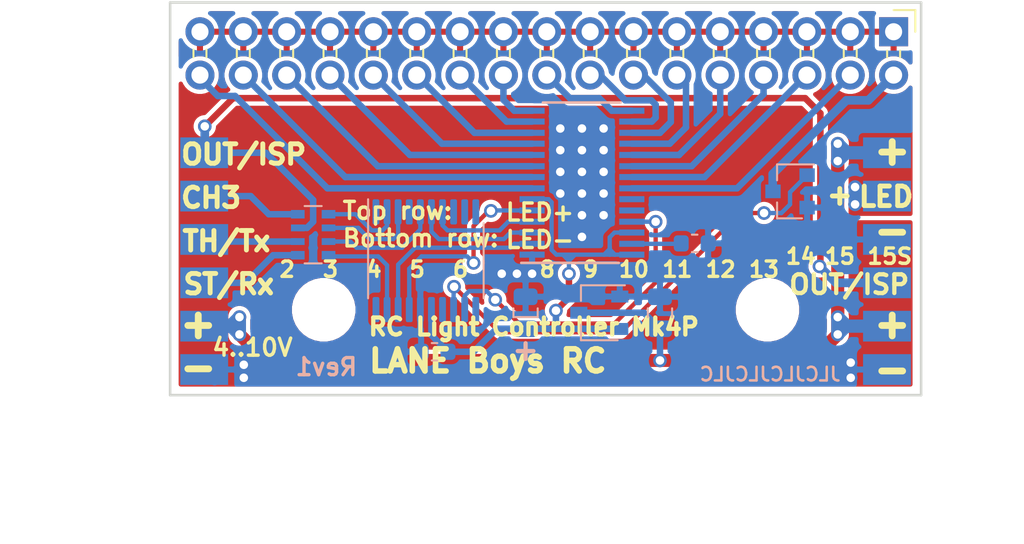
<source format=kicad_pcb>
(kicad_pcb (version 20171130) (host pcbnew 5.1.6-c6e7f7d~87~ubuntu18.04.1)

  (general
    (thickness 1.6)
    (drawings 46)
    (tracks 257)
    (zones 0)
    (modules 14)
    (nets 37)
  )

  (page A4)
  (layers
    (0 Top signal)
    (31 Bottom signal)
    (32 B.Adhes user hide)
    (33 F.Adhes user hide)
    (34 B.Paste user)
    (35 F.Paste user hide)
    (36 B.SilkS user)
    (37 F.SilkS user)
    (38 B.Mask user hide)
    (39 F.Mask user hide)
    (40 Dwgs.User user hide)
    (41 Cmts.User user)
    (42 Eco1.User user hide)
    (43 Eco2.User user hide)
    (44 Edge.Cuts user)
    (45 Margin user hide)
    (46 B.CrtYd user)
    (47 F.CrtYd user)
    (48 B.Fab user)
    (49 F.Fab user)
  )

  (setup
    (last_trace_width 0.254)
    (user_trace_width 0.2032)
    (user_trace_width 0.381)
    (user_trace_width 0.508)
    (user_trace_width 0.635)
    (user_trace_width 0.762)
    (trace_clearance 0.1778)
    (zone_clearance 0.254)
    (zone_45_only no)
    (trace_min 0.2)
    (via_size 0.8)
    (via_drill 0.5)
    (via_min_size 0.4)
    (via_min_drill 0.3)
    (uvia_size 0.3)
    (uvia_drill 0.1)
    (uvias_allowed no)
    (uvia_min_size 0.2)
    (uvia_min_drill 0.1)
    (edge_width 0.15)
    (segment_width 0.2)
    (pcb_text_width 0.3)
    (pcb_text_size 1.5 1.5)
    (mod_edge_width 0.15)
    (mod_text_size 1 1)
    (mod_text_width 0.15)
    (pad_size 2.2 2.2)
    (pad_drill 2.2)
    (pad_to_mask_clearance 0.0254)
    (pad_to_paste_clearance_ratio -0.05)
    (aux_axis_origin 135 114)
    (grid_origin 135 114)
    (visible_elements 7FFFFF7F)
    (pcbplotparams
      (layerselection 0x010f4_ffffffff)
      (usegerberextensions false)
      (usegerberattributes false)
      (usegerberadvancedattributes false)
      (creategerberjobfile false)
      (excludeedgelayer true)
      (linewidth 0.100000)
      (plotframeref false)
      (viasonmask false)
      (mode 1)
      (useauxorigin false)
      (hpglpennumber 1)
      (hpglpenspeed 20)
      (hpglpendiameter 15.000000)
      (psnegative false)
      (psa4output false)
      (plotreference true)
      (plotvalue true)
      (plotinvisibletext false)
      (padsonsilk false)
      (subtractmaskfromsilk true)
      (outputformat 1)
      (mirror false)
      (drillshape 0)
      (scaleselection 1)
      (outputdirectory "gerber/"))
  )

  (net 0 "")
  (net 1 +3V3)
  (net 2 GND)
  (net 3 /VIN)
  (net 4 /CH3)
  (net 5 /OUT0)
  (net 6 /OUT1)
  (net 7 /OUT2)
  (net 8 /OUT3)
  (net 9 /OUT4)
  (net 10 /OUT5)
  (net 11 /OUT6)
  (net 12 /OUT7)
  (net 13 /OUT8)
  (net 14 /LED+)
  (net 15 /OUT-ISP)
  (net 16 /ST-RX)
  (net 17 /TH-TX)
  (net 18 /ST-Rx-in)
  (net 19 /TH-Tx-in)
  (net 20 /CH3-in)
  (net 21 /OUT-ISP-out)
  (net 22 /BLANK)
  (net 23 /XLAT)
  (net 24 /SCLK)
  (net 25 /SIN)
  (net 26 /OUT9)
  (net 27 /OUT10)
  (net 28 /OUT11)
  (net 29 /OUT12)
  (net 30 /OUT13)
  (net 31 /OUT14)
  (net 32 /OUT15)
  (net 33 /GSCLK)
  (net 34 /OUT15S)
  (net 35 "Net-(R1-Pad1)")
  (net 36 /OUT15S_OUT)

  (net_class Default "This is the default net class."
    (clearance 0.1778)
    (trace_width 0.254)
    (via_dia 0.8)
    (via_drill 0.5)
    (uvia_dia 0.3)
    (uvia_drill 0.1)
    (diff_pair_width 0.2032)
    (diff_pair_gap 0.254)
    (add_net +3V3)
    (add_net /BLANK)
    (add_net /CH3)
    (add_net /CH3-in)
    (add_net /GSCLK)
    (add_net /LED+)
    (add_net /OUT-ISP)
    (add_net /OUT-ISP-out)
    (add_net /OUT0)
    (add_net /OUT1)
    (add_net /OUT10)
    (add_net /OUT11)
    (add_net /OUT12)
    (add_net /OUT13)
    (add_net /OUT14)
    (add_net /OUT15)
    (add_net /OUT15S)
    (add_net /OUT15S_OUT)
    (add_net /OUT2)
    (add_net /OUT3)
    (add_net /OUT4)
    (add_net /OUT5)
    (add_net /OUT6)
    (add_net /OUT7)
    (add_net /OUT8)
    (add_net /OUT9)
    (add_net /SCLK)
    (add_net /SIN)
    (add_net /ST-RX)
    (add_net /ST-Rx-in)
    (add_net /TH-TX)
    (add_net /TH-Tx-in)
    (add_net /VIN)
    (add_net /XLAT)
    (add_net GND)
    (add_net "Net-(R1-Pad1)")
  )

  (module rc-light-controller-tlc5940-lpc812:SOP65P640X120-29N (layer Bottom) (tedit 5F1A2045) (tstamp 5F1A6BBF)
    (at 159.13 101.554)
    (path /5F1B616D)
    (fp_text reference U2 (at -3.4544 5.715) (layer B.SilkS) hide
      (effects (font (size 1.97866 1.97866) (thickness 0.197866)) (justify right bottom mirror))
    )
    (fp_text value TLC5940PWP (at -3.556 -5.334) (layer B.Fab)
      (effects (font (size 0.762 0.762) (thickness 0.115824)) (justify right bottom mirror))
    )
    (fp_poly (pts (xy 0.254 -2.159) (xy 0.889 -2.159) (xy 0.889 -2.794) (xy 0.254 -2.794)) (layer B.Paste) (width 0.15))
    (fp_poly (pts (xy 0.254 -0.92075) (xy 0.889 -0.92075) (xy 0.889 -1.55575) (xy 0.254 -1.55575)) (layer B.Paste) (width 0.15))
    (fp_poly (pts (xy 0.254 0.3175) (xy 0.889 0.3175) (xy 0.889 -0.3175) (xy 0.254 -0.3175)) (layer B.Paste) (width 0.15))
    (fp_poly (pts (xy 0.254 1.55575) (xy 0.889 1.55575) (xy 0.889 0.92075) (xy 0.254 0.92075)) (layer B.Paste) (width 0.15))
    (fp_poly (pts (xy 0.254 2.794) (xy 0.889 2.794) (xy 0.889 2.159) (xy 0.254 2.159)) (layer B.Paste) (width 0.15))
    (fp_poly (pts (xy -0.889 -2.159) (xy -0.254 -2.159) (xy -0.254 -2.794) (xy -0.889 -2.794)) (layer B.Paste) (width 0.15))
    (fp_poly (pts (xy -0.889 -0.92075) (xy -0.254 -0.92075) (xy -0.254 -1.55575) (xy -0.889 -1.55575)) (layer B.Paste) (width 0.15))
    (fp_poly (pts (xy -0.889 0.3175) (xy -0.254 0.3175) (xy -0.254 -0.3175) (xy -0.889 -0.3175)) (layer B.Paste) (width 0.15))
    (fp_poly (pts (xy -0.889 1.55575) (xy -0.254 1.55575) (xy -0.254 0.92075) (xy -0.889 0.92075)) (layer B.Paste) (width 0.15))
    (fp_poly (pts (xy -0.889 2.794) (xy -0.254 2.794) (xy -0.254 2.159) (xy -0.889 2.159)) (layer B.Paste) (width 0.15))
    (fp_poly (pts (xy -0.889 0.34925) (xy -0.254 0.34925) (xy -0.254 -0.28575) (xy -0.889 -0.28575)) (layer B.Mask) (width 0.15))
    (fp_poly (pts (xy -0.889 1.635125) (xy -0.254 1.635125) (xy -0.254 1.000125) (xy -0.889 1.000125)) (layer B.Mask) (width 0.15))
    (fp_poly (pts (xy -0.889 -2.2225) (xy -0.254 -2.2225) (xy -0.254 -2.8575) (xy -0.889 -2.8575)) (layer B.Mask) (width 0.15))
    (fp_poly (pts (xy -0.889 2.921) (xy -0.254 2.921) (xy -0.254 2.286) (xy -0.889 2.286)) (layer B.Mask) (width 0.15))
    (fp_poly (pts (xy -0.889 -0.936625) (xy -0.254 -0.936625) (xy -0.254 -1.571625) (xy -0.889 -1.571625)) (layer B.Mask) (width 0.15))
    (fp_poly (pts (xy 0.254 -2.2225) (xy 0.889 -2.2225) (xy 0.889 -2.8575) (xy 0.254 -2.8575)) (layer B.Mask) (width 0.15))
    (fp_poly (pts (xy 0.254 -0.936625) (xy 0.889 -0.936625) (xy 0.889 -1.571625) (xy 0.254 -1.571625)) (layer B.Mask) (width 0.15))
    (fp_poly (pts (xy 0.254 0.34925) (xy 0.889 0.34925) (xy 0.889 -0.28575) (xy 0.254 -0.28575)) (layer B.Mask) (width 0.15))
    (fp_poly (pts (xy 0.254 1.635125) (xy 0.889 1.635125) (xy 0.889 1.000125) (xy 0.254 1.000125)) (layer B.Mask) (width 0.15))
    (fp_poly (pts (xy 0.254 2.921) (xy 0.889 2.921) (xy 0.889 2.286) (xy 0.254 2.286)) (layer B.Mask) (width 0.15))
    (fp_line (start -2.286 -4.699) (end 2.2606 -4.699) (layer B.SilkS) (width 0.1524))
    (fp_line (start 2.159 4.699) (end -3.556 4.699) (layer B.SilkS) (width 0.1524))
    (fp_line (start -2.2606 4.064) (end -2.2606 4.3688) (layer B.Fab) (width 0.1))
    (fp_line (start -2.2606 4.3688) (end -3.302 4.3688) (layer B.Fab) (width 0.1))
    (fp_line (start -3.302 4.3688) (end -3.302 4.064) (layer B.Fab) (width 0.1))
    (fp_line (start -3.302 4.064) (end -2.2606 4.064) (layer B.Fab) (width 0.1))
    (fp_line (start -2.2606 3.429) (end -2.2606 3.7338) (layer B.Fab) (width 0.1))
    (fp_line (start -2.2606 3.7338) (end -3.302 3.7338) (layer B.Fab) (width 0.1))
    (fp_line (start -3.302 3.7338) (end -3.302 3.429) (layer B.Fab) (width 0.1))
    (fp_line (start -3.302 3.429) (end -2.2606 3.429) (layer B.Fab) (width 0.1))
    (fp_line (start -2.2606 2.7686) (end -2.2606 3.0734) (layer B.Fab) (width 0.1))
    (fp_line (start -2.2606 3.0734) (end -3.302 3.0734) (layer B.Fab) (width 0.1))
    (fp_line (start -3.302 3.0734) (end -3.302 2.7686) (layer B.Fab) (width 0.1))
    (fp_line (start -3.302 2.7686) (end -2.2606 2.7686) (layer B.Fab) (width 0.1))
    (fp_line (start -2.2606 2.1336) (end -2.2606 2.413) (layer B.Fab) (width 0.1))
    (fp_line (start -2.2606 2.413) (end -3.302 2.413) (layer B.Fab) (width 0.1))
    (fp_line (start -3.302 2.413) (end -3.302 2.1336) (layer B.Fab) (width 0.1))
    (fp_line (start -3.302 2.1336) (end -2.2606 2.1336) (layer B.Fab) (width 0.1))
    (fp_line (start -2.2606 1.4732) (end -2.2606 1.778) (layer B.Fab) (width 0.1))
    (fp_line (start -2.2606 1.778) (end -3.302 1.778) (layer B.Fab) (width 0.1))
    (fp_line (start -3.302 1.778) (end -3.302 1.4732) (layer B.Fab) (width 0.1))
    (fp_line (start -3.302 1.4732) (end -2.2606 1.4732) (layer B.Fab) (width 0.1))
    (fp_line (start -2.2606 0.8128) (end -2.2606 1.1176) (layer B.Fab) (width 0.1))
    (fp_line (start -2.2606 1.1176) (end -3.302 1.1176) (layer B.Fab) (width 0.1))
    (fp_line (start -3.302 1.1176) (end -3.302 0.8128) (layer B.Fab) (width 0.1))
    (fp_line (start -3.302 0.8128) (end -2.2606 0.8128) (layer B.Fab) (width 0.1))
    (fp_line (start -2.2606 0.1778) (end -2.2606 0.4826) (layer B.Fab) (width 0.1))
    (fp_line (start -2.2606 0.4826) (end -3.302 0.4826) (layer B.Fab) (width 0.1))
    (fp_line (start -3.302 0.4826) (end -3.302 0.1778) (layer B.Fab) (width 0.1))
    (fp_line (start -3.302 0.1778) (end -2.2606 0.1778) (layer B.Fab) (width 0.1))
    (fp_line (start -2.2606 -0.4826) (end -2.2606 -0.1778) (layer B.Fab) (width 0.1))
    (fp_line (start -2.2606 -0.1778) (end -3.302 -0.1778) (layer B.Fab) (width 0.1))
    (fp_line (start -3.302 -0.1778) (end -3.302 -0.4826) (layer B.Fab) (width 0.1))
    (fp_line (start -3.302 -0.4826) (end -2.2606 -0.4826) (layer B.Fab) (width 0.1))
    (fp_line (start -2.2606 -1.1176) (end -2.2606 -0.8128) (layer B.Fab) (width 0.1))
    (fp_line (start -2.2606 -0.8128) (end -3.302 -0.8128) (layer B.Fab) (width 0.1))
    (fp_line (start -3.302 -0.8128) (end -3.302 -1.1176) (layer B.Fab) (width 0.1))
    (fp_line (start -3.302 -1.1176) (end -2.2606 -1.1176) (layer B.Fab) (width 0.1))
    (fp_line (start -2.2606 -1.778) (end -2.2606 -1.4732) (layer B.Fab) (width 0.1))
    (fp_line (start -2.2606 -1.4732) (end -3.302 -1.4732) (layer B.Fab) (width 0.1))
    (fp_line (start -3.302 -1.4732) (end -3.302 -1.778) (layer B.Fab) (width 0.1))
    (fp_line (start -3.302 -1.778) (end -2.2606 -1.778) (layer B.Fab) (width 0.1))
    (fp_line (start -2.2606 -2.413) (end -2.2606 -2.1336) (layer B.Fab) (width 0.1))
    (fp_line (start -2.2606 -2.1336) (end -3.302 -2.1336) (layer B.Fab) (width 0.1))
    (fp_line (start -3.302 -2.1336) (end -3.302 -2.413) (layer B.Fab) (width 0.1))
    (fp_line (start -3.302 -2.413) (end -2.2606 -2.413) (layer B.Fab) (width 0.1))
    (fp_line (start -2.2606 -3.0734) (end -2.2606 -2.7686) (layer B.Fab) (width 0.1))
    (fp_line (start -2.2606 -2.7686) (end -3.302 -2.7686) (layer B.Fab) (width 0.1))
    (fp_line (start -3.302 -2.7686) (end -3.302 -3.0734) (layer B.Fab) (width 0.1))
    (fp_line (start -3.302 -3.0734) (end -2.2606 -3.0734) (layer B.Fab) (width 0.1))
    (fp_line (start -2.2606 -3.7338) (end -2.2606 -3.429) (layer B.Fab) (width 0.1))
    (fp_line (start -2.2606 -3.429) (end -3.302 -3.429) (layer B.Fab) (width 0.1))
    (fp_line (start -3.302 -3.429) (end -3.302 -3.7338) (layer B.Fab) (width 0.1))
    (fp_line (start -3.302 -3.7338) (end -2.2606 -3.7338) (layer B.Fab) (width 0.1))
    (fp_line (start -2.2606 -4.3688) (end -2.2606 -4.064) (layer B.Fab) (width 0.1))
    (fp_line (start -2.2606 -4.064) (end -3.302 -4.064) (layer B.Fab) (width 0.1))
    (fp_line (start -3.302 -4.064) (end -3.302 -4.3688) (layer B.Fab) (width 0.1))
    (fp_line (start -3.302 -4.3688) (end -2.2606 -4.3688) (layer B.Fab) (width 0.1))
    (fp_line (start 2.2606 -4.064) (end 2.2606 -4.3688) (layer B.Fab) (width 0.1))
    (fp_line (start 2.2606 -4.3688) (end 3.302 -4.3688) (layer B.Fab) (width 0.1))
    (fp_line (start 3.302 -4.3688) (end 3.302 -4.064) (layer B.Fab) (width 0.1))
    (fp_line (start 3.302 -4.064) (end 2.2606 -4.064) (layer B.Fab) (width 0.1))
    (fp_line (start 2.2606 -3.429) (end 2.2606 -3.7338) (layer B.Fab) (width 0.1))
    (fp_line (start 2.2606 -3.7338) (end 3.302 -3.7338) (layer B.Fab) (width 0.1))
    (fp_line (start 3.302 -3.7338) (end 3.302 -3.429) (layer B.Fab) (width 0.1))
    (fp_line (start 3.302 -3.429) (end 2.2606 -3.429) (layer B.Fab) (width 0.1))
    (fp_line (start 2.2606 -2.7686) (end 2.2606 -3.0734) (layer B.Fab) (width 0.1))
    (fp_line (start 2.2606 -3.0734) (end 3.302 -3.0734) (layer B.Fab) (width 0.1))
    (fp_line (start 3.302 -3.0734) (end 3.302 -2.7686) (layer B.Fab) (width 0.1))
    (fp_line (start 3.302 -2.7686) (end 2.2606 -2.7686) (layer B.Fab) (width 0.1))
    (fp_line (start 2.2606 -2.1336) (end 2.2606 -2.413) (layer B.Fab) (width 0.1))
    (fp_line (start 2.2606 -2.413) (end 3.302 -2.413) (layer B.Fab) (width 0.1))
    (fp_line (start 3.302 -2.413) (end 3.302 -2.1336) (layer B.Fab) (width 0.1))
    (fp_line (start 3.302 -2.1336) (end 2.2606 -2.1336) (layer B.Fab) (width 0.1))
    (fp_line (start 2.2606 -1.4732) (end 2.2606 -1.778) (layer B.Fab) (width 0.1))
    (fp_line (start 2.2606 -1.778) (end 3.302 -1.778) (layer B.Fab) (width 0.1))
    (fp_line (start 3.302 -1.778) (end 3.302 -1.4732) (layer B.Fab) (width 0.1))
    (fp_line (start 3.302 -1.4732) (end 2.2606 -1.4732) (layer B.Fab) (width 0.1))
    (fp_line (start 2.2606 -0.8128) (end 2.2606 -1.1176) (layer B.Fab) (width 0.1))
    (fp_line (start 2.2606 -1.1176) (end 3.302 -1.1176) (layer B.Fab) (width 0.1))
    (fp_line (start 3.302 -1.1176) (end 3.302 -0.8128) (layer B.Fab) (width 0.1))
    (fp_line (start 3.302 -0.8128) (end 2.2606 -0.8128) (layer B.Fab) (width 0.1))
    (fp_line (start 2.2606 -0.1778) (end 2.2606 -0.4826) (layer B.Fab) (width 0.1))
    (fp_line (start 2.2606 -0.4826) (end 3.302 -0.4826) (layer B.Fab) (width 0.1))
    (fp_line (start 3.302 -0.4826) (end 3.302 -0.1778) (layer B.Fab) (width 0.1))
    (fp_line (start 3.302 -0.1778) (end 2.2606 -0.1778) (layer B.Fab) (width 0.1))
    (fp_line (start 2.2606 0.4826) (end 2.2606 0.1778) (layer B.Fab) (width 0.1))
    (fp_line (start 2.2606 0.1778) (end 3.302 0.1778) (layer B.Fab) (width 0.1))
    (fp_line (start 3.302 0.1778) (end 3.302 0.4826) (layer B.Fab) (width 0.1))
    (fp_line (start 3.302 0.4826) (end 2.2606 0.4826) (layer B.Fab) (width 0.1))
    (fp_line (start 2.2606 1.1176) (end 2.2606 0.8128) (layer B.Fab) (width 0.1))
    (fp_line (start 2.2606 0.8128) (end 3.302 0.8128) (layer B.Fab) (width 0.1))
    (fp_line (start 3.302 0.8128) (end 3.302 1.1176) (layer B.Fab) (width 0.1))
    (fp_line (start 3.302 1.1176) (end 2.2606 1.1176) (layer B.Fab) (width 0.1))
    (fp_line (start 2.2606 1.778) (end 2.2606 1.4732) (layer B.Fab) (width 0.1))
    (fp_line (start 2.2606 1.4732) (end 3.302 1.4732) (layer B.Fab) (width 0.1))
    (fp_line (start 3.302 1.4732) (end 3.302 1.778) (layer B.Fab) (width 0.1))
    (fp_line (start 3.302 1.778) (end 2.2606 1.778) (layer B.Fab) (width 0.1))
    (fp_line (start 2.2606 2.413) (end 2.2606 2.1336) (layer B.Fab) (width 0.1))
    (fp_line (start 2.2606 2.1336) (end 3.302 2.1336) (layer B.Fab) (width 0.1))
    (fp_line (start 3.302 2.1336) (end 3.302 2.413) (layer B.Fab) (width 0.1))
    (fp_line (start 3.302 2.413) (end 2.2606 2.413) (layer B.Fab) (width 0.1))
    (fp_line (start 2.2606 3.0734) (end 2.2606 2.7686) (layer B.Fab) (width 0.1))
    (fp_line (start 2.2606 2.7686) (end 3.302 2.7686) (layer B.Fab) (width 0.1))
    (fp_line (start 3.302 2.7686) (end 3.302 3.0734) (layer B.Fab) (width 0.1))
    (fp_line (start 3.302 3.0734) (end 2.2606 3.0734) (layer B.Fab) (width 0.1))
    (fp_line (start 2.2606 3.7338) (end 2.2606 3.429) (layer B.Fab) (width 0.1))
    (fp_line (start 2.2606 3.429) (end 3.302 3.429) (layer B.Fab) (width 0.1))
    (fp_line (start 3.302 3.429) (end 3.302 3.7338) (layer B.Fab) (width 0.1))
    (fp_line (start 3.302 3.7338) (end 2.2606 3.7338) (layer B.Fab) (width 0.1))
    (fp_line (start 2.2606 4.3688) (end 2.2606 4.064) (layer B.Fab) (width 0.1))
    (fp_line (start 2.2606 4.064) (end 3.302 4.064) (layer B.Fab) (width 0.1))
    (fp_line (start 3.302 4.064) (end 3.302 4.3688) (layer B.Fab) (width 0.1))
    (fp_line (start 3.302 4.3688) (end 2.2606 4.3688) (layer B.Fab) (width 0.1))
    (fp_line (start -2.2606 -4.9022) (end 2.2606 -4.9022) (layer B.Fab) (width 0.1))
    (fp_line (start 2.2606 -4.9022) (end 2.2606 4.9022) (layer B.Fab) (width 0.1))
    (fp_line (start 2.2606 4.9022) (end 0.3048 4.9022) (layer B.Fab) (width 0.1))
    (fp_line (start 0.3048 4.9022) (end -0.3048 4.9022) (layer B.Fab) (width 0.1))
    (fp_line (start -0.3048 4.9022) (end -2.2606 4.9022) (layer B.Fab) (width 0.1))
    (fp_line (start -2.2606 4.9022) (end -2.2606 -4.9022) (layer B.Fab) (width 0.1))
    (fp_arc (start 0 4.9022) (end 0.3048 4.9022) (angle -180) (layer B.Fab) (width 0.1))
    (fp_text user * (at 0 3.556) (layer B.Fab) hide
      (effects (font (size 1.2065 1.2065) (thickness 0.0762)) (justify right bottom mirror))
    )
    (fp_text user * (at -3.7592 4.445) (layer B.Fab) hide
      (effects (font (size 0.762 0.762) (thickness 0.0762)) (justify right bottom mirror))
    )
    (pad 1 smd rect (at -2.921 4.2164) (size 1.4732 0.3556) (layers Bottom B.Paste B.Mask)
      (net 2 GND) (solder_mask_margin 0.0508))
    (pad 2 smd rect (at -2.921 3.5814) (size 1.4732 0.3556) (layers Bottom B.Paste B.Mask)
      (net 22 /BLANK) (solder_mask_margin 0.0508))
    (pad 3 smd rect (at -2.921 2.921) (size 1.4732 0.3556) (layers Bottom B.Paste B.Mask)
      (net 23 /XLAT) (solder_mask_margin 0.0508))
    (pad 4 smd rect (at -2.921 2.286) (size 1.4732 0.3556) (layers Bottom B.Paste B.Mask)
      (net 24 /SCLK) (solder_mask_margin 0.0508))
    (pad 5 smd rect (at -2.921 1.6256) (size 1.4732 0.3556) (layers Bottom B.Paste B.Mask)
      (net 25 /SIN) (solder_mask_margin 0.0508))
    (pad 6 smd rect (at -2.921 0.9652) (size 1.4732 0.3556) (layers Bottom B.Paste B.Mask)
      (net 1 +3V3) (solder_mask_margin 0.0508))
    (pad 7 smd rect (at -2.921 0.3302) (size 1.4732 0.3556) (layers Bottom B.Paste B.Mask)
      (net 5 /OUT0) (solder_mask_margin 0.0508))
    (pad 8 smd rect (at -2.921 -0.3302) (size 1.4732 0.3556) (layers Bottom B.Paste B.Mask)
      (net 6 /OUT1) (solder_mask_margin 0.0508))
    (pad 9 smd rect (at -2.921 -0.9652) (size 1.4732 0.3556) (layers Bottom B.Paste B.Mask)
      (net 7 /OUT2) (solder_mask_margin 0.0508))
    (pad 10 smd rect (at -2.921 -1.6256) (size 1.4732 0.3556) (layers Bottom B.Paste B.Mask)
      (net 8 /OUT3) (solder_mask_margin 0.0508))
    (pad 11 smd rect (at -2.921 -2.286) (size 1.4732 0.3556) (layers Bottom B.Paste B.Mask)
      (net 9 /OUT4) (solder_mask_margin 0.0508))
    (pad 12 smd rect (at -2.921 -2.921) (size 1.4732 0.3556) (layers Bottom B.Paste B.Mask)
      (net 10 /OUT5) (solder_mask_margin 0.0508))
    (pad 13 smd rect (at -2.921 -3.5814) (size 1.4732 0.3556) (layers Bottom B.Paste B.Mask)
      (net 11 /OUT6) (solder_mask_margin 0.0508))
    (pad 14 smd rect (at -2.921 -4.2164) (size 1.4732 0.3556) (layers Bottom B.Paste B.Mask)
      (net 12 /OUT7) (solder_mask_margin 0.0508))
    (pad 15 smd rect (at 2.921 -4.2164) (size 1.4732 0.3556) (layers Bottom B.Paste B.Mask)
      (net 13 /OUT8) (solder_mask_margin 0.0508))
    (pad 16 smd rect (at 2.921 -3.5814) (size 1.4732 0.3556) (layers Bottom B.Paste B.Mask)
      (net 26 /OUT9) (solder_mask_margin 0.0508))
    (pad 17 smd rect (at 2.921 -2.921) (size 1.4732 0.3556) (layers Bottom B.Paste B.Mask)
      (net 27 /OUT10) (solder_mask_margin 0.0508))
    (pad 18 smd rect (at 2.921 -2.286) (size 1.4732 0.3556) (layers Bottom B.Paste B.Mask)
      (net 28 /OUT11) (solder_mask_margin 0.0508))
    (pad 19 smd rect (at 2.921 -1.6256) (size 1.4732 0.3556) (layers Bottom B.Paste B.Mask)
      (net 29 /OUT12) (solder_mask_margin 0.0508))
    (pad 20 smd rect (at 2.921 -0.9652) (size 1.4732 0.3556) (layers Bottom B.Paste B.Mask)
      (net 30 /OUT13) (solder_mask_margin 0.0508))
    (pad 21 smd rect (at 2.921 -0.3302) (size 1.4732 0.3556) (layers Bottom B.Paste B.Mask)
      (net 31 /OUT14) (solder_mask_margin 0.0508))
    (pad 22 smd rect (at 2.921 0.3302) (size 1.4732 0.3556) (layers Bottom B.Paste B.Mask)
      (net 32 /OUT15) (solder_mask_margin 0.0508))
    (pad 23 smd rect (at 2.921 0.9652) (size 1.4732 0.3556) (layers Bottom B.Paste B.Mask)
      (solder_mask_margin 0.0508))
    (pad 24 smd rect (at 2.921 1.6256) (size 1.4732 0.3556) (layers Bottom B.Paste B.Mask)
      (solder_mask_margin 0.0508))
    (pad 25 smd rect (at 2.921 2.286) (size 1.4732 0.3556) (layers Bottom B.Paste B.Mask)
      (net 33 /GSCLK) (solder_mask_margin 0.0508))
    (pad 26 smd rect (at 2.921 2.921) (size 1.4732 0.3556) (layers Bottom B.Paste B.Mask)
      (net 1 +3V3) (solder_mask_margin 0.0508))
    (pad 27 smd rect (at 2.921 3.5814) (size 1.4732 0.3556) (layers Bottom B.Paste B.Mask)
      (net 35 "Net-(R1-Pad1)") (solder_mask_margin 0.0508))
    (pad 28 smd rect (at 2.921 4.2164) (size 1.4732 0.3556) (layers Bottom B.Paste B.Mask)
      (net 1 +3V3) (solder_mask_margin 0.0508))
    (pad 29 smd rect (at 0 0) (size 2.3876 6.1722) (layers Bottom B.Mask)
      (net 2 GND) (solder_mask_margin 0.0508) (zone_connect 2))
    (model ${KISYS3DMOD}/Package_SO.3dshapes/HTSSOP-28-1EP_4.4x9.7mm_P0.65mm_EP3.4x9.5mm.step
      (at (xyz 0 0 0))
      (scale (xyz 1 1 1))
      (rotate (xyz 0 0 0))
    )
  )

  (module Package_TO_SOT_SMD:SOT-23W (layer Bottom) (tedit 5A02FF57) (tstamp 5F1A33F9)
    (at 160.146 109.174 180)
    (descr "SOT-23W http://www.allegromicro.com/~/media/Files/Datasheets/A112x-Datasheet.ashx?la=en&hash=7BC461E058CC246E0BAB62433B2F1ECA104CA9D3")
    (tags SOT-23W)
    (path /5F40039F)
    (attr smd)
    (fp_text reference U3 (at 0 2.5) (layer B.SilkS) hide
      (effects (font (size 1 1) (thickness 0.15)) (justify mirror))
    )
    (fp_text value MCP1703A-3302_SOT23 (at -5.969 -2.413) (layer B.Fab)
      (effects (font (size 0.762 0.762) (thickness 0.15)) (justify mirror))
    )
    (fp_line (start -1.95 -1.74) (end -1.95 1.74) (layer B.CrtYd) (width 0.05))
    (fp_line (start 1.95 -1.74) (end -1.95 -1.74) (layer B.CrtYd) (width 0.05))
    (fp_line (start 1.95 1.74) (end 1.95 -1.74) (layer B.CrtYd) (width 0.05))
    (fp_line (start -1.95 1.74) (end 1.95 1.74) (layer B.CrtYd) (width 0.05))
    (fp_line (start -0.955 -1.49) (end 0.955 -1.49) (layer B.Fab) (width 0.1))
    (fp_line (start 0.955 1.49) (end 0.955 -1.49) (layer B.Fab) (width 0.1))
    (fp_line (start -0.955 0.49) (end 0.045 1.49) (layer B.Fab) (width 0.1))
    (fp_line (start 0.045 1.49) (end 0.955 1.49) (layer B.Fab) (width 0.1))
    (fp_line (start -0.955 0.49) (end -0.955 -1.49) (layer B.Fab) (width 0.1))
    (fp_line (start -1.075 -1.61) (end 1.075 -1.61) (layer B.SilkS) (width 0.12))
    (fp_line (start -1.5 1.61) (end 1.075 1.61) (layer B.SilkS) (width 0.12))
    (fp_line (start 1.075 -0.7) (end 1.075 -1.61) (layer B.SilkS) (width 0.12))
    (fp_line (start 1.075 1.61) (end 1.075 0.7) (layer B.SilkS) (width 0.12))
    (fp_text user %R (at 0 0 270) (layer B.Fab)
      (effects (font (size 0.5 0.5) (thickness 0.075)) (justify mirror))
    )
    (pad 3 smd rect (at 1.2 0 180) (size 1 0.7) (layers Bottom B.Paste B.Mask)
      (net 3 /VIN))
    (pad 2 smd rect (at -1.2 -0.95 180) (size 1 0.7) (layers Bottom B.Paste B.Mask)
      (net 1 +3V3))
    (pad 1 smd rect (at -1.2 0.95 180) (size 1 0.7) (layers Bottom B.Paste B.Mask)
      (net 2 GND))
    (model ${KISYS3DMOD}/Package_TO_SOT_SMD.3dshapes/SOT-23W.wrl
      (at (xyz 0 0 0))
      (scale (xyz 1 1 1))
      (rotate (xyz 0 0 0))
    )
  )

  (module Resistor_SMD:R_Array_Convex_4x0603 (layer Bottom) (tedit 58E0A8B2) (tstamp 5F18C509)
    (at 143.382 104.602)
    (descr "Chip Resistor Network, ROHM MNR14 (see mnr_g.pdf)")
    (tags "resistor array")
    (path /5F192F7F)
    (attr smd)
    (fp_text reference RN1 (at 0 2.8) (layer B.SilkS) hide
      (effects (font (size 1 1) (thickness 0.15)) (justify mirror))
    )
    (fp_text value "1k x4" (at 0 -2.8) (layer B.Fab)
      (effects (font (size 0.762 0.762) (thickness 0.15)) (justify mirror))
    )
    (fp_line (start 1.55 -1.85) (end -1.55 -1.85) (layer B.CrtYd) (width 0.05))
    (fp_line (start 1.55 -1.85) (end 1.55 1.85) (layer B.CrtYd) (width 0.05))
    (fp_line (start -1.55 1.85) (end -1.55 -1.85) (layer B.CrtYd) (width 0.05))
    (fp_line (start -1.55 1.85) (end 1.55 1.85) (layer B.CrtYd) (width 0.05))
    (fp_line (start 0.5 1.68) (end -0.5 1.68) (layer B.SilkS) (width 0.12))
    (fp_line (start 0.5 -1.68) (end -0.5 -1.68) (layer B.SilkS) (width 0.12))
    (fp_line (start -0.8 -1.6) (end -0.8 1.6) (layer B.Fab) (width 0.1))
    (fp_line (start 0.8 -1.6) (end -0.8 -1.6) (layer B.Fab) (width 0.1))
    (fp_line (start 0.8 1.6) (end 0.8 -1.6) (layer B.Fab) (width 0.1))
    (fp_line (start -0.8 1.6) (end 0.8 1.6) (layer B.Fab) (width 0.1))
    (fp_text user %R (at 0 0 -90) (layer B.Fab)
      (effects (font (size 0.5 0.5) (thickness 0.075)) (justify mirror))
    )
    (pad 5 smd rect (at 0.9 -1.2) (size 0.8 0.5) (layers Bottom B.Paste B.Mask)
      (net 4 /CH3))
    (pad 6 smd rect (at 0.9 -0.4) (size 0.8 0.4) (layers Bottom B.Paste B.Mask)
      (net 15 /OUT-ISP))
    (pad 8 smd rect (at 0.9 1.2) (size 0.8 0.5) (layers Bottom B.Paste B.Mask)
      (net 16 /ST-RX))
    (pad 7 smd rect (at 0.9 0.4) (size 0.8 0.4) (layers Bottom B.Paste B.Mask)
      (net 17 /TH-TX))
    (pad 4 smd rect (at -0.9 -1.2) (size 0.8 0.5) (layers Bottom B.Paste B.Mask)
      (net 20 /CH3-in))
    (pad 2 smd rect (at -0.9 0.4) (size 0.8 0.4) (layers Bottom B.Paste B.Mask)
      (net 19 /TH-Tx-in))
    (pad 3 smd rect (at -0.9 -0.4) (size 0.8 0.4) (layers Bottom B.Paste B.Mask)
      (net 21 /OUT-ISP-out))
    (pad 1 smd rect (at -0.9 1.2) (size 0.8 0.5) (layers Bottom B.Paste B.Mask)
      (net 18 /ST-Rx-in))
    (model ${KISYS3DMOD}/Resistor_SMD.3dshapes/R_Array_Convex_4x0603.wrl
      (at (xyz 0 0 0))
      (scale (xyz 1 1 1))
      (rotate (xyz 0 0 0))
    )
  )

  (module Resistor_SMD:R_0603_1608Metric (layer Bottom) (tedit 5B301BBD) (tstamp 5F1923C6)
    (at 165.734 105.11)
    (descr "Resistor SMD 0603 (1608 Metric), square (rectangular) end terminal, IPC_7351 nominal, (Body size source: http://www.tortai-tech.com/upload/download/2011102023233369053.pdf), generated with kicad-footprint-generator")
    (tags resistor)
    (path /5F23623F)
    (attr smd)
    (fp_text reference R1 (at 0 1.43) (layer B.SilkS) hide
      (effects (font (size 1 1) (thickness 0.15)) (justify mirror))
    )
    (fp_text value "2k 1%" (at 0 -1.43) (layer B.Fab)
      (effects (font (size 0.762 0.762) (thickness 0.15)) (justify mirror))
    )
    (fp_line (start 1.48 -0.73) (end -1.48 -0.73) (layer B.CrtYd) (width 0.05))
    (fp_line (start 1.48 0.73) (end 1.48 -0.73) (layer B.CrtYd) (width 0.05))
    (fp_line (start -1.48 0.73) (end 1.48 0.73) (layer B.CrtYd) (width 0.05))
    (fp_line (start -1.48 -0.73) (end -1.48 0.73) (layer B.CrtYd) (width 0.05))
    (fp_line (start -0.162779 -0.51) (end 0.162779 -0.51) (layer B.SilkS) (width 0.12))
    (fp_line (start -0.162779 0.51) (end 0.162779 0.51) (layer B.SilkS) (width 0.12))
    (fp_line (start 0.8 -0.4) (end -0.8 -0.4) (layer B.Fab) (width 0.1))
    (fp_line (start 0.8 0.4) (end 0.8 -0.4) (layer B.Fab) (width 0.1))
    (fp_line (start -0.8 0.4) (end 0.8 0.4) (layer B.Fab) (width 0.1))
    (fp_line (start -0.8 -0.4) (end -0.8 0.4) (layer B.Fab) (width 0.1))
    (fp_text user %R (at 0 0) (layer B.Fab)
      (effects (font (size 0.4 0.4) (thickness 0.06)) (justify mirror))
    )
    (pad 2 smd roundrect (at 0.7875 0) (size 0.875 0.95) (layers Bottom B.Paste B.Mask) (roundrect_rratio 0.25)
      (net 2 GND))
    (pad 1 smd roundrect (at -0.7875 0) (size 0.875 0.95) (layers Bottom B.Paste B.Mask) (roundrect_rratio 0.25)
      (net 35 "Net-(R1-Pad1)"))
    (model ${KISYS3DMOD}/Resistor_SMD.3dshapes/R_0603_1608Metric.wrl
      (at (xyz 0 0 0))
      (scale (xyz 1 1 1))
      (rotate (xyz 0 0 0))
    )
  )

  (module Capacitor_SMD:C_0603_1608Metric (layer Bottom) (tedit 5B301BBE) (tstamp 5F1974BB)
    (at 150.494 111.46 180)
    (descr "Capacitor SMD 0603 (1608 Metric), square (rectangular) end terminal, IPC_7351 nominal, (Body size source: http://www.tortai-tech.com/upload/download/2011102023233369053.pdf), generated with kicad-footprint-generator")
    (tags capacitor)
    (path /5F2418F7)
    (attr smd)
    (fp_text reference C3 (at 0 1.43) (layer B.SilkS) hide
      (effects (font (size 1 1) (thickness 0.15)) (justify mirror))
    )
    (fp_text value 100n (at 0 -1.524) (layer B.Fab)
      (effects (font (size 0.762 0.762) (thickness 0.15)) (justify mirror))
    )
    (fp_line (start -0.8 -0.4) (end -0.8 0.4) (layer B.Fab) (width 0.1))
    (fp_line (start -0.8 0.4) (end 0.8 0.4) (layer B.Fab) (width 0.1))
    (fp_line (start 0.8 0.4) (end 0.8 -0.4) (layer B.Fab) (width 0.1))
    (fp_line (start 0.8 -0.4) (end -0.8 -0.4) (layer B.Fab) (width 0.1))
    (fp_line (start -0.162779 0.51) (end 0.162779 0.51) (layer B.SilkS) (width 0.12))
    (fp_line (start -0.162779 -0.51) (end 0.162779 -0.51) (layer B.SilkS) (width 0.12))
    (fp_line (start -1.48 -0.73) (end -1.48 0.73) (layer B.CrtYd) (width 0.05))
    (fp_line (start -1.48 0.73) (end 1.48 0.73) (layer B.CrtYd) (width 0.05))
    (fp_line (start 1.48 0.73) (end 1.48 -0.73) (layer B.CrtYd) (width 0.05))
    (fp_line (start 1.48 -0.73) (end -1.48 -0.73) (layer B.CrtYd) (width 0.05))
    (fp_text user %R (at 0 0) (layer B.Fab)
      (effects (font (size 0.4 0.4) (thickness 0.06)) (justify mirror))
    )
    (pad 2 smd roundrect (at 0.7875 0 180) (size 0.875 0.95) (layers Bottom B.Paste B.Mask) (roundrect_rratio 0.25)
      (net 2 GND))
    (pad 1 smd roundrect (at -0.7875 0 180) (size 0.875 0.95) (layers Bottom B.Paste B.Mask) (roundrect_rratio 0.25)
      (net 1 +3V3))
    (model ${KISYS3DMOD}/Capacitor_SMD.3dshapes/C_0603_1608Metric.wrl
      (at (xyz 0 0 0))
      (scale (xyz 1 1 1))
      (rotate (xyz 0 0 0))
    )
  )

  (module Connector_PinHeader_2.54mm:PinHeader_2x17_P2.54mm_Horizontal (layer Top) (tedit 5F18EAF6) (tstamp 5F184017)
    (at 177.39 92.71 270)
    (descr "Through hole angled pin header, 2x17, 2.54mm pitch, 6mm pin length, double rows")
    (tags "Through hole angled pin header THT 2x17 2.54mm double row")
    (path /5F1ABEB8)
    (fp_text reference J1 (at 5.655 2.39 270) (layer F.SilkS) hide
      (effects (font (size 1 1) (thickness 0.15)))
    )
    (fp_text value "Pinheader right-angle 2x17" (at 5.655 42.91 270) (layer F.Fab) hide
      (effects (font (size 1 1) (thickness 0.15)))
    )
    (fp_line (start 4.675 -1.27) (end 6.58 -1.27) (layer F.Fab) (width 0.1))
    (fp_line (start 6.58 -1.27) (end 6.58 41.91) (layer F.Fab) (width 0.1))
    (fp_line (start 6.58 41.91) (end 4.04 41.91) (layer F.Fab) (width 0.1))
    (fp_line (start 4.04 41.91) (end 4.04 -0.635) (layer F.Fab) (width 0.1))
    (fp_line (start 4.04 -0.635) (end 4.675 -1.27) (layer F.Fab) (width 0.1))
    (fp_line (start -0.32 -0.32) (end 4.04 -0.32) (layer F.Fab) (width 0.1))
    (fp_line (start -0.32 -0.32) (end -0.32 0.32) (layer F.Fab) (width 0.1))
    (fp_line (start -0.32 0.32) (end 4.04 0.32) (layer F.Fab) (width 0.1))
    (fp_line (start 6.58 -0.32) (end 12.58 -0.32) (layer F.Fab) (width 0.1))
    (fp_line (start 12.58 -0.32) (end 12.58 0.32) (layer F.Fab) (width 0.1))
    (fp_line (start 6.58 0.32) (end 12.58 0.32) (layer F.Fab) (width 0.1))
    (fp_line (start -0.32 2.22) (end 4.04 2.22) (layer F.Fab) (width 0.1))
    (fp_line (start -0.32 2.22) (end -0.32 2.86) (layer F.Fab) (width 0.1))
    (fp_line (start -0.32 2.86) (end 4.04 2.86) (layer F.Fab) (width 0.1))
    (fp_line (start 6.58 2.22) (end 12.58 2.22) (layer F.Fab) (width 0.1))
    (fp_line (start 12.58 2.22) (end 12.58 2.86) (layer F.Fab) (width 0.1))
    (fp_line (start 6.58 2.86) (end 12.58 2.86) (layer F.Fab) (width 0.1))
    (fp_line (start -0.32 4.76) (end 4.04 4.76) (layer F.Fab) (width 0.1))
    (fp_line (start -0.32 4.76) (end -0.32 5.4) (layer F.Fab) (width 0.1))
    (fp_line (start -0.32 5.4) (end 4.04 5.4) (layer F.Fab) (width 0.1))
    (fp_line (start 6.58 4.76) (end 12.58 4.76) (layer F.Fab) (width 0.1))
    (fp_line (start 12.58 4.76) (end 12.58 5.4) (layer F.Fab) (width 0.1))
    (fp_line (start 6.58 5.4) (end 12.58 5.4) (layer F.Fab) (width 0.1))
    (fp_line (start -0.32 7.3) (end 4.04 7.3) (layer F.Fab) (width 0.1))
    (fp_line (start -0.32 7.3) (end -0.32 7.94) (layer F.Fab) (width 0.1))
    (fp_line (start -0.32 7.94) (end 4.04 7.94) (layer F.Fab) (width 0.1))
    (fp_line (start 6.58 7.3) (end 12.58 7.3) (layer F.Fab) (width 0.1))
    (fp_line (start 12.58 7.3) (end 12.58 7.94) (layer F.Fab) (width 0.1))
    (fp_line (start 6.58 7.94) (end 12.58 7.94) (layer F.Fab) (width 0.1))
    (fp_line (start -0.32 9.84) (end 4.04 9.84) (layer F.Fab) (width 0.1))
    (fp_line (start -0.32 9.84) (end -0.32 10.48) (layer F.Fab) (width 0.1))
    (fp_line (start -0.32 10.48) (end 4.04 10.48) (layer F.Fab) (width 0.1))
    (fp_line (start 6.58 9.84) (end 12.58 9.84) (layer F.Fab) (width 0.1))
    (fp_line (start 12.58 9.84) (end 12.58 10.48) (layer F.Fab) (width 0.1))
    (fp_line (start 6.58 10.48) (end 12.58 10.48) (layer F.Fab) (width 0.1))
    (fp_line (start -0.32 12.38) (end 4.04 12.38) (layer F.Fab) (width 0.1))
    (fp_line (start -0.32 12.38) (end -0.32 13.02) (layer F.Fab) (width 0.1))
    (fp_line (start -0.32 13.02) (end 4.04 13.02) (layer F.Fab) (width 0.1))
    (fp_line (start 6.58 12.38) (end 12.58 12.38) (layer F.Fab) (width 0.1))
    (fp_line (start 12.58 12.38) (end 12.58 13.02) (layer F.Fab) (width 0.1))
    (fp_line (start 6.58 13.02) (end 12.58 13.02) (layer F.Fab) (width 0.1))
    (fp_line (start -0.32 14.92) (end 4.04 14.92) (layer F.Fab) (width 0.1))
    (fp_line (start -0.32 14.92) (end -0.32 15.56) (layer F.Fab) (width 0.1))
    (fp_line (start -0.32 15.56) (end 4.04 15.56) (layer F.Fab) (width 0.1))
    (fp_line (start 6.58 14.92) (end 12.58 14.92) (layer F.Fab) (width 0.1))
    (fp_line (start 12.58 14.92) (end 12.58 15.56) (layer F.Fab) (width 0.1))
    (fp_line (start 6.58 15.56) (end 12.58 15.56) (layer F.Fab) (width 0.1))
    (fp_line (start -0.32 17.46) (end 4.04 17.46) (layer F.Fab) (width 0.1))
    (fp_line (start -0.32 17.46) (end -0.32 18.1) (layer F.Fab) (width 0.1))
    (fp_line (start -0.32 18.1) (end 4.04 18.1) (layer F.Fab) (width 0.1))
    (fp_line (start 6.58 17.46) (end 12.58 17.46) (layer F.Fab) (width 0.1))
    (fp_line (start 12.58 17.46) (end 12.58 18.1) (layer F.Fab) (width 0.1))
    (fp_line (start 6.58 18.1) (end 12.58 18.1) (layer F.Fab) (width 0.1))
    (fp_line (start -0.32 20) (end 4.04 20) (layer F.Fab) (width 0.1))
    (fp_line (start -0.32 20) (end -0.32 20.64) (layer F.Fab) (width 0.1))
    (fp_line (start -0.32 20.64) (end 4.04 20.64) (layer F.Fab) (width 0.1))
    (fp_line (start 6.58 20) (end 12.58 20) (layer F.Fab) (width 0.1))
    (fp_line (start 12.58 20) (end 12.58 20.64) (layer F.Fab) (width 0.1))
    (fp_line (start 6.58 20.64) (end 12.58 20.64) (layer F.Fab) (width 0.1))
    (fp_line (start -0.32 22.54) (end 4.04 22.54) (layer F.Fab) (width 0.1))
    (fp_line (start -0.32 22.54) (end -0.32 23.18) (layer F.Fab) (width 0.1))
    (fp_line (start -0.32 23.18) (end 4.04 23.18) (layer F.Fab) (width 0.1))
    (fp_line (start 6.58 22.54) (end 12.58 22.54) (layer F.Fab) (width 0.1))
    (fp_line (start 12.58 22.54) (end 12.58 23.18) (layer F.Fab) (width 0.1))
    (fp_line (start 6.58 23.18) (end 12.58 23.18) (layer F.Fab) (width 0.1))
    (fp_line (start -0.32 25.08) (end 4.04 25.08) (layer F.Fab) (width 0.1))
    (fp_line (start -0.32 25.08) (end -0.32 25.72) (layer F.Fab) (width 0.1))
    (fp_line (start -0.32 25.72) (end 4.04 25.72) (layer F.Fab) (width 0.1))
    (fp_line (start 6.58 25.08) (end 12.58 25.08) (layer F.Fab) (width 0.1))
    (fp_line (start 12.58 25.08) (end 12.58 25.72) (layer F.Fab) (width 0.1))
    (fp_line (start 6.58 25.72) (end 12.58 25.72) (layer F.Fab) (width 0.1))
    (fp_line (start -0.32 27.62) (end 4.04 27.62) (layer F.Fab) (width 0.1))
    (fp_line (start -0.32 27.62) (end -0.32 28.26) (layer F.Fab) (width 0.1))
    (fp_line (start -0.32 28.26) (end 4.04 28.26) (layer F.Fab) (width 0.1))
    (fp_line (start 6.58 27.62) (end 12.58 27.62) (layer F.Fab) (width 0.1))
    (fp_line (start 12.58 27.62) (end 12.58 28.26) (layer F.Fab) (width 0.1))
    (fp_line (start 6.58 28.26) (end 12.58 28.26) (layer F.Fab) (width 0.1))
    (fp_line (start -0.32 30.16) (end 4.04 30.16) (layer F.Fab) (width 0.1))
    (fp_line (start -0.32 30.16) (end -0.32 30.8) (layer F.Fab) (width 0.1))
    (fp_line (start -0.32 30.8) (end 4.04 30.8) (layer F.Fab) (width 0.1))
    (fp_line (start 6.58 30.16) (end 12.58 30.16) (layer F.Fab) (width 0.1))
    (fp_line (start 12.58 30.16) (end 12.58 30.8) (layer F.Fab) (width 0.1))
    (fp_line (start 6.58 30.8) (end 12.58 30.8) (layer F.Fab) (width 0.1))
    (fp_line (start -0.32 32.7) (end 4.04 32.7) (layer F.Fab) (width 0.1))
    (fp_line (start -0.32 32.7) (end -0.32 33.34) (layer F.Fab) (width 0.1))
    (fp_line (start -0.32 33.34) (end 4.04 33.34) (layer F.Fab) (width 0.1))
    (fp_line (start 6.58 32.7) (end 12.58 32.7) (layer F.Fab) (width 0.1))
    (fp_line (start 12.58 32.7) (end 12.58 33.34) (layer F.Fab) (width 0.1))
    (fp_line (start 6.58 33.34) (end 12.58 33.34) (layer F.Fab) (width 0.1))
    (fp_line (start -0.32 35.24) (end 4.04 35.24) (layer F.Fab) (width 0.1))
    (fp_line (start -0.32 35.24) (end -0.32 35.88) (layer F.Fab) (width 0.1))
    (fp_line (start -0.32 35.88) (end 4.04 35.88) (layer F.Fab) (width 0.1))
    (fp_line (start 6.58 35.24) (end 12.58 35.24) (layer F.Fab) (width 0.1))
    (fp_line (start 12.58 35.24) (end 12.58 35.88) (layer F.Fab) (width 0.1))
    (fp_line (start 6.58 35.88) (end 12.58 35.88) (layer F.Fab) (width 0.1))
    (fp_line (start -0.32 37.78) (end 4.04 37.78) (layer F.Fab) (width 0.1))
    (fp_line (start -0.32 37.78) (end -0.32 38.42) (layer F.Fab) (width 0.1))
    (fp_line (start -0.32 38.42) (end 4.04 38.42) (layer F.Fab) (width 0.1))
    (fp_line (start 6.58 37.78) (end 12.58 37.78) (layer F.Fab) (width 0.1))
    (fp_line (start 12.58 37.78) (end 12.58 38.42) (layer F.Fab) (width 0.1))
    (fp_line (start 6.58 38.42) (end 12.58 38.42) (layer F.Fab) (width 0.1))
    (fp_line (start -0.32 40.32) (end 4.04 40.32) (layer F.Fab) (width 0.1))
    (fp_line (start -0.32 40.32) (end -0.32 40.96) (layer F.Fab) (width 0.1))
    (fp_line (start -0.32 40.96) (end 4.04 40.96) (layer F.Fab) (width 0.1))
    (fp_line (start 6.58 40.32) (end 12.58 40.32) (layer F.Fab) (width 0.1))
    (fp_line (start 12.58 40.32) (end 12.58 40.96) (layer F.Fab) (width 0.1))
    (fp_line (start 6.58 40.96) (end 12.58 40.96) (layer F.Fab) (width 0.1))
    (fp_line (start 1.11 -0.38) (end 1.497071 -0.38) (layer F.SilkS) (width 0.12))
    (fp_line (start 1.11 0.38) (end 1.497071 0.38) (layer F.SilkS) (width 0.12))
    (fp_line (start 1.042929 2.16) (end 1.497071 2.16) (layer F.SilkS) (width 0.12))
    (fp_line (start 1.042929 2.92) (end 1.497071 2.92) (layer F.SilkS) (width 0.12))
    (fp_line (start 1.042929 4.7) (end 1.497071 4.7) (layer F.SilkS) (width 0.12))
    (fp_line (start 1.042929 5.46) (end 1.497071 5.46) (layer F.SilkS) (width 0.12))
    (fp_line (start 1.042929 7.24) (end 1.497071 7.24) (layer F.SilkS) (width 0.12))
    (fp_line (start 1.042929 8) (end 1.497071 8) (layer F.SilkS) (width 0.12))
    (fp_line (start 1.042929 9.78) (end 1.497071 9.78) (layer F.SilkS) (width 0.12))
    (fp_line (start 1.042929 10.54) (end 1.497071 10.54) (layer F.SilkS) (width 0.12))
    (fp_line (start 1.042929 12.32) (end 1.497071 12.32) (layer F.SilkS) (width 0.12))
    (fp_line (start 1.042929 13.08) (end 1.497071 13.08) (layer F.SilkS) (width 0.12))
    (fp_line (start 1.042929 14.86) (end 1.497071 14.86) (layer F.SilkS) (width 0.12))
    (fp_line (start 1.042929 15.62) (end 1.497071 15.62) (layer F.SilkS) (width 0.12))
    (fp_line (start 1.042929 17.4) (end 1.497071 17.4) (layer F.SilkS) (width 0.12))
    (fp_line (start 1.042929 18.16) (end 1.497071 18.16) (layer F.SilkS) (width 0.12))
    (fp_line (start 1.042929 19.94) (end 1.497071 19.94) (layer F.SilkS) (width 0.12))
    (fp_line (start 1.042929 20.7) (end 1.497071 20.7) (layer F.SilkS) (width 0.12))
    (fp_line (start 1.042929 22.48) (end 1.497071 22.48) (layer F.SilkS) (width 0.12))
    (fp_line (start 1.042929 23.24) (end 1.497071 23.24) (layer F.SilkS) (width 0.12))
    (fp_line (start 1.042929 25.02) (end 1.497071 25.02) (layer F.SilkS) (width 0.12))
    (fp_line (start 1.042929 25.78) (end 1.497071 25.78) (layer F.SilkS) (width 0.12))
    (fp_line (start 1.042929 27.56) (end 1.497071 27.56) (layer F.SilkS) (width 0.12))
    (fp_line (start 1.042929 28.32) (end 1.497071 28.32) (layer F.SilkS) (width 0.12))
    (fp_line (start 1.042929 30.1) (end 1.497071 30.1) (layer F.SilkS) (width 0.12))
    (fp_line (start 1.042929 30.86) (end 1.497071 30.86) (layer F.SilkS) (width 0.12))
    (fp_line (start 1.042929 32.64) (end 1.497071 32.64) (layer F.SilkS) (width 0.12))
    (fp_line (start 1.042929 33.4) (end 1.497071 33.4) (layer F.SilkS) (width 0.12))
    (fp_line (start 1.042929 35.18) (end 1.497071 35.18) (layer F.SilkS) (width 0.12))
    (fp_line (start 1.042929 35.94) (end 1.497071 35.94) (layer F.SilkS) (width 0.12))
    (fp_line (start 1.042929 37.72) (end 1.497071 37.72) (layer F.SilkS) (width 0.12))
    (fp_line (start 1.042929 38.48) (end 1.497071 38.48) (layer F.SilkS) (width 0.12))
    (fp_line (start 1.042929 40.26) (end 1.497071 40.26) (layer F.SilkS) (width 0.12))
    (fp_line (start 1.042929 41.02) (end 1.497071 41.02) (layer F.SilkS) (width 0.12))
    (fp_line (start -1.27 0) (end -1.27 -1.27) (layer F.SilkS) (width 0.12))
    (fp_line (start -1.27 -1.27) (end 0 -1.27) (layer F.SilkS) (width 0.12))
    (fp_line (start -1.8 -1.8) (end -1.8 42.45) (layer F.CrtYd) (width 0.05))
    (fp_line (start -1.8 42.45) (end 13.1 42.45) (layer F.CrtYd) (width 0.05))
    (fp_line (start 13.1 42.45) (end 13.1 -1.8) (layer F.CrtYd) (width 0.05))
    (fp_line (start 13.1 -1.8) (end -1.8 -1.8) (layer F.CrtYd) (width 0.05))
    (fp_text user %R (at 5.31 20.32) (layer F.Fab)
      (effects (font (size 1 1) (thickness 0.15)))
    )
    (pad 34 thru_hole oval (at 2.54 40.64 270) (size 1.7 1.7) (drill 1) (layers *.Cu *.Mask)
      (net 5 /OUT0))
    (pad 33 thru_hole oval (at 0 40.64 270) (size 1.7 1.7) (drill 1) (layers *.Cu *.Mask)
      (net 14 /LED+))
    (pad 32 thru_hole oval (at 2.54 38.1 270) (size 1.7 1.7) (drill 1) (layers *.Cu *.Mask)
      (net 6 /OUT1))
    (pad 31 thru_hole oval (at 0 38.1 270) (size 1.7 1.7) (drill 1) (layers *.Cu *.Mask)
      (net 14 /LED+))
    (pad 30 thru_hole oval (at 2.54 35.56 270) (size 1.7 1.7) (drill 1) (layers *.Cu *.Mask)
      (net 7 /OUT2))
    (pad 29 thru_hole oval (at 0 35.56 270) (size 1.7 1.7) (drill 1) (layers *.Cu *.Mask)
      (net 14 /LED+))
    (pad 28 thru_hole oval (at 2.54 33.02 270) (size 1.7 1.7) (drill 1) (layers *.Cu *.Mask)
      (net 8 /OUT3))
    (pad 27 thru_hole oval (at 0 33.02 270) (size 1.7 1.7) (drill 1) (layers *.Cu *.Mask)
      (net 14 /LED+))
    (pad 26 thru_hole oval (at 2.54 30.48 270) (size 1.7 1.7) (drill 1) (layers *.Cu *.Mask)
      (net 9 /OUT4))
    (pad 25 thru_hole oval (at 0 30.48 270) (size 1.7 1.7) (drill 1) (layers *.Cu *.Mask)
      (net 14 /LED+))
    (pad 24 thru_hole oval (at 2.54 27.94 270) (size 1.7 1.7) (drill 1) (layers *.Cu *.Mask)
      (net 10 /OUT5))
    (pad 23 thru_hole oval (at 0 27.94 270) (size 1.7 1.7) (drill 1) (layers *.Cu *.Mask)
      (net 14 /LED+))
    (pad 22 thru_hole oval (at 2.54 25.4 270) (size 1.7 1.7) (drill 1) (layers *.Cu *.Mask)
      (net 11 /OUT6))
    (pad 21 thru_hole oval (at 0 25.4 270) (size 1.7 1.7) (drill 1) (layers *.Cu *.Mask)
      (net 14 /LED+))
    (pad 20 thru_hole oval (at 2.54 22.86 270) (size 1.7 1.7) (drill 1) (layers *.Cu *.Mask)
      (net 12 /OUT7))
    (pad 19 thru_hole oval (at 0 22.86 270) (size 1.7 1.7) (drill 1) (layers *.Cu *.Mask)
      (net 14 /LED+))
    (pad 18 thru_hole oval (at 2.54 20.32 270) (size 1.7 1.7) (drill 1) (layers *.Cu *.Mask)
      (net 13 /OUT8))
    (pad 17 thru_hole oval (at 0 20.32 270) (size 1.7 1.7) (drill 1) (layers *.Cu *.Mask)
      (net 14 /LED+))
    (pad 16 thru_hole oval (at 2.54 17.78 270) (size 1.7 1.7) (drill 1) (layers *.Cu *.Mask)
      (net 26 /OUT9))
    (pad 15 thru_hole oval (at 0 17.78 270) (size 1.7 1.7) (drill 1) (layers *.Cu *.Mask)
      (net 14 /LED+))
    (pad 14 thru_hole oval (at 2.54 15.24 270) (size 1.7 1.7) (drill 1) (layers *.Cu *.Mask)
      (net 27 /OUT10))
    (pad 13 thru_hole oval (at 0 15.24 270) (size 1.7 1.7) (drill 1) (layers *.Cu *.Mask)
      (net 14 /LED+))
    (pad 12 thru_hole oval (at 2.54 12.7 270) (size 1.7 1.7) (drill 1) (layers *.Cu *.Mask)
      (net 28 /OUT11))
    (pad 11 thru_hole oval (at 0 12.7 270) (size 1.7 1.7) (drill 1) (layers *.Cu *.Mask)
      (net 14 /LED+))
    (pad 10 thru_hole oval (at 2.54 10.16 270) (size 1.7 1.7) (drill 1) (layers *.Cu *.Mask)
      (net 29 /OUT12))
    (pad 9 thru_hole oval (at 0 10.16 270) (size 1.7 1.7) (drill 1) (layers *.Cu *.Mask)
      (net 14 /LED+))
    (pad 8 thru_hole oval (at 2.54 7.62 270) (size 1.7 1.7) (drill 1) (layers *.Cu *.Mask)
      (net 30 /OUT13))
    (pad 7 thru_hole oval (at 0 7.62 270) (size 1.7 1.7) (drill 1) (layers *.Cu *.Mask)
      (net 14 /LED+))
    (pad 6 thru_hole oval (at 2.54 5.08 270) (size 1.7 1.7) (drill 1) (layers *.Cu *.Mask)
      (net 31 /OUT14))
    (pad 5 thru_hole oval (at 0 5.08 270) (size 1.7 1.7) (drill 1) (layers *.Cu *.Mask)
      (net 14 /LED+))
    (pad 4 thru_hole oval (at 2.54 2.54 270) (size 1.7 1.7) (drill 1) (layers *.Cu *.Mask)
      (net 32 /OUT15))
    (pad 3 thru_hole oval (at 0 2.54 270) (size 1.7 1.7) (drill 1) (layers *.Cu *.Mask)
      (net 14 /LED+))
    (pad 2 thru_hole oval (at 2.54 0 270) (size 1.7 1.7) (drill 1) (layers *.Cu *.Mask)
      (net 36 /OUT15S_OUT))
    (pad 1 thru_hole rect (at 0 0 270) (size 1.7 1.7) (drill 1) (layers *.Cu *.Mask)
      (net 14 /LED+))
    (model ${KISYS3DMOD}/Connector_PinHeader_2.54mm.3dshapes/PinHeader_2x17_P2.54mm_Horizontal.wrl
      (at (xyz 0 0 0))
      (scale (xyz 1 1 1))
      (rotate (xyz 0 0 0))
    )
  )

  (module Package_TO_SOT_SMD:SOT-23 (layer Bottom) (tedit 5A02FF57) (tstamp 5EE5A887)
    (at 171.322 102.062 180)
    (descr "SOT-23, Standard")
    (tags SOT-23)
    (path /5EEE69E5)
    (attr smd)
    (fp_text reference T9 (at 0 2.5) (layer B.SilkS) hide
      (effects (font (size 1 1) (thickness 0.15)) (justify mirror))
    )
    (fp_text value PMV30UN (at 0 -2.5) (layer B.Fab)
      (effects (font (size 0.762 0.762) (thickness 0.15)) (justify mirror))
    )
    (fp_line (start 0.76 -1.58) (end -0.7 -1.58) (layer B.SilkS) (width 0.12))
    (fp_line (start 0.76 1.58) (end -1.4 1.58) (layer B.SilkS) (width 0.12))
    (fp_line (start -1.7 -1.75) (end -1.7 1.75) (layer B.CrtYd) (width 0.05))
    (fp_line (start 1.7 -1.75) (end -1.7 -1.75) (layer B.CrtYd) (width 0.05))
    (fp_line (start 1.7 1.75) (end 1.7 -1.75) (layer B.CrtYd) (width 0.05))
    (fp_line (start -1.7 1.75) (end 1.7 1.75) (layer B.CrtYd) (width 0.05))
    (fp_line (start 0.76 1.58) (end 0.76 0.65) (layer B.SilkS) (width 0.12))
    (fp_line (start 0.76 -1.58) (end 0.76 -0.65) (layer B.SilkS) (width 0.12))
    (fp_line (start -0.7 -1.52) (end 0.7 -1.52) (layer B.Fab) (width 0.1))
    (fp_line (start 0.7 1.52) (end 0.7 -1.52) (layer B.Fab) (width 0.1))
    (fp_line (start -0.7 0.95) (end -0.15 1.52) (layer B.Fab) (width 0.1))
    (fp_line (start -0.15 1.52) (end 0.7 1.52) (layer B.Fab) (width 0.1))
    (fp_line (start -0.7 0.95) (end -0.7 -1.5) (layer B.Fab) (width 0.1))
    (fp_text user %R (at 0 0 270) (layer B.Fab)
      (effects (font (size 0.5 0.5) (thickness 0.075)) (justify mirror))
    )
    (pad 3 smd rect (at 1 0 180) (size 0.9 0.8) (layers Bottom B.Paste B.Mask)
      (net 36 /OUT15S_OUT))
    (pad 2 smd rect (at -1 -0.95 180) (size 0.9 0.8) (layers Bottom B.Paste B.Mask)
      (net 2 GND))
    (pad 1 smd rect (at -1 0.95 180) (size 0.9 0.8) (layers Bottom B.Paste B.Mask)
      (net 34 /OUT15S))
    (model ${KISYS3DMOD}/Package_TO_SOT_SMD.3dshapes/SOT-23.wrl
      (at (xyz 0 0 0))
      (scale (xyz 1 1 1))
      (rotate (xyz 0 0 0))
    )
  )

  (module MountingHole:MountingHole_2.2mm_M2_ISO14580 (layer Top) (tedit 5F18D7A2) (tstamp 5F19BA07)
    (at 170 109)
    (descr "Mounting Hole 2.2mm, no annular, M2, ISO14580")
    (tags "mounting hole 2.2mm no annular m2 iso14580")
    (path /5F2D2122)
    (attr virtual)
    (fp_text reference H2 (at 0 -2.9) (layer F.SilkS) hide
      (effects (font (size 1 1) (thickness 0.15)))
    )
    (fp_text value MountingHole (at 0 2.9) (layer F.Fab) hide
      (effects (font (size 1 1) (thickness 0.15)))
    )
    (fp_circle (center 0 0) (end 2.15 0) (layer F.CrtYd) (width 0.05))
    (fp_circle (center 0 0) (end 1.9 0) (layer Cmts.User) (width 0.15))
    (fp_text user %R (at 0.3 0) (layer F.Fab) hide
      (effects (font (size 1 1) (thickness 0.15)))
    )
    (pad "" np_thru_hole circle (at 0 0) (size 2.2 2.2) (drill 2.2) (layers *.Cu *.Mask)
      (clearance 0.762))
  )

  (module MountingHole:MountingHole_2.2mm_M2_ISO14580 (layer Top) (tedit 5F18D79E) (tstamp 5F197B74)
    (at 144 109)
    (descr "Mounting Hole 2.2mm, no annular, M2, ISO14580")
    (tags "mounting hole 2.2mm no annular m2 iso14580")
    (path /5F2D18E2)
    (attr virtual)
    (fp_text reference H1 (at 0 -2.9) (layer F.SilkS) hide
      (effects (font (size 1 1) (thickness 0.15)))
    )
    (fp_text value MountingHole (at 0 2.9) (layer F.Fab) hide
      (effects (font (size 1 1) (thickness 0.15)))
    )
    (fp_circle (center 0 0) (end 2.15 0) (layer F.CrtYd) (width 0.05))
    (fp_circle (center 0 0) (end 1.9 0) (layer Cmts.User) (width 0.15))
    (fp_text user %R (at 0.3 0) (layer F.Fab) hide
      (effects (font (size 1 1) (thickness 0.15)))
    )
    (pad "" np_thru_hole circle (at 0 0) (size 2.2 2.2) (drill 2.2) (layers *.Cu *.Mask)
      (clearance 0.762))
  )

  (module rc-light-controller-tlc5940-lpc812:PinHeader_1x06_P2.54mm_Flat (layer Bottom) (tedit 5F17D121) (tstamp 5F17DD54)
    (at 177 112.5 90)
    (path /5F244636)
    (fp_text reference J3 (at 0 -2.54 270) (layer B.SilkS) hide
      (effects (font (size 1 1) (thickness 0.15)) (justify mirror))
    )
    (fp_text value "Pinheader straight 1x06" (at 0 2.54 270) (layer B.Fab) hide
      (effects (font (size 1 1) (thickness 0.15)) (justify mirror))
    )
    (pad 6 smd rect (at 12.7 0 90) (size 1.8 2.8) (layers Bottom B.Mask)
      (net 3 /VIN))
    (pad 5 smd rect (at 10.16 0 90) (size 1.8 2.8) (layers Bottom B.Mask)
      (net 14 /LED+))
    (pad 4 smd rect (at 7.62 0 90) (size 1.8 2.8) (layers Bottom B.Mask)
      (net 2 GND))
    (pad 3 smd rect (at 5.08 0 90) (size 1.8 2.8) (layers Bottom B.Mask)
      (net 21 /OUT-ISP-out))
    (pad 2 smd rect (at 2.54 0 90) (size 1.8 2.8) (layers Bottom B.Mask)
      (net 3 /VIN))
    (pad 1 smd rect (at 0 0 90) (size 1.8 2.8) (layers Bottom B.Mask)
      (net 2 GND))
  )

  (module rc-light-controller-tlc5940-lpc812:PinHeader_1x06_P2.54mm_Flat (layer Bottom) (tedit 5F17D121) (tstamp 5F186738)
    (at 137 112.5 90)
    (path /5F1D0E80)
    (fp_text reference J2 (at 0 1 270) (layer B.SilkS) hide
      (effects (font (size 1 1) (thickness 0.15)) (justify mirror))
    )
    (fp_text value "Pinheader straight 1x06" (at 0 2.54 270) (layer B.Fab) hide
      (effects (font (size 1 1) (thickness 0.15)) (justify mirror))
    )
    (pad 6 smd rect (at 12.7 0 90) (size 1.8 2.8) (layers Bottom B.Mask)
      (net 21 /OUT-ISP-out))
    (pad 5 smd rect (at 10.16 0 90) (size 1.8 2.8) (layers Bottom B.Mask)
      (net 20 /CH3-in))
    (pad 4 smd rect (at 7.62 0 90) (size 1.8 2.8) (layers Bottom B.Mask)
      (net 19 /TH-Tx-in))
    (pad 3 smd rect (at 5.08 0 90) (size 1.8 2.8) (layers Bottom B.Mask)
      (net 18 /ST-Rx-in))
    (pad 2 smd rect (at 2.54 0 90) (size 1.8 2.8) (layers Bottom B.Mask)
      (net 3 /VIN))
    (pad 1 smd rect (at 0 0 90) (size 1.8 2.8) (layers Bottom B.Mask)
      (net 2 GND))
  )

  (module Package_SO:TSSOP-20_4.4x6.5mm_P0.65mm (layer Bottom) (tedit 5E476F32) (tstamp 5F19C79C)
    (at 149.986 106.126 270)
    (descr "TSSOP, 20 Pin (JEDEC MO-153 Var AC https://www.jedec.org/document_search?search_api_views_fulltext=MO-153), generated with kicad-footprint-generator ipc_gullwing_generator.py")
    (tags "TSSOP SO")
    (path /5EE5F15A)
    (solder_paste_margin -0.0254)
    (attr smd)
    (fp_text reference U1 (at 0 4.2 270) (layer B.SilkS) hide
      (effects (font (size 1 1) (thickness 0.15)) (justify mirror))
    )
    (fp_text value LPC812M101JDH20 (at 3.429 3.81) (layer B.Fab)
      (effects (font (size 0.762 0.762) (thickness 0.15)) (justify mirror))
    )
    (fp_line (start 3.85 3.5) (end -3.85 3.5) (layer B.CrtYd) (width 0.05))
    (fp_line (start 3.85 -3.5) (end 3.85 3.5) (layer B.CrtYd) (width 0.05))
    (fp_line (start -3.85 -3.5) (end 3.85 -3.5) (layer B.CrtYd) (width 0.05))
    (fp_line (start -3.85 3.5) (end -3.85 -3.5) (layer B.CrtYd) (width 0.05))
    (fp_line (start -2.2 2.25) (end -1.2 3.25) (layer B.Fab) (width 0.1))
    (fp_line (start -2.2 -3.25) (end -2.2 2.25) (layer B.Fab) (width 0.1))
    (fp_line (start 2.2 -3.25) (end -2.2 -3.25) (layer B.Fab) (width 0.1))
    (fp_line (start 2.2 3.25) (end 2.2 -3.25) (layer B.Fab) (width 0.1))
    (fp_line (start -1.2 3.25) (end 2.2 3.25) (layer B.Fab) (width 0.1))
    (fp_line (start 0 3.385) (end -3.6 3.385) (layer B.SilkS) (width 0.12))
    (fp_line (start 0 3.385) (end 2.2 3.385) (layer B.SilkS) (width 0.12))
    (fp_line (start 0 -3.385) (end -2.2 -3.385) (layer B.SilkS) (width 0.12))
    (fp_line (start 0 -3.385) (end 2.2 -3.385) (layer B.SilkS) (width 0.12))
    (fp_text user %R (at 0 0 270) (layer B.Fab)
      (effects (font (size 1 1) (thickness 0.15)) (justify mirror))
    )
    (pad 20 smd roundrect (at 2.8625 2.925 270) (size 1.475 0.4) (layers Bottom B.Paste B.Mask) (roundrect_rratio 0.25))
    (pad 19 smd roundrect (at 2.8625 2.275 270) (size 1.475 0.4) (layers Bottom B.Paste B.Mask) (roundrect_rratio 0.25)
      (net 16 /ST-RX))
    (pad 18 smd roundrect (at 2.8625 1.625 270) (size 1.475 0.4) (layers Bottom B.Paste B.Mask) (roundrect_rratio 0.25)
      (net 22 /BLANK))
    (pad 17 smd roundrect (at 2.8625 0.975 270) (size 1.475 0.4) (layers Bottom B.Paste B.Mask) (roundrect_rratio 0.25)
      (net 25 /SIN))
    (pad 16 smd roundrect (at 2.8625 0.325 270) (size 1.475 0.4) (layers Bottom B.Paste B.Mask) (roundrect_rratio 0.25)
      (net 2 GND))
    (pad 15 smd roundrect (at 2.8625 -0.325 270) (size 1.475 0.4) (layers Bottom B.Paste B.Mask) (roundrect_rratio 0.25)
      (net 1 +3V3))
    (pad 14 smd roundrect (at 2.8625 -0.975 270) (size 1.475 0.4) (layers Bottom B.Paste B.Mask) (roundrect_rratio 0.25))
    (pad 13 smd roundrect (at 2.8625 -1.625 270) (size 1.475 0.4) (layers Bottom B.Paste B.Mask) (roundrect_rratio 0.25)
      (net 34 /OUT15S))
    (pad 12 smd roundrect (at 2.8625 -2.275 270) (size 1.475 0.4) (layers Bottom B.Paste B.Mask) (roundrect_rratio 0.25)
      (net 33 /GSCLK))
    (pad 11 smd roundrect (at 2.8625 -2.925 270) (size 1.475 0.4) (layers Bottom B.Paste B.Mask) (roundrect_rratio 0.25))
    (pad 10 smd roundrect (at -2.8625 -2.925 270) (size 1.475 0.4) (layers Bottom B.Paste B.Mask) (roundrect_rratio 0.25))
    (pad 9 smd roundrect (at -2.8625 -2.275 270) (size 1.475 0.4) (layers Bottom B.Paste B.Mask) (roundrect_rratio 0.25))
    (pad 8 smd roundrect (at -2.8625 -1.625 270) (size 1.475 0.4) (layers Bottom B.Paste B.Mask) (roundrect_rratio 0.25))
    (pad 7 smd roundrect (at -2.8625 -0.975 270) (size 1.475 0.4) (layers Bottom B.Paste B.Mask) (roundrect_rratio 0.25)
      (net 24 /SCLK))
    (pad 6 smd roundrect (at -2.8625 -0.325 270) (size 1.475 0.4) (layers Bottom B.Paste B.Mask) (roundrect_rratio 0.25)
      (net 23 /XLAT))
    (pad 5 smd roundrect (at -2.8625 0.325 270) (size 1.475 0.4) (layers Bottom B.Paste B.Mask) (roundrect_rratio 0.25)
      (net 17 /TH-TX))
    (pad 4 smd roundrect (at -2.8625 0.975 270) (size 1.475 0.4) (layers Bottom B.Paste B.Mask) (roundrect_rratio 0.25))
    (pad 3 smd roundrect (at -2.8625 1.625 270) (size 1.475 0.4) (layers Bottom B.Paste B.Mask) (roundrect_rratio 0.25)
      (net 15 /OUT-ISP))
    (pad 2 smd roundrect (at -2.8625 2.275 270) (size 1.475 0.4) (layers Bottom B.Paste B.Mask) (roundrect_rratio 0.25)
      (net 4 /CH3))
    (pad 1 smd roundrect (at -2.8625 2.925 270) (size 1.475 0.4) (layers Bottom B.Paste B.Mask) (roundrect_rratio 0.25))
    (model ${KISYS3DMOD}/Package_SO.3dshapes/TSSOP-20_4.4x6.5mm_P0.65mm.wrl
      (at (xyz 0 0 0))
      (scale (xyz 1 1 1))
      (rotate (xyz 0 0 0))
    )
  )

  (module Capacitor_SMD:C_0805_2012Metric (layer Bottom) (tedit 5CD12D21) (tstamp 5F1846F0)
    (at 155.828 109.174 90)
    (descr "Capacitor SMD 0805 (2012 Metric), square (rectangular) end terminal, IPC_7351 nominal, (Body size source: https://docs.google.com/spreadsheets/d/1BsfQQcO9C6DZCsRaXUlFlo91Tg2WpOkGARC1WS5S8t0/edit?usp=sharing), generated with kicad-footprint-generator")
    (tags capacitor)
    (path /5C870864)
    (attr smd)
    (fp_text reference C2 (at 0 1.65 90) (layer B.SilkS) hide
      (effects (font (size 1 1) (thickness 0.15)) (justify mirror))
    )
    (fp_text value 47u/6V3 (at -1.905 -0.127 180) (layer B.Fab)
      (effects (font (size 0.8 0.8) (thickness 0.15)) (justify mirror))
    )
    (fp_line (start -0.254 0.7112) (end -0.254 -0.7112) (layer B.SilkS) (width 0.12))
    (fp_line (start 1.68 -0.95) (end -1.68 -0.95) (layer B.CrtYd) (width 0.05))
    (fp_line (start 1.68 0.95) (end 1.68 -0.95) (layer B.CrtYd) (width 0.05))
    (fp_line (start -1.68 0.95) (end 1.68 0.95) (layer B.CrtYd) (width 0.05))
    (fp_line (start -1.68 -0.95) (end -1.68 0.95) (layer B.CrtYd) (width 0.05))
    (fp_line (start -0.258578 -0.71) (end 0.258578 -0.71) (layer B.SilkS) (width 0.12))
    (fp_line (start -0.258578 0.71) (end 0.258578 0.71) (layer B.SilkS) (width 0.12))
    (fp_line (start 1 -0.6) (end -1 -0.6) (layer B.Fab) (width 0.1))
    (fp_line (start 1 0.6) (end 1 -0.6) (layer B.Fab) (width 0.1))
    (fp_line (start -1 0.6) (end 1 0.6) (layer B.Fab) (width 0.1))
    (fp_line (start -1 -0.6) (end -1 0.6) (layer B.Fab) (width 0.1))
    (fp_text user %R (at 0 0 90) (layer B.Fab)
      (effects (font (size 0.5 0.5) (thickness 0.08)) (justify mirror))
    )
    (pad 1 smd roundrect (at -0.9375 0 90) (size 0.975 1.4) (layers Bottom B.Paste B.Mask) (roundrect_rratio 0.25)
      (net 1 +3V3))
    (pad 2 smd roundrect (at 0.9375 0 90) (size 0.975 1.4) (layers Bottom B.Paste B.Mask) (roundrect_rratio 0.25)
      (net 2 GND))
    (model ${KISYS3DMOD}/Capacitor_SMD.3dshapes/C_0805_2012Metric.wrl
      (at (xyz 0 0 0))
      (scale (xyz 1 1 1))
      (rotate (xyz 0 0 0))
    )
  )

  (module Capacitor_SMD:C_0805_2012Metric (layer Bottom) (tedit 5C81E597) (tstamp 5F192976)
    (at 163.702 109.174 90)
    (descr "Capacitor SMD 0805 (2012 Metric), square (rectangular) end terminal, IPC_7351 nominal, (Body size source: https://docs.google.com/spreadsheets/d/1BsfQQcO9C6DZCsRaXUlFlo91Tg2WpOkGARC1WS5S8t0/edit?usp=sharing), generated with kicad-footprint-generator")
    (tags capacitor)
    (path /30D010B6)
    (attr smd)
    (fp_text reference C1 (at 0 1.65 90) (layer B.SilkS) hide
      (effects (font (size 1 1) (thickness 0.15)) (justify mirror))
    )
    (fp_text value 1u/16V (at 0 3.937) (layer B.Fab)
      (effects (font (size 0.762 0.762) (thickness 0.15)) (justify mirror))
    )
    (fp_line (start 1.68 -0.95) (end -1.68 -0.95) (layer B.CrtYd) (width 0.05))
    (fp_line (start 1.68 0.95) (end 1.68 -0.95) (layer B.CrtYd) (width 0.05))
    (fp_line (start -1.68 0.95) (end 1.68 0.95) (layer B.CrtYd) (width 0.05))
    (fp_line (start -1.68 -0.95) (end -1.68 0.95) (layer B.CrtYd) (width 0.05))
    (fp_line (start -0.258578 -0.71) (end 0.258578 -0.71) (layer B.SilkS) (width 0.12))
    (fp_line (start -0.258578 0.71) (end 0.258578 0.71) (layer B.SilkS) (width 0.12))
    (fp_line (start 1 -0.6) (end -1 -0.6) (layer B.Fab) (width 0.1))
    (fp_line (start 1 0.6) (end 1 -0.6) (layer B.Fab) (width 0.1))
    (fp_line (start -1 0.6) (end 1 0.6) (layer B.Fab) (width 0.1))
    (fp_line (start -1 -0.6) (end -1 0.6) (layer B.Fab) (width 0.1))
    (fp_text user %R (at 0 0 90) (layer B.Fab)
      (effects (font (size 0.5 0.5) (thickness 0.08)) (justify mirror))
    )
    (pad 1 smd roundrect (at -0.9375 0 90) (size 0.975 1.4) (layers Bottom B.Paste B.Mask) (roundrect_rratio 0.25)
      (net 3 /VIN))
    (pad 2 smd roundrect (at 0.9375 0 90) (size 0.975 1.4) (layers Bottom B.Paste B.Mask) (roundrect_rratio 0.25)
      (net 2 GND))
    (model ${KISYS3DMOD}/Capacitor_SMD.3dshapes/C_0805_2012Metric.wrl
      (at (xyz 0 0 0))
      (scale (xyz 1 1 1))
      (rotate (xyz 0 0 0))
    )
  )

  (gr_text 4..10V (at 139.826 111.206) (layer F.SilkS)
    (effects (font (size 1 1) (thickness 0.2)))
  )
  (dimension 9 (width 0.15) (layer Cmts.User)
    (gr_text "9.000 mm" (at 174.5 117.3) (layer Cmts.User)
      (effects (font (size 1 1) (thickness 0.15)))
    )
    (feature1 (pts (xy 179 109) (xy 179 116.586421)))
    (feature2 (pts (xy 170 109) (xy 170 116.586421)))
    (crossbar (pts (xy 170 116) (xy 179 116)))
    (arrow1a (pts (xy 179 116) (xy 177.873496 116.586421)))
    (arrow1b (pts (xy 179 116) (xy 177.873496 115.413579)))
    (arrow2a (pts (xy 170 116) (xy 171.126504 116.586421)))
    (arrow2b (pts (xy 170 116) (xy 171.126504 115.413579)))
  )
  (dimension 5 (width 0.15) (layer Cmts.User) (tstamp 5F1CE491)
    (gr_text "5.000 mm" (at 131.7 111.5 90) (layer Cmts.User) (tstamp 5F1CE491)
      (effects (font (size 1 1) (thickness 0.15)))
    )
    (feature1 (pts (xy 144 109) (xy 132.413579 109)))
    (feature2 (pts (xy 144 114) (xy 132.413579 114)))
    (crossbar (pts (xy 133 114) (xy 133 109)))
    (arrow1a (pts (xy 133 109) (xy 133.586421 110.126504)))
    (arrow1b (pts (xy 133 109) (xy 132.413579 110.126504)))
    (arrow2a (pts (xy 133 114) (xy 133.586421 112.873496)))
    (arrow2b (pts (xy 133 114) (xy 132.413579 112.873496)))
  )
  (dimension 35 (width 0.15) (layer Cmts.User)
    (gr_text "35.000 mm" (at 152.5 120.3) (layer Cmts.User)
      (effects (font (size 1 1) (thickness 0.15)))
    )
    (feature1 (pts (xy 170 109) (xy 170 119.586421)))
    (feature2 (pts (xy 135 109) (xy 135 119.586421)))
    (crossbar (pts (xy 135 119) (xy 170 119)))
    (arrow1a (pts (xy 170 119) (xy 168.873496 119.586421)))
    (arrow1b (pts (xy 170 119) (xy 168.873496 118.413579)))
    (arrow2a (pts (xy 135 119) (xy 136.126504 119.586421)))
    (arrow2b (pts (xy 135 119) (xy 136.126504 118.413579)))
  )
  (dimension 9 (width 0.15) (layer Cmts.User)
    (gr_text "9.000 mm" (at 139.5 117.3) (layer Cmts.User)
      (effects (font (size 1 1) (thickness 0.15)))
    )
    (feature1 (pts (xy 144 109) (xy 144 116.586421)))
    (feature2 (pts (xy 135 109) (xy 135 116.586421)))
    (crossbar (pts (xy 135 116) (xy 144 116)))
    (arrow1a (pts (xy 144 116) (xy 142.873496 116.586421)))
    (arrow1b (pts (xy 144 116) (xy 142.873496 115.413579)))
    (arrow2a (pts (xy 135 116) (xy 136.126504 116.586421)))
    (arrow2b (pts (xy 135 116) (xy 136.126504 115.413579)))
  )
  (gr_text + (at 175.132 102.2525) (layer F.SilkS) (tstamp 5F1CF758)
    (effects (font (size 1.143 1.143) (thickness 0.28575)) (justify right))
  )
  (gr_text 8 (at 157.098 106.634) (layer F.SilkS) (tstamp 5F1A4186)
    (effects (font (size 0.9 0.9) (thickness 0.2)))
  )
  (gr_text 15S (at 177.164 105.872) (layer F.SilkS) (tstamp 5F197D21)
    (effects (font (size 0.9 0.9) (thickness 0.2)))
  )
  (gr_text 15 (at 174.243 105.872) (layer F.SilkS) (tstamp 5F197955)
    (effects (font (size 0.9 0.9) (thickness 0.2)))
  )
  (gr_text 14 (at 171.957 105.872) (layer F.SilkS) (tstamp 5F197953)
    (effects (font (size 0.9 0.9) (thickness 0.2)))
  )
  (gr_text 13 (at 169.798 106.634) (layer F.SilkS) (tstamp 5F197944)
    (effects (font (size 0.9 0.9) (thickness 0.2)))
  )
  (gr_text 12 (at 167.258 106.634) (layer F.SilkS) (tstamp 5F197942)
    (effects (font (size 0.9 0.9) (thickness 0.2)))
  )
  (gr_text 11 (at 164.718 106.634) (layer F.SilkS) (tstamp 5F197940)
    (effects (font (size 0.9 0.9) (thickness 0.2)))
  )
  (gr_text 10 (at 162.178 106.634) (layer F.SilkS) (tstamp 5F19793E)
    (effects (font (size 0.9 0.9) (thickness 0.2)))
  )
  (gr_text 9 (at 159.638 106.634) (layer F.SilkS) (tstamp 5F19793C)
    (effects (font (size 0.9 0.9) (thickness 0.2)))
  )
  (gr_text "Top row:\nBottom row:" (at 145 104) (layer F.SilkS) (tstamp 5F196EE1)
    (effects (font (size 1 1) (thickness 0.2)) (justify left))
  )
  (gr_text + (at 155.828 111.333) (layer B.SilkS)
    (effects (font (size 1.2 1.2) (thickness 0.25)) (justify mirror))
  )
  (gr_text "LED+\nLED-" (at 154.558 104.094) (layer F.SilkS)
    (effects (font (size 1 1) (thickness 0.2)) (justify left))
  )
  (gr_text OUT/ISP (at 178.434 107.523) (layer F.SilkS) (tstamp 5F1A9537)
    (effects (font (size 1.1 1.1) (thickness 0.25)) (justify right))
  )
  (gr_text LED (at 178.688 102.3795) (layer F.SilkS) (tstamp 5F1A93C0)
    (effects (font (size 1.143 1.143) (thickness 0.28575)) (justify right))
  )
  (gr_text + (at 136.651 109.809) (layer F.SilkS) (tstamp 5F1A9304)
    (effects (font (size 1.6 1.6) (thickness 0.4)))
  )
  (gr_text - (at 136.651 112.349) (layer F.SilkS) (tstamp 5F1A90CE)
    (effects (font (size 1.6 1.6) (thickness 0.4)))
  )
  (gr_text - (at 178.561 104.348) (layer F.SilkS) (tstamp 5F1A8E9B)
    (effects (font (size 1.6 1.6) (thickness 0.4)) (justify right))
  )
  (gr_text + (at 178.561 109.809) (layer F.SilkS) (tstamp 5F1A8E98)
    (effects (font (size 1.6 1.6) (thickness 0.4)) (justify right))
  )
  (dimension 15 (width 0.15) (layer Cmts.User)
    (gr_text "15.000 mm" (at 128.7 106.5 90) (layer Cmts.User)
      (effects (font (size 1 1) (thickness 0.15)))
    )
    (feature1 (pts (xy 135 99) (xy 129.413579 99)))
    (feature2 (pts (xy 135 114) (xy 129.413579 114)))
    (crossbar (pts (xy 130 114) (xy 130 99)))
    (arrow1a (pts (xy 130 99) (xy 130.586421 100.126504)))
    (arrow1b (pts (xy 130 99) (xy 129.413579 100.126504)))
    (arrow2a (pts (xy 130 114) (xy 130.586421 112.873496)))
    (arrow2b (pts (xy 130 114) (xy 129.413579 112.873496)))
  )
  (gr_text JLCJLCJLCJLC (at 174.37 112.776) (layer B.SilkS)
    (effects (font (size 0.8 0.8) (thickness 0.15)) (justify left mirror))
  )
  (dimension 23 (width 0.3) (layer Cmts.User)
    (gr_text "23.000 mm" (at 183.1 102.5 270) (layer Cmts.User)
      (effects (font (size 1.5 1.5) (thickness 0.3)))
    )
    (feature1 (pts (xy 179 114) (xy 181.586421 114)))
    (feature2 (pts (xy 179 91) (xy 181.586421 91)))
    (crossbar (pts (xy 181 91) (xy 181 114)))
    (arrow1a (pts (xy 181 114) (xy 180.413579 112.873496)))
    (arrow1b (pts (xy 181 114) (xy 181.586421 112.873496)))
    (arrow2a (pts (xy 181 91) (xy 180.413579 92.126504)))
    (arrow2b (pts (xy 181 91) (xy 181.586421 92.126504)))
  )
  (dimension 44 (width 0.3) (layer Cmts.User)
    (gr_text "44.000 mm" (at 157 124.1) (layer Cmts.User)
      (effects (font (size 1.5 1.5) (thickness 0.3)))
    )
    (feature1 (pts (xy 179 114) (xy 179 122.586421)))
    (feature2 (pts (xy 135 114) (xy 135 122.586421)))
    (crossbar (pts (xy 135 122) (xy 179 122)))
    (arrow1a (pts (xy 179 122) (xy 177.873496 122.586421)))
    (arrow1b (pts (xy 179 122) (xy 177.873496 121.413579)))
    (arrow2a (pts (xy 135 122) (xy 136.126504 122.586421)))
    (arrow2b (pts (xy 135 122) (xy 136.126504 121.413579)))
  )
  (gr_text Rev1 (at 146.073929 112.349) (layer B.SilkS) (tstamp 5CCBA7CD)
    (effects (font (size 1 1) (thickness 0.2)) (justify left mirror))
  )
  (gr_text "RC Light Controller Mk4P" (at 146.5 110) (layer F.SilkS) (tstamp 5EE6636C)
    (effects (font (size 1 1) (thickness 0.25)) (justify left))
  )
  (gr_text "LANE Boys RC" (at 146.5 112) (layer F.SilkS) (tstamp 5C81E30F)
    (effects (font (size 1.3 1.3) (thickness 0.325)) (justify left))
  )
  (gr_text 4 (at 146.938 106.634) (layer F.SilkS)
    (effects (font (size 0.9 0.9) (thickness 0.2)))
  )
  (gr_text 5 (at 149.478 106.634) (layer F.SilkS)
    (effects (font (size 0.9 0.9) (thickness 0.2)))
  )
  (gr_text 3 (at 144.398 106.634) (layer F.SilkS)
    (effects (font (size 0.9 0.9) (thickness 0.2)))
  )
  (gr_text 2 (at 141.858 106.634) (layer F.SilkS)
    (effects (font (size 0.9 0.9) (thickness 0.2)))
  )
  (gr_text 6 (at 152.018 106.634) (layer F.SilkS)
    (effects (font (size 0.9 0.9) (thickness 0.2)))
  )
  (gr_text - (at 178.561 112.476) (layer F.SilkS) (tstamp 5F1956C5)
    (effects (font (size 1.6 1.6) (thickness 0.4)) (justify right))
  )
  (gr_text + (at 178.561 99.649) (layer F.SilkS) (tstamp 5F195786)
    (effects (font (size 1.6 1.6) (thickness 0.4)) (justify right))
  )
  (gr_text ST/Rx (at 135.635 107.5) (layer F.SilkS)
    (effects (font (size 1.143 1.143) (thickness 0.28575)) (justify left))
  )
  (gr_text TH/Tx (at 138.302 104.983) (layer F.SilkS)
    (effects (font (size 1.143 1.143) (thickness 0.28575)))
  )
  (gr_text CH3 (at 135.5 102.443) (layer F.SilkS) (tstamp 5EE62C7B)
    (effects (font (size 1.143 1.143) (thickness 0.28575)) (justify left))
  )
  (gr_text OUT/ISP (at 135.508 99.903) (layer F.SilkS) (tstamp 5C81E0F1)
    (effects (font (size 1.143 1.143) (thickness 0.28575)) (justify left))
  )
  (gr_line (start 135.0011 91) (end 135.0011 114) (layer Edge.Cuts) (width 0.15) (tstamp 4EB2990))
  (gr_line (start 135.0011 114) (end 179 114) (layer Edge.Cuts) (width 0.15) (tstamp 4EDE790))
  (gr_line (start 179 114) (end 179 91) (layer Edge.Cuts) (width 0.15) (tstamp 4EDED60))
  (gr_line (start 179 91) (end 135.0011 91) (layer Edge.Cuts) (width 0.15) (tstamp 4EDF330))

  (segment (start 150.311 110.4895) (end 151.2815 111.46) (width 0.381) (layer Bottom) (net 1) (status 20))
  (segment (start 150.311 108.9885) (end 150.311 110.4895) (width 0.381) (layer Bottom) (net 1) (status 10))
  (segment (start 151.2815 111.46) (end 152.78 111.46) (width 0.381) (layer Bottom) (net 1) (status 10))
  (segment (start 154.1285 110.1115) (end 155.828 110.1115) (width 0.381) (layer Bottom) (net 1) (status 20))
  (segment (start 152.78 111.46) (end 154.1285 110.1115) (width 0.381) (layer Bottom) (net 1))
  (segment (start 155.8303 110.1138) (end 155.828 110.1115) (width 0.381) (layer Bottom) (net 1) (status 30))
  (segment (start 162.051 104.475) (end 161.035 104.475) (width 0.254) (layer Bottom) (net 1) (status 10))
  (segment (start 161.035 104.475) (end 160.7556 104.7544) (width 0.254) (layer Bottom) (net 1))
  (segment (start 161.3398 110.1138) (end 155.8303 110.1138) (width 0.381) (layer Bottom) (net 1) (status 30))
  (via (at 158.368 106.888) (size 0.8) (drill 0.5) (layers Top Bottom) (net 1))
  (segment (start 158.368 106.888) (end 158.368 106.761) (width 0.254) (layer Bottom) (net 1))
  (segment (start 158.368 105.7958) (end 158.3426 105.7704) (width 0.254) (layer Bottom) (net 1))
  (segment (start 157.606 109.047) (end 157.606 110.063) (width 0.381) (layer Bottom) (net 1))
  (via (at 157.606 109.047) (size 0.8) (drill 0.5) (layers Top Bottom) (net 1))
  (segment (start 158.368 106.126) (end 158.7236 105.7704) (width 0.254) (layer Bottom) (net 1))
  (segment (start 158.7236 105.7704) (end 158.3426 105.7704) (width 0.254) (layer Bottom) (net 1))
  (segment (start 158.368 106.126) (end 158.368 105.7958) (width 0.254) (layer Bottom) (net 1))
  (segment (start 158.368 106.888) (end 158.368 106.126) (width 0.254) (layer Bottom) (net 1))
  (segment (start 158.368 106.126) (end 158.0124 105.7704) (width 0.254) (layer Bottom) (net 1))
  (segment (start 158.3426 105.7704) (end 158.0124 105.7704) (width 0.254) (layer Bottom) (net 1))
  (segment (start 160.7556 105.3386) (end 160.7556 105.4402) (width 0.254) (layer Bottom) (net 1))
  (segment (start 160.4254 105.7704) (end 158.7236 105.7704) (width 0.254) (layer Bottom) (net 1))
  (segment (start 160.7556 105.3386) (end 160.7556 105.7704) (width 0.254) (layer Bottom) (net 1))
  (segment (start 160.7556 105.4402) (end 160.4254 105.7704) (width 0.254) (layer Bottom) (net 1))
  (segment (start 160.7556 105.7704) (end 160.4254 105.7704) (width 0.254) (layer Bottom) (net 1))
  (segment (start 160.7556 104.7544) (end 160.7556 105.3386) (width 0.254) (layer Bottom) (net 1))
  (segment (start 160.7556 105.4656) (end 161.0604 105.7704) (width 0.254) (layer Bottom) (net 1))
  (segment (start 160.7556 105.4402) (end 160.7556 105.4656) (width 0.254) (layer Bottom) (net 1))
  (segment (start 162.051 105.7704) (end 161.0604 105.7704) (width 0.254) (layer Bottom) (net 1))
  (segment (start 161.0604 105.7704) (end 160.7556 105.7704) (width 0.254) (layer Bottom) (net 1))
  (segment (start 157.352 102.697) (end 157.1742 102.5192) (width 0.254) (layer Bottom) (net 1))
  (segment (start 157.352 105.491) (end 157.352 102.697) (width 0.254) (layer Bottom) (net 1))
  (segment (start 157.1742 102.5192) (end 156.209 102.5192) (width 0.254) (layer Bottom) (net 1))
  (segment (start 158.0124 105.7704) (end 157.6314 105.7704) (width 0.254) (layer Bottom) (net 1))
  (segment (start 157.6314 105.7704) (end 157.352 105.491) (width 0.254) (layer Bottom) (net 1))
  (segment (start 158.368 108.285) (end 158.368 106.888) (width 0.381) (layer Top) (net 1))
  (segment (start 157.606 109.047) (end 158.368 108.285) (width 0.381) (layer Top) (net 1))
  (via (at 159.13 103.459) (size 0.8) (drill 0.5) (layers Top Bottom) (net 2) (status 30))
  (via (at 159.13 102.189) (size 0.8) (drill 0.5) (layers Top Bottom) (net 2) (status 30))
  (via (at 159.13 100.919) (size 0.8) (drill 0.5) (layers Top Bottom) (net 2) (status 30))
  (via (at 159.13 99.649) (size 0.8) (drill 0.5) (layers Top Bottom) (net 2) (status 30))
  (segment (start 137.151 112.349) (end 137 112.5) (width 0.762) (layer Bottom) (net 2) (status 30))
  (segment (start 137.611 113.111) (end 137 112.5) (width 0.635) (layer Bottom) (net 2) (status 30))
  (segment (start 137.77 112.5) (end 137 112.5) (width 0.635) (layer Bottom) (net 2) (status 30))
  (via (at 139.318 112.222) (size 0.8) (drill 0.5) (layers Top Bottom) (net 2))
  (via (at 139.318 112.984) (size 0.8) (drill 0.5) (layers Top Bottom) (net 2))
  (via (at 174.878 112.984) (size 0.8) (drill 0.5) (layers Top Bottom) (net 2))
  (via (at 174.878 112.095) (size 0.8) (drill 0.5) (layers Top Bottom) (net 2))
  (via (at 157.86 99.649) (size 0.8) (drill 0.5) (layers Top Bottom) (net 2))
  (via (at 160.4 99.649) (size 0.8) (drill 0.5) (layers Top Bottom) (net 2))
  (via (at 160.4 100.919) (size 0.8) (drill 0.5) (layers Top Bottom) (net 2))
  (via (at 160.4 102.189) (size 0.8) (drill 0.5) (layers Top Bottom) (net 2))
  (via (at 157.86 102.189) (size 0.8) (drill 0.5) (layers Top Bottom) (net 2))
  (via (at 159.13 98.379) (size 0.8) (drill 0.5) (layers Top Bottom) (net 2))
  (via (at 160.4 98.379) (size 0.8) (drill 0.5) (layers Top Bottom) (net 2))
  (via (at 157.86 98.379) (size 0.8) (drill 0.5) (layers Top Bottom) (net 2))
  (via (at 157.86 100.919) (size 0.8) (drill 0.5) (layers Top Bottom) (net 2))
  (via (at 160.4 103.459) (size 0.8) (drill 0.5) (layers Top Bottom) (net 2))
  (via (at 159.13 104.729) (size 0.8) (drill 0.5) (layers Top Bottom) (net 2))
  (via (at 156.209 106.888) (size 0.8) (drill 0.5) (layers Top Bottom) (net 2))
  (via (at 155.32 106.888) (size 0.8) (drill 0.5) (layers Top Bottom) (net 2))
  (via (at 154.431 106.888) (size 0.8) (drill 0.5) (layers Top Bottom) (net 2))
  (via (at 139.064 110.444) (size 0.8) (drill 0.5) (layers Top Bottom) (net 3))
  (via (at 139.064 109.428) (size 0.8) (drill 0.5) (layers Top Bottom) (net 3))
  (segment (start 140.588 111.968) (end 139.064 110.444) (width 0.762) (layer Top) (net 3))
  (via (at 163.702 111.968) (size 0.8) (drill 0.5) (layers Top Bottom) (net 3))
  (segment (start 163.702 111.968) (end 140.588 111.968) (width 0.762) (layer Top) (net 3))
  (segment (start 162.7645 109.174) (end 163.702 110.1115) (width 0.381) (layer Bottom) (net 3) (status 20))
  (segment (start 158.9522 109.174) (end 162.7645 109.174) (width 0.381) (layer Bottom) (net 3) (status 10))
  (segment (start 163.702 111.968) (end 163.702 110.1115) (width 0.381) (layer Bottom) (net 3) (status 20))
  (via (at 174.116 110.444) (size 0.8) (drill 0.5) (layers Top Bottom) (net 3))
  (via (at 174.116 100.284) (size 0.8) (drill 0.5) (layers Top Bottom) (net 3))
  (via (at 174.116 109.428) (size 0.8) (drill 0.5) (layers Top Bottom) (net 3))
  (via (at 174.116 99.268) (size 0.8) (drill 0.5) (layers Top Bottom) (net 3) (tstamp 5F1D0B7E))
  (segment (start 174.648 99.8) (end 174.116 99.268) (width 0.762) (layer Bottom) (net 3))
  (segment (start 177 99.8) (end 174.648 99.8) (width 0.762) (layer Bottom) (net 3) (status 10))
  (segment (start 174.6 99.8) (end 174.116 100.284) (width 0.762) (layer Bottom) (net 3))
  (segment (start 177 99.8) (end 174.6 99.8) (width 0.762) (layer Bottom) (net 3) (status 10))
  (segment (start 174.648 109.96) (end 174.116 109.428) (width 0.762) (layer Bottom) (net 3))
  (segment (start 177 109.96) (end 174.648 109.96) (width 0.762) (layer Bottom) (net 3) (status 10))
  (segment (start 174.6 109.96) (end 174.116 110.444) (width 0.762) (layer Bottom) (net 3))
  (segment (start 177 109.96) (end 174.6 109.96) (width 0.762) (layer Bottom) (net 3) (status 10))
  (segment (start 172.592 111.968) (end 163.702 111.968) (width 0.762) (layer Top) (net 3))
  (segment (start 174.116 110.444) (end 172.592 111.968) (width 0.762) (layer Top) (net 3))
  (segment (start 139.064 110.444) (end 139.064 109.682) (width 0.762) (layer Bottom) (net 3))
  (segment (start 138.532 109.96) (end 139.064 109.428) (width 0.762) (layer Bottom) (net 3))
  (segment (start 137 109.96) (end 138.532 109.96) (width 0.762) (layer Bottom) (net 3))
  (segment (start 138.58 109.96) (end 139.064 110.444) (width 0.762) (layer Bottom) (net 3))
  (segment (start 137 109.96) (end 138.58 109.96) (width 0.762) (layer Bottom) (net 3))
  (segment (start 139.064 110.444) (end 139.064 109.428) (width 0.762) (layer Top) (net 3))
  (segment (start 174.116 110.444) (end 174.116 108.92) (width 0.762) (layer Top) (net 3))
  (segment (start 174.116 108.92) (end 174.116 109.428) (width 0.762) (layer Top) (net 3))
  (segment (start 174.116 110.444) (end 174.116 109.428) (width 0.762) (layer Bottom) (net 3))
  (segment (start 174.116 100.284) (end 174.116 99.268) (width 0.762) (layer Bottom) (net 3))
  (segment (start 174.116 99.268) (end 174.116 101.046) (width 0.762) (layer Top) (net 3))
  (segment (start 174.116 100.284) (end 174.116 101.046) (width 0.762) (layer Top) (net 3))
  (segment (start 174.116 101.046) (end 174.116 108.92) (width 0.762) (layer Top) (net 3))
  (segment (start 147.711 104.083) (end 147.711 103.2635) (width 0.254) (layer Bottom) (net 4))
  (segment (start 147.446 104.348) (end 147.711 104.083) (width 0.254) (layer Bottom) (net 4))
  (segment (start 146.811 104.348) (end 147.446 104.348) (width 0.254) (layer Bottom) (net 4))
  (segment (start 144.486 103.402) (end 145.865 103.402) (width 0.254) (layer Bottom) (net 4))
  (segment (start 145.865 103.402) (end 146.811 104.348) (width 0.254) (layer Bottom) (net 4))
  (segment (start 136.75 95.25) (end 136.75 95.43) (width 0.381) (layer Bottom) (net 5) (status 30))
  (segment (start 136.75 95.43) (end 137.794 96.474) (width 0.381) (layer Bottom) (net 5) (status 10))
  (segment (start 137.794 96.474) (end 138.81 96.474) (width 0.381) (layer Bottom) (net 5))
  (segment (start 144.2202 101.8842) (end 156.209 101.8842) (width 0.381) (layer Bottom) (net 5) (status 20))
  (segment (start 138.81 96.474) (end 144.2202 101.8842) (width 0.381) (layer Bottom) (net 5))
  (segment (start 145.2638 101.2238) (end 139.29 95.25) (width 0.381) (layer Bottom) (net 6) (status 20))
  (segment (start 156.209 101.2238) (end 145.2638 101.2238) (width 0.381) (layer Bottom) (net 6) (status 10))
  (segment (start 147.1688 100.5888) (end 141.83 95.25) (width 0.381) (layer Bottom) (net 7) (status 20))
  (segment (start 156.209 100.5888) (end 147.1688 100.5888) (width 0.381) (layer Bottom) (net 7) (status 10))
  (segment (start 149.0484 99.9284) (end 144.37 95.25) (width 0.381) (layer Bottom) (net 8) (status 20))
  (segment (start 156.209 99.9284) (end 149.0484 99.9284) (width 0.381) (layer Bottom) (net 8) (status 10))
  (segment (start 150.928 99.268) (end 146.91 95.25) (width 0.381) (layer Bottom) (net 9) (status 20))
  (segment (start 156.209 99.268) (end 150.928 99.268) (width 0.381) (layer Bottom) (net 9) (status 10))
  (segment (start 152.833 98.633) (end 149.45 95.25) (width 0.381) (layer Bottom) (net 10) (status 20))
  (segment (start 156.209 98.633) (end 152.833 98.633) (width 0.381) (layer Bottom) (net 10) (status 10))
  (segment (start 154.7126 97.9726) (end 151.99 95.25) (width 0.381) (layer Bottom) (net 11) (status 20))
  (segment (start 156.209 97.9726) (end 154.7126 97.9726) (width 0.381) (layer Bottom) (net 11) (status 10))
  (segment (start 156.209 97.3376) (end 155.1676 97.3376) (width 0.381) (layer Bottom) (net 12) (status 10))
  (segment (start 154.53 96.7) (end 154.53 95.25) (width 0.381) (layer Bottom) (net 12) (status 20))
  (segment (start 155.1676 97.3376) (end 154.53 96.7) (width 0.381) (layer Bottom) (net 12))
  (segment (start 158.421 96.601) (end 157.07 95.25) (width 0.381) (layer Bottom) (net 13) (status 20))
  (segment (start 160.146 96.601) (end 158.421 96.601) (width 0.381) (layer Bottom) (net 13))
  (segment (start 162.051 97.3376) (end 160.8826 97.3376) (width 0.381) (layer Bottom) (net 13) (status 10))
  (segment (start 160.8826 97.3376) (end 160.146 96.601) (width 0.381) (layer Bottom) (net 13))
  (via (at 175.132 101.808) (size 0.8) (drill 0.5) (layers Top Bottom) (net 14))
  (via (at 175.132 102.824) (size 0.8) (drill 0.5) (layers Top Bottom) (net 14))
  (segment (start 175.664 102.34) (end 175.132 101.808) (width 0.762) (layer Bottom) (net 14) (status 10))
  (segment (start 177 102.34) (end 175.664 102.34) (width 0.762) (layer Bottom) (net 14) (status 30))
  (segment (start 175.616 102.34) (end 175.132 102.824) (width 0.762) (layer Bottom) (net 14) (status 10))
  (segment (start 177 102.34) (end 175.616 102.34) (width 0.762) (layer Bottom) (net 14) (status 30))
  (segment (start 175.132 102.824) (end 175.132 101.808) (width 0.762) (layer Bottom) (net 14))
  (segment (start 148.081 104.856) (end 148.361 104.576) (width 0.254) (layer Bottom) (net 15))
  (segment (start 144.486 104.202) (end 146.03 104.202) (width 0.254) (layer Bottom) (net 15))
  (segment (start 148.361 104.576) (end 148.361 103.2635) (width 0.254) (layer Bottom) (net 15))
  (segment (start 146.684 104.856) (end 148.081 104.856) (width 0.254) (layer Bottom) (net 15))
  (segment (start 146.03 104.202) (end 146.684 104.856) (width 0.254) (layer Bottom) (net 15))
  (segment (start 147.711 106.391) (end 147.711 108.9885) (width 0.254) (layer Bottom) (net 16))
  (segment (start 144.486 105.802) (end 144.416 105.872) (width 0.254) (layer Bottom) (net 16))
  (segment (start 147.192 105.872) (end 147.711 106.391) (width 0.254) (layer Bottom) (net 16))
  (segment (start 144.416 105.872) (end 147.192 105.872) (width 0.254) (layer Bottom) (net 16))
  (segment (start 149.661 104.292) (end 149.661 103.2635) (width 0.254) (layer Bottom) (net 17))
  (segment (start 148.589 105.364) (end 149.661 104.292) (width 0.254) (layer Bottom) (net 17))
  (segment (start 145.922 105.364) (end 148.589 105.364) (width 0.254) (layer Bottom) (net 17))
  (segment (start 144.486 105.002) (end 145.56 105.002) (width 0.254) (layer Bottom) (net 17))
  (segment (start 145.56 105.002) (end 145.922 105.364) (width 0.254) (layer Bottom) (net 17))
  (segment (start 137.024 107.396) (end 137 107.42) (width 0.762) (layer Bottom) (net 18) (status 30))
  (segment (start 139.421 107.42) (end 137 107.42) (width 0.381) (layer Bottom) (net 18))
  (segment (start 142.366 105.802) (end 141.039 105.802) (width 0.381) (layer Bottom) (net 18))
  (segment (start 141.039 105.802) (end 139.421 107.42) (width 0.381) (layer Bottom) (net 18))
  (segment (start 137.122 105.002) (end 137 104.88) (width 0.381) (layer Bottom) (net 19))
  (segment (start 142.366 105.002) (end 137.122 105.002) (width 0.381) (layer Bottom) (net 19))
  (segment (start 139.723 102.34) (end 137 102.34) (width 0.381) (layer Bottom) (net 20))
  (segment (start 142.366 103.402) (end 140.785 103.402) (width 0.381) (layer Bottom) (net 20))
  (segment (start 140.785 103.402) (end 139.723 102.34) (width 0.381) (layer Bottom) (net 20))
  (segment (start 177 107.42) (end 176.3636 108.0564) (width 0.508) (layer Bottom) (net 21) (status 30))
  (segment (start 137.77 99.8) (end 137 99.8) (width 0.508) (layer Bottom) (net 21) (status 30))
  (segment (start 174.013 107.42) (end 177 107.42) (width 0.508) (layer Bottom) (net 21))
  (segment (start 173.0492 106.4562) (end 174.013 107.42) (width 0.508) (layer Bottom) (net 21))
  (via (at 173.0492 106.4562) (size 0.8) (drill 0.5) (layers Top Bottom) (net 21))
  (segment (start 137.564 99.8) (end 137 99.8) (width 0.254) (layer Bottom) (net 21))
  (segment (start 137.032 99.768) (end 137 99.8) (width 0.381) (layer Bottom) (net 21))
  (segment (start 143.382 103.84) (end 143.02 104.202) (width 0.381) (layer Bottom) (net 21))
  (segment (start 143.02 104.202) (end 142.482 104.202) (width 0.381) (layer Bottom) (net 21))
  (segment (start 143.382 102.57) (end 143.382 103.84) (width 0.381) (layer Bottom) (net 21))
  (segment (start 137 99.8) (end 140.612 99.8) (width 0.381) (layer Bottom) (net 21))
  (segment (start 140.612 99.8) (end 143.382 102.57) (width 0.381) (layer Bottom) (net 21))
  (segment (start 137.032 98.252) (end 137.032 99.768) (width 0.508) (layer Bottom) (net 21))
  (segment (start 137.032 98.252) (end 138.683 96.601) (width 0.381) (layer Top) (net 21))
  (segment (start 138.683 96.601) (end 172.211 96.601) (width 0.381) (layer Top) (net 21))
  (segment (start 172.211 96.601) (end 173.1 97.49) (width 0.381) (layer Top) (net 21))
  (segment (start 173.1 97.49) (end 173.1 106.4054) (width 0.381) (layer Top) (net 21))
  (via (at 137.032 98.252) (size 0.8) (drill 0.5) (layers Top Bottom) (net 21))
  (segment (start 173.1 106.4054) (end 173.0492 106.4562) (width 0.381) (layer Top) (net 21))
  (segment (start 155.1676 105.1354) (end 156.209 105.1354) (width 0.254) (layer Bottom) (net 22) (status 20))
  (segment (start 154.939 105.364) (end 155.1676 105.1354) (width 0.254) (layer Bottom) (net 22))
  (segment (start 149.351 105.364) (end 154.939 105.364) (width 0.254) (layer Bottom) (net 22))
  (segment (start 148.361 108.9885) (end 148.361 106.354) (width 0.254) (layer Bottom) (net 22) (status 10))
  (segment (start 148.361 106.354) (end 149.351 105.364) (width 0.254) (layer Bottom) (net 22))
  (segment (start 154.558 104.856) (end 154.939 104.475) (width 0.254) (layer Bottom) (net 23))
  (segment (start 150.748 104.856) (end 154.558 104.856) (width 0.254) (layer Bottom) (net 23))
  (segment (start 154.939 104.475) (end 156.209 104.475) (width 0.254) (layer Bottom) (net 23) (status 20))
  (segment (start 150.311 103.2635) (end 150.311 104.419) (width 0.254) (layer Bottom) (net 23) (status 10))
  (segment (start 150.311 104.419) (end 150.748 104.856) (width 0.254) (layer Bottom) (net 23))
  (segment (start 154.812 103.84) (end 156.209 103.84) (width 0.254) (layer Bottom) (net 24) (status 20))
  (segment (start 154.304 104.348) (end 154.812 103.84) (width 0.254) (layer Bottom) (net 24))
  (segment (start 151.256 104.348) (end 154.304 104.348) (width 0.254) (layer Bottom) (net 24))
  (segment (start 150.961 103.2635) (end 150.961 104.053) (width 0.254) (layer Bottom) (net 24) (status 10))
  (segment (start 150.961 104.053) (end 151.256 104.348) (width 0.254) (layer Bottom) (net 24))
  (segment (start 149.011 106.593) (end 149.011 108.9885) (width 0.254) (layer Bottom) (net 25) (status 20))
  (segment (start 149.732 105.872) (end 149.011 106.593) (width 0.254) (layer Bottom) (net 25))
  (via (at 152.78 106.253) (size 0.8) (drill 0.5) (layers Top Bottom) (net 25))
  (segment (start 152.399 105.872) (end 149.732 105.872) (width 0.254) (layer Bottom) (net 25))
  (segment (start 152.78 106.253) (end 152.399 105.872) (width 0.254) (layer Bottom) (net 25))
  (segment (start 152.78 104.094) (end 152.78 106.253) (width 0.254) (layer Top) (net 25))
  (segment (start 153.669 103.205) (end 152.78 104.094) (width 0.254) (layer Top) (net 25))
  (segment (start 153.796 103.205) (end 153.669 103.205) (width 0.254) (layer Top) (net 25))
  (segment (start 153.8214 103.1796) (end 156.209 103.1796) (width 0.254) (layer Bottom) (net 25) (status 20))
  (via (at 153.796 103.205) (size 0.8) (drill 0.5) (layers Top Bottom) (net 25))
  (segment (start 153.796 103.205) (end 153.8214 103.1796) (width 0.254) (layer Bottom) (net 25))
  (segment (start 163.2194 97.9726) (end 163.448 97.744) (width 0.381) (layer Bottom) (net 26))
  (segment (start 160.192 95.25) (end 159.61 95.25) (width 0.381) (layer Bottom) (net 26) (status 30))
  (segment (start 162.051 97.9726) (end 163.2194 97.9726) (width 0.381) (layer Bottom) (net 26) (status 10))
  (segment (start 163.194 96.728) (end 161.67 96.728) (width 0.381) (layer Bottom) (net 26))
  (segment (start 161.67 96.728) (end 160.192 95.25) (width 0.381) (layer Bottom) (net 26) (status 20))
  (segment (start 163.448 97.744) (end 163.448 96.982) (width 0.381) (layer Bottom) (net 26))
  (segment (start 163.448 96.982) (end 163.194 96.728) (width 0.381) (layer Bottom) (net 26))
  (segment (start 162.732 95.25) (end 162.15 95.25) (width 0.381) (layer Bottom) (net 27) (status 30))
  (segment (start 164.337 96.855) (end 162.732 95.25) (width 0.381) (layer Bottom) (net 27) (status 20))
  (segment (start 164.337 97.998) (end 164.337 96.855) (width 0.381) (layer Bottom) (net 27))
  (segment (start 162.051 98.633) (end 163.702 98.633) (width 0.381) (layer Bottom) (net 27) (status 10))
  (segment (start 163.702 98.633) (end 164.337 97.998) (width 0.381) (layer Bottom) (net 27))
  (segment (start 165.226 95.786) (end 164.69 95.25) (width 0.381) (layer Bottom) (net 28) (status 30))
  (segment (start 165.226 98.3155) (end 165.226 95.786) (width 0.381) (layer Bottom) (net 28) (status 20))
  (segment (start 162.051 99.268) (end 164.2735 99.268) (width 0.381) (layer Bottom) (net 28) (status 10))
  (segment (start 164.2735 99.268) (end 165.226 98.3155) (width 0.381) (layer Bottom) (net 28))
  (segment (start 167.23 97.518) (end 167.23 95.25) (width 0.381) (layer Bottom) (net 29) (status 20))
  (segment (start 162.051 99.9284) (end 164.8196 99.9284) (width 0.381) (layer Bottom) (net 29) (status 10))
  (segment (start 164.8196 99.9284) (end 167.23 97.518) (width 0.381) (layer Bottom) (net 29))
  (segment (start 169.77 96.375) (end 169.77 95.25) (width 0.381) (layer Bottom) (net 30) (status 20))
  (segment (start 162.051 100.5888) (end 165.5562 100.5888) (width 0.381) (layer Bottom) (net 30) (status 10))
  (segment (start 165.5562 100.5888) (end 169.77 96.375) (width 0.381) (layer Bottom) (net 30))
  (segment (start 172.292 95.25) (end 172.31 95.25) (width 0.381) (layer Bottom) (net 31) (status 30))
  (segment (start 162.051 101.2238) (end 166.3182 101.2238) (width 0.381) (layer Bottom) (net 31) (status 10))
  (segment (start 166.3182 101.2238) (end 172.292 95.25) (width 0.381) (layer Bottom) (net 31) (status 20))
  (segment (start 168.2158 101.8842) (end 174.85 95.25) (width 0.381) (layer Bottom) (net 32) (status 20))
  (segment (start 162.051 101.8842) (end 168.2158 101.8842) (width 0.381) (layer Bottom) (net 32) (status 10))
  (via (at 154.05 108.412) (size 0.8) (drill 0.5) (layers Top Bottom) (net 33))
  (segment (start 153.542 107.904) (end 154.05 108.412) (width 0.254) (layer Bottom) (net 33))
  (segment (start 152.526 107.904) (end 153.542 107.904) (width 0.254) (layer Bottom) (net 33))
  (segment (start 152.261 108.9885) (end 152.261 108.169) (width 0.254) (layer Bottom) (net 33) (status 10))
  (segment (start 152.261 108.169) (end 152.526 107.904) (width 0.254) (layer Bottom) (net 33))
  (via (at 163.448 103.84) (size 0.8) (drill 0.5) (layers Top Bottom) (net 33))
  (segment (start 163.448 103.84) (end 162.051 103.84) (width 0.254) (layer Bottom) (net 33) (status 20))
  (segment (start 155.447 109.809) (end 154.05 108.412) (width 0.254) (layer Top) (net 33))
  (segment (start 161.035 109.809) (end 155.447 109.809) (width 0.254) (layer Top) (net 33))
  (segment (start 163.448 103.84) (end 163.448 107.396) (width 0.254) (layer Top) (net 33))
  (segment (start 163.448 107.396) (end 161.035 109.809) (width 0.254) (layer Top) (net 33))
  (via (at 151.637 107.65) (size 0.8) (drill 0.5) (layers Top Bottom) (net 34))
  (segment (start 151.611 107.676) (end 151.611 108.9885) (width 0.254) (layer Bottom) (net 34) (status 20))
  (segment (start 151.637 107.65) (end 151.611 107.676) (width 0.254) (layer Bottom) (net 34))
  (segment (start 169.798 103.332) (end 168.401 103.332) (width 0.254) (layer Top) (net 34))
  (via (at 169.798 103.332) (size 0.8) (drill 0.5) (layers Top Bottom) (net 34))
  (segment (start 168.401 103.332) (end 161.416 110.317) (width 0.254) (layer Top) (net 34))
  (segment (start 154.304 110.317) (end 151.637 107.65) (width 0.254) (layer Top) (net 34))
  (segment (start 161.416 110.317) (end 154.304 110.317) (width 0.254) (layer Top) (net 34))
  (segment (start 171.322 102.112) (end 172.322 101.112) (width 0.254) (layer Bottom) (net 34))
  (segment (start 171.322 102.824) (end 171.322 102.112) (width 0.254) (layer Bottom) (net 34))
  (segment (start 169.798 103.332) (end 170.814 103.332) (width 0.254) (layer Bottom) (net 34))
  (segment (start 170.814 103.332) (end 171.322 102.824) (width 0.254) (layer Bottom) (net 34))
  (segment (start 164.9211 105.1354) (end 164.9465 105.11) (width 0.254) (layer Bottom) (net 35) (status 30))
  (segment (start 162.051 105.1354) (end 164.9211 105.1354) (width 0.254) (layer Bottom) (net 35) (status 30))
  (segment (start 174.624 96.728) (end 175.912 96.728) (width 0.508) (layer Bottom) (net 36))
  (segment (start 175.912 96.728) (end 177.39 95.25) (width 0.508) (layer Bottom) (net 36))
  (segment (start 170.306 102.062) (end 170.306 101.046) (width 0.508) (layer Bottom) (net 36))
  (segment (start 170.306 101.046) (end 174.624 96.728) (width 0.508) (layer Bottom) (net 36))

  (zone (net 2) (net_name GND) (layer Bottom) (tstamp 5F1E6317) (hatch edge 0.508)
    (connect_pads (clearance 0.254))
    (min_thickness 0.254)
    (fill yes (arc_segments 32) (thermal_gap 0.3556) (thermal_bridge_width 0.3556))
    (polygon
      (pts
        (xy 135.5 91.5) (xy 178.5 91.5) (xy 178.5 113.5) (xy 135.5 113.5)
      )
    )
    (filled_polygon
      (pts
        (xy 178.373 98.517157) (xy 175.6 98.517157) (xy 175.525311 98.524513) (xy 175.453492 98.546299) (xy 175.387304 98.581678)
        (xy 175.329289 98.629289) (xy 175.281678 98.687304) (xy 175.246299 98.753492) (xy 175.224513 98.825311) (xy 175.217157 98.9)
        (xy 175.217157 99.038) (xy 174.96363 99.038) (xy 174.776751 98.851121) (xy 174.722642 98.770141) (xy 174.613859 98.661358)
        (xy 174.485942 98.575887) (xy 174.343809 98.517013) (xy 174.192922 98.487) (xy 174.039078 98.487) (xy 173.888191 98.517013)
        (xy 173.746058 98.575887) (xy 173.618141 98.661358) (xy 173.509358 98.770141) (xy 173.423887 98.898058) (xy 173.365013 99.040191)
        (xy 173.335 99.191078) (xy 173.335 99.344922) (xy 173.354001 99.440446) (xy 173.354 100.111557) (xy 173.335 100.207078)
        (xy 173.335 100.360922) (xy 173.365013 100.511809) (xy 173.423887 100.653942) (xy 173.509358 100.781859) (xy 173.618141 100.890642)
        (xy 173.746058 100.976113) (xy 173.888191 101.034987) (xy 174.039078 101.065) (xy 174.192922 101.065) (xy 174.343809 101.034987)
        (xy 174.485942 100.976113) (xy 174.613859 100.890642) (xy 174.722642 100.781859) (xy 174.776751 100.700879) (xy 174.91563 100.562)
        (xy 175.217157 100.562) (xy 175.217157 100.7) (xy 175.224513 100.774689) (xy 175.246299 100.846508) (xy 175.281678 100.912696)
        (xy 175.329289 100.970711) (xy 175.387304 101.018322) (xy 175.453492 101.053701) (xy 175.507223 101.07) (xy 175.453492 101.086299)
        (xy 175.443459 101.091662) (xy 175.359809 101.057013) (xy 175.208922 101.027) (xy 175.055078 101.027) (xy 174.904191 101.057013)
        (xy 174.762058 101.115887) (xy 174.634141 101.201358) (xy 174.525358 101.310141) (xy 174.439887 101.438058) (xy 174.381013 101.580191)
        (xy 174.351 101.731078) (xy 174.351 101.884922) (xy 174.370001 101.980446) (xy 174.37 102.651557) (xy 174.351 102.747078)
        (xy 174.351 102.900922) (xy 174.381013 103.051809) (xy 174.439887 103.193942) (xy 174.525358 103.321859) (xy 174.634141 103.430642)
        (xy 174.762058 103.516113) (xy 174.904191 103.574987) (xy 175.055078 103.605) (xy 175.208922 103.605) (xy 175.324137 103.582082)
        (xy 175.257099 103.637099) (xy 175.196791 103.710585) (xy 175.151978 103.794423) (xy 175.124383 103.885394) (xy 175.115065 103.98)
        (xy 175.1174 104.70855) (xy 175.23805 104.8292) (xy 176.9492 104.8292) (xy 176.9492 104.8092) (xy 177.0508 104.8092)
        (xy 177.0508 104.8292) (xy 177.0708 104.8292) (xy 177.0708 104.9308) (xy 177.0508 104.9308) (xy 177.0508 104.9508)
        (xy 176.9492 104.9508) (xy 176.9492 104.9308) (xy 175.23805 104.9308) (xy 175.1174 105.05145) (xy 175.115065 105.78)
        (xy 175.124383 105.874606) (xy 175.151978 105.965577) (xy 175.196791 106.049415) (xy 175.257099 106.122901) (xy 175.330585 106.183209)
        (xy 175.378561 106.208853) (xy 175.329289 106.249289) (xy 175.281678 106.307304) (xy 175.246299 106.373492) (xy 175.224513 106.445311)
        (xy 175.217157 106.52) (xy 175.217157 106.785) (xy 174.276025 106.785) (xy 173.820243 106.329218) (xy 173.800187 106.228391)
        (xy 173.741313 106.086258) (xy 173.655842 105.958341) (xy 173.547059 105.849558) (xy 173.419142 105.764087) (xy 173.277009 105.705213)
        (xy 173.126122 105.6752) (xy 172.972278 105.6752) (xy 172.821391 105.705213) (xy 172.679258 105.764087) (xy 172.551341 105.849558)
        (xy 172.442558 105.958341) (xy 172.357087 106.086258) (xy 172.298213 106.228391) (xy 172.2682 106.379278) (xy 172.2682 106.533122)
        (xy 172.298213 106.684009) (xy 172.357087 106.826142) (xy 172.442558 106.954059) (xy 172.551341 107.062842) (xy 172.679258 107.148313)
        (xy 172.821391 107.207187) (xy 172.922218 107.227243) (xy 173.54193 107.846955) (xy 173.561815 107.871185) (xy 173.658506 107.950537)
        (xy 173.76882 108.009502) (xy 173.888518 108.045812) (xy 173.981808 108.055) (xy 173.981818 108.055) (xy 174.012999 108.058071)
        (xy 174.04418 108.055) (xy 175.217157 108.055) (xy 175.217157 108.32) (xy 175.224513 108.394689) (xy 175.246299 108.466508)
        (xy 175.281678 108.532696) (xy 175.329289 108.590711) (xy 175.387304 108.638322) (xy 175.453492 108.673701) (xy 175.507223 108.69)
        (xy 175.453492 108.706299) (xy 175.387304 108.741678) (xy 175.329289 108.789289) (xy 175.281678 108.847304) (xy 175.246299 108.913492)
        (xy 175.224513 108.985311) (xy 175.217157 109.06) (xy 175.217157 109.198) (xy 174.96363 109.198) (xy 174.776751 109.011121)
        (xy 174.722642 108.930141) (xy 174.613859 108.821358) (xy 174.485942 108.735887) (xy 174.343809 108.677013) (xy 174.192922 108.647)
        (xy 174.039078 108.647) (xy 173.888191 108.677013) (xy 173.746058 108.735887) (xy 173.618141 108.821358) (xy 173.509358 108.930141)
        (xy 173.423887 109.058058) (xy 173.365013 109.200191) (xy 173.335 109.351078) (xy 173.335 109.504922) (xy 173.354001 109.600446)
        (xy 173.354 110.271557) (xy 173.335 110.367078) (xy 173.335 110.520922) (xy 173.365013 110.671809) (xy 173.423887 110.813942)
        (xy 173.509358 110.941859) (xy 173.618141 111.050642) (xy 173.746058 111.136113) (xy 173.888191 111.194987) (xy 174.039078 111.225)
        (xy 174.192922 111.225) (xy 174.343809 111.194987) (xy 174.485942 111.136113) (xy 174.613859 111.050642) (xy 174.722642 110.941859)
        (xy 174.776751 110.860879) (xy 174.91563 110.722) (xy 175.217157 110.722) (xy 175.217157 110.86) (xy 175.224513 110.934689)
        (xy 175.246299 111.006508) (xy 175.281678 111.072696) (xy 175.329289 111.130711) (xy 175.378561 111.171147) (xy 175.330585 111.196791)
        (xy 175.257099 111.257099) (xy 175.196791 111.330585) (xy 175.151978 111.414423) (xy 175.124383 111.505394) (xy 175.115065 111.6)
        (xy 175.1174 112.32855) (xy 175.23805 112.4492) (xy 176.9492 112.4492) (xy 176.9492 112.4292) (xy 177.0508 112.4292)
        (xy 177.0508 112.4492) (xy 177.0708 112.4492) (xy 177.0708 112.5508) (xy 177.0508 112.5508) (xy 177.0508 112.5708)
        (xy 176.9492 112.5708) (xy 176.9492 112.5508) (xy 175.23805 112.5508) (xy 175.1174 112.67145) (xy 175.115152 113.373)
        (xy 138.884848 113.373) (xy 138.8826 112.67145) (xy 138.76195 112.5508) (xy 137.0508 112.5508) (xy 137.0508 112.5708)
        (xy 136.9492 112.5708) (xy 136.9492 112.5508) (xy 136.9292 112.5508) (xy 136.9292 112.4492) (xy 136.9492 112.4492)
        (xy 136.9492 112.4292) (xy 137.0508 112.4292) (xy 137.0508 112.4492) (xy 138.76195 112.4492) (xy 138.8826 112.32855)
        (xy 138.883861 111.935) (xy 148.784065 111.935) (xy 148.793383 112.029606) (xy 148.820978 112.120577) (xy 148.865791 112.204415)
        (xy 148.926099 112.277901) (xy 148.999585 112.338209) (xy 149.083423 112.383022) (xy 149.174394 112.410617) (xy 149.269 112.419935)
        (xy 149.53505 112.4176) (xy 149.6557 112.29695) (xy 149.6557 111.5108) (xy 148.90705 111.5108) (xy 148.7864 111.63145)
        (xy 148.784065 111.935) (xy 138.883861 111.935) (xy 138.884935 111.6) (xy 138.875617 111.505394) (xy 138.848022 111.414423)
        (xy 138.803209 111.330585) (xy 138.742901 111.257099) (xy 138.669415 111.196791) (xy 138.621439 111.171147) (xy 138.670711 111.130711)
        (xy 138.676116 111.124125) (xy 138.694058 111.136113) (xy 138.836191 111.194987) (xy 138.987078 111.225) (xy 139.140922 111.225)
        (xy 139.291809 111.194987) (xy 139.433942 111.136113) (xy 139.561859 111.050642) (xy 139.670642 110.941859) (xy 139.756113 110.813942)
        (xy 139.814987 110.671809) (xy 139.845 110.520922) (xy 139.845 110.367078) (xy 139.826 110.271558) (xy 139.826 109.644574)
        (xy 139.823093 109.615057) (xy 139.845 109.504922) (xy 139.845 109.351078) (xy 139.814987 109.200191) (xy 139.756113 109.058058)
        (xy 139.670642 108.930141) (xy 139.561859 108.821358) (xy 139.536032 108.804101) (xy 142.011 108.804101) (xy 142.011 109.195899)
        (xy 142.087436 109.58017) (xy 142.237371 109.942145) (xy 142.455043 110.267914) (xy 142.732086 110.544957) (xy 143.057855 110.762629)
        (xy 143.41983 110.912564) (xy 143.804101 110.989) (xy 144.195899 110.989) (xy 144.216008 110.985) (xy 148.784065 110.985)
        (xy 148.7864 111.28855) (xy 148.90705 111.4092) (xy 149.6557 111.4092) (xy 149.6557 110.62305) (xy 149.53505 110.5024)
        (xy 149.269 110.500065) (xy 149.174394 110.509383) (xy 149.083423 110.536978) (xy 148.999585 110.581791) (xy 148.926099 110.642099)
        (xy 148.865791 110.715585) (xy 148.820978 110.799423) (xy 148.793383 110.890394) (xy 148.784065 110.985) (xy 144.216008 110.985)
        (xy 144.58017 110.912564) (xy 144.942145 110.762629) (xy 145.267914 110.544957) (xy 145.544957 110.267914) (xy 145.762629 109.942145)
        (xy 145.912564 109.58017) (xy 145.989 109.195899) (xy 145.989 108.804101) (xy 145.912564 108.41983) (xy 145.762629 108.057855)
        (xy 145.544957 107.732086) (xy 145.267914 107.455043) (xy 144.942145 107.237371) (xy 144.58017 107.087436) (xy 144.195899 107.011)
        (xy 143.804101 107.011) (xy 143.41983 107.087436) (xy 143.057855 107.237371) (xy 142.732086 107.455043) (xy 142.455043 107.732086)
        (xy 142.237371 108.057855) (xy 142.087436 108.41983) (xy 142.011 108.804101) (xy 139.536032 108.804101) (xy 139.433942 108.735887)
        (xy 139.291809 108.677013) (xy 139.140922 108.647) (xy 138.987078 108.647) (xy 138.836191 108.677013) (xy 138.694058 108.735887)
        (xy 138.645321 108.768452) (xy 138.612696 108.741678) (xy 138.546508 108.706299) (xy 138.492777 108.69) (xy 138.546508 108.673701)
        (xy 138.612696 108.638322) (xy 138.670711 108.590711) (xy 138.718322 108.532696) (xy 138.753701 108.466508) (xy 138.775487 108.394689)
        (xy 138.782843 108.32) (xy 138.782843 107.9915) (xy 139.392926 107.9915) (xy 139.421 107.994265) (xy 139.449074 107.9915)
        (xy 139.533034 107.983231) (xy 139.640762 107.950552) (xy 139.740045 107.897484) (xy 139.827067 107.826067) (xy 139.84497 107.804252)
        (xy 141.275723 106.3735) (xy 141.875249 106.3735) (xy 141.935492 106.405701) (xy 142.007311 106.427487) (xy 142.082 106.434843)
        (xy 142.882 106.434843) (xy 142.956689 106.427487) (xy 143.028508 106.405701) (xy 143.094696 106.370322) (xy 143.152711 106.322711)
        (xy 143.200322 106.264696) (xy 143.235701 106.198508) (xy 143.257487 106.126689) (xy 143.264843 106.052) (xy 143.264843 105.552)
        (xy 143.257487 105.477311) (xy 143.235701 105.405492) (xy 143.220471 105.377) (xy 143.235701 105.348508) (xy 143.257487 105.276689)
        (xy 143.264843 105.202) (xy 143.264843 104.802) (xy 143.257487 104.727311) (xy 143.256382 104.723668) (xy 143.339045 104.679484)
        (xy 143.426067 104.608067) (xy 143.44397 104.586252) (xy 143.517457 104.512765) (xy 143.528299 104.548508) (xy 143.556892 104.602)
        (xy 143.528299 104.655492) (xy 143.506513 104.727311) (xy 143.499157 104.802) (xy 143.499157 105.202) (xy 143.506513 105.276689)
        (xy 143.528299 105.348508) (xy 143.543529 105.377) (xy 143.528299 105.405492) (xy 143.506513 105.477311) (xy 143.499157 105.552)
        (xy 143.499157 106.052) (xy 143.506513 106.126689) (xy 143.528299 106.198508) (xy 143.563678 106.264696) (xy 143.611289 106.322711)
        (xy 143.669304 106.370322) (xy 143.735492 106.405701) (xy 143.807311 106.427487) (xy 143.882 106.434843) (xy 144.682 106.434843)
        (xy 144.756689 106.427487) (xy 144.828508 106.405701) (xy 144.87659 106.38) (xy 146.98158 106.38) (xy 147.203 106.60142)
        (xy 147.203001 107.872294) (xy 147.161 107.868157) (xy 146.961 107.868157) (xy 146.866802 107.877435) (xy 146.776224 107.904911)
        (xy 146.692747 107.949531) (xy 146.619578 108.009578) (xy 146.559531 108.082747) (xy 146.514911 108.166224) (xy 146.487435 108.256802)
        (xy 146.478157 108.351) (xy 146.478157 109.626) (xy 146.487435 109.720198) (xy 146.514911 109.810776) (xy 146.559531 109.894253)
        (xy 146.619578 109.967422) (xy 146.692747 110.027469) (xy 146.776224 110.072089) (xy 146.866802 110.099565) (xy 146.961 110.108843)
        (xy 147.161 110.108843) (xy 147.255198 110.099565) (xy 147.345776 110.072089) (xy 147.386 110.050589) (xy 147.426224 110.072089)
        (xy 147.516802 110.099565) (xy 147.611 110.108843) (xy 147.811 110.108843) (xy 147.905198 110.099565) (xy 147.995776 110.072089)
        (xy 148.036 110.050589) (xy 148.076224 110.072089) (xy 148.166802 110.099565) (xy 148.261 110.108843) (xy 148.461 110.108843)
        (xy 148.555198 110.099565) (xy 148.645776 110.072089) (xy 148.686 110.050589) (xy 148.726224 110.072089) (xy 148.816802 110.099565)
        (xy 148.911 110.108843) (xy 149.111 110.108843) (xy 149.160793 110.103939) (xy 149.191585 110.129209) (xy 149.275423 110.174022)
        (xy 149.366394 110.201617) (xy 149.461 110.210935) (xy 149.48955 110.2086) (xy 149.6102 110.08795) (xy 149.6102 109.0393)
        (xy 149.593843 109.0393) (xy 149.593843 108.9377) (xy 149.6102 108.9377) (xy 149.6102 107.88905) (xy 149.7118 107.88905)
        (xy 149.7118 108.9377) (xy 149.728157 108.9377) (xy 149.728157 109.0393) (xy 149.7118 109.0393) (xy 149.7118 110.08795)
        (xy 149.739501 110.115651) (xy 149.739501 110.461416) (xy 149.736735 110.4895) (xy 149.747769 110.601533) (xy 149.7573 110.632952)
        (xy 149.7573 111.4092) (xy 149.7773 111.4092) (xy 149.7773 111.5108) (xy 149.7573 111.5108) (xy 149.7573 112.29695)
        (xy 149.87795 112.4176) (xy 150.144 112.419935) (xy 150.238606 112.410617) (xy 150.329577 112.383022) (xy 150.413415 112.338209)
        (xy 150.486901 112.277901) (xy 150.547209 112.204415) (xy 150.592022 112.120577) (xy 150.599592 112.09562) (xy 150.63736 112.14164)
        (xy 150.728523 112.216456) (xy 150.83253 112.272049) (xy 150.945385 112.306284) (xy 151.06275 112.317843) (xy 151.50025 112.317843)
        (xy 151.617615 112.306284) (xy 151.73047 112.272049) (xy 151.834477 112.216456) (xy 151.92564 112.14164) (xy 152.000456 112.050477)
        (xy 152.010599 112.0315) (xy 152.751926 112.0315) (xy 152.78 112.034265) (xy 152.808074 112.0315) (xy 152.892034 112.023231)
        (xy 152.999762 111.990552) (xy 153.099045 111.937484) (xy 153.186067 111.866067) (xy 153.20397 111.844252) (xy 154.365223 110.683)
        (xy 154.839871 110.683) (xy 154.850757 110.703366) (xy 154.928682 110.798318) (xy 155.023634 110.876243) (xy 155.131963 110.934146)
        (xy 155.249508 110.969803) (xy 155.37175 110.981843) (xy 156.28425 110.981843) (xy 156.406492 110.969803) (xy 156.524037 110.934146)
        (xy 156.632366 110.876243) (xy 156.727318 110.798318) (xy 156.805243 110.703366) (xy 156.814899 110.6853) (xy 160.526932 110.6853)
        (xy 160.527678 110.686696) (xy 160.575289 110.744711) (xy 160.633304 110.792322) (xy 160.699492 110.827701) (xy 160.771311 110.849487)
        (xy 160.846 110.856843) (xy 161.846 110.856843) (xy 161.920689 110.849487) (xy 161.992508 110.827701) (xy 162.058696 110.792322)
        (xy 162.116711 110.744711) (xy 162.164322 110.686696) (xy 162.199701 110.620508) (xy 162.221487 110.548689) (xy 162.228843 110.474)
        (xy 162.228843 109.774) (xy 162.226036 109.7455) (xy 162.527778 109.7455) (xy 162.621925 109.839647) (xy 162.619157 109.86775)
        (xy 162.619157 110.35525) (xy 162.631197 110.477492) (xy 162.666854 110.595037) (xy 162.724757 110.703366) (xy 162.802682 110.798318)
        (xy 162.897634 110.876243) (xy 163.005963 110.934146) (xy 163.123508 110.969803) (xy 163.130501 110.970492) (xy 163.1305 111.434999)
        (xy 163.095358 111.470141) (xy 163.009887 111.598058) (xy 162.951013 111.740191) (xy 162.921 111.891078) (xy 162.921 112.044922)
        (xy 162.951013 112.195809) (xy 163.009887 112.337942) (xy 163.095358 112.465859) (xy 163.204141 112.574642) (xy 163.332058 112.660113)
        (xy 163.474191 112.718987) (xy 163.625078 112.749) (xy 163.778922 112.749) (xy 163.929809 112.718987) (xy 164.071942 112.660113)
        (xy 164.199859 112.574642) (xy 164.308642 112.465859) (xy 164.394113 112.337942) (xy 164.452987 112.195809) (xy 164.483 112.044922)
        (xy 164.483 111.891078) (xy 164.452987 111.740191) (xy 164.394113 111.598058) (xy 164.308642 111.470141) (xy 164.2735 111.434999)
        (xy 164.2735 110.970492) (xy 164.280492 110.969803) (xy 164.398037 110.934146) (xy 164.506366 110.876243) (xy 164.601318 110.798318)
        (xy 164.679243 110.703366) (xy 164.737146 110.595037) (xy 164.772803 110.477492) (xy 164.784843 110.35525) (xy 164.784843 109.86775)
        (xy 164.772803 109.745508) (xy 164.737146 109.627963) (xy 164.679243 109.519634) (xy 164.601318 109.424682) (xy 164.506366 109.346757)
        (xy 164.398037 109.288854) (xy 164.280492 109.253197) (xy 164.15825 109.241157) (xy 163.63988 109.241157) (xy 163.567936 109.169214)
        (xy 163.6512 109.08595) (xy 163.6512 108.2873) (xy 163.7528 108.2873) (xy 163.7528 109.08595) (xy 163.87345 109.2066)
        (xy 164.402 109.208935) (xy 164.496606 109.199617) (xy 164.587577 109.172022) (xy 164.671415 109.127209) (xy 164.744901 109.066901)
        (xy 164.805209 108.993415) (xy 164.850022 108.909577) (xy 164.877617 108.818606) (xy 164.879045 108.804101) (xy 168.011 108.804101)
        (xy 168.011 109.195899) (xy 168.087436 109.58017) (xy 168.237371 109.942145) (xy 168.455043 110.267914) (xy 168.732086 110.544957)
        (xy 169.057855 110.762629) (xy 169.41983 110.912564) (xy 169.804101 110.989) (xy 170.195899 110.989) (xy 170.58017 110.912564)
        (xy 170.942145 110.762629) (xy 171.267914 110.544957) (xy 171.544957 110.267914) (xy 171.762629 109.942145) (xy 171.912564 109.58017)
        (xy 171.989 109.195899) (xy 171.989 108.804101) (xy 171.912564 108.41983) (xy 171.762629 108.057855) (xy 171.544957 107.732086)
        (xy 171.267914 107.455043) (xy 170.942145 107.237371) (xy 170.58017 107.087436) (xy 170.195899 107.011) (xy 169.804101 107.011)
        (xy 169.41983 107.087436) (xy 169.057855 107.237371) (xy 168.732086 107.455043) (xy 168.455043 107.732086) (xy 168.237371 108.057855)
        (xy 168.087436 108.41983) (xy 168.011 108.804101) (xy 164.879045 108.804101) (xy 164.886935 108.724) (xy 164.8846 108.40795)
        (xy 164.76395 108.2873) (xy 163.7528 108.2873) (xy 163.6512 108.2873) (xy 162.64005 108.2873) (xy 162.5194 108.40795)
        (xy 162.517963 108.6025) (xy 162.328128 108.6025) (xy 162.330935 108.574) (xy 162.3286 108.39545) (xy 162.20795 108.2748)
        (xy 161.3968 108.2748) (xy 161.3968 108.2948) (xy 161.2952 108.2948) (xy 161.2952 108.2748) (xy 160.48405 108.2748)
        (xy 160.3634 108.39545) (xy 160.361065 108.574) (xy 160.363872 108.6025) (xy 159.757097 108.6025) (xy 159.716711 108.553289)
        (xy 159.658696 108.505678) (xy 159.592508 108.470299) (xy 159.520689 108.448513) (xy 159.446 108.441157) (xy 158.446 108.441157)
        (xy 158.371311 108.448513) (xy 158.299492 108.470299) (xy 158.233304 108.505678) (xy 158.198083 108.534582) (xy 158.103859 108.440358)
        (xy 157.975942 108.354887) (xy 157.833809 108.296013) (xy 157.682922 108.266) (xy 157.529078 108.266) (xy 157.378191 108.296013)
        (xy 157.236058 108.354887) (xy 157.108141 108.440358) (xy 157.011553 108.536946) (xy 157.0106 108.40795) (xy 156.88995 108.2873)
        (xy 155.8788 108.2873) (xy 155.8788 109.08595) (xy 155.99945 109.2066) (xy 156.528 109.208935) (xy 156.622606 109.199617)
        (xy 156.713577 109.172022) (xy 156.797415 109.127209) (xy 156.825 109.104571) (xy 156.825 109.123922) (xy 156.855013 109.274809)
        (xy 156.913887 109.416942) (xy 156.997648 109.5423) (xy 156.817358 109.5423) (xy 156.805243 109.519634) (xy 156.727318 109.424682)
        (xy 156.632366 109.346757) (xy 156.524037 109.288854) (xy 156.406492 109.253197) (xy 156.28425 109.241157) (xy 155.37175 109.241157)
        (xy 155.249508 109.253197) (xy 155.131963 109.288854) (xy 155.023634 109.346757) (xy 154.928682 109.424682) (xy 154.850757 109.519634)
        (xy 154.839871 109.54) (xy 154.156574 109.54) (xy 154.1285 109.537235) (xy 154.05109 109.544859) (xy 154.016466 109.548269)
        (xy 153.908738 109.580948) (xy 153.809455 109.634016) (xy 153.722433 109.705433) (xy 153.704534 109.727243) (xy 152.543278 110.8885)
        (xy 152.010599 110.8885) (xy 152.000456 110.869523) (xy 151.92564 110.77836) (xy 151.834477 110.703544) (xy 151.73047 110.647951)
        (xy 151.617615 110.613716) (xy 151.50025 110.602157) (xy 151.23188 110.602157) (xy 150.8825 110.252778) (xy 150.8825 110.108843)
        (xy 151.061 110.108843) (xy 151.155198 110.099565) (xy 151.245776 110.072089) (xy 151.286 110.050589) (xy 151.326224 110.072089)
        (xy 151.416802 110.099565) (xy 151.511 110.108843) (xy 151.711 110.108843) (xy 151.805198 110.099565) (xy 151.895776 110.072089)
        (xy 151.936 110.050589) (xy 151.976224 110.072089) (xy 152.066802 110.099565) (xy 152.161 110.108843) (xy 152.361 110.108843)
        (xy 152.455198 110.099565) (xy 152.545776 110.072089) (xy 152.586 110.050589) (xy 152.626224 110.072089) (xy 152.716802 110.099565)
        (xy 152.811 110.108843) (xy 153.011 110.108843) (xy 153.105198 110.099565) (xy 153.195776 110.072089) (xy 153.279253 110.027469)
        (xy 153.352422 109.967422) (xy 153.412469 109.894253) (xy 153.457089 109.810776) (xy 153.484565 109.720198) (xy 153.493843 109.626)
        (xy 153.493843 108.960344) (xy 153.552141 109.018642) (xy 153.680058 109.104113) (xy 153.822191 109.162987) (xy 153.973078 109.193)
        (xy 154.126922 109.193) (xy 154.277809 109.162987) (xy 154.419942 109.104113) (xy 154.547859 109.018642) (xy 154.656642 108.909859)
        (xy 154.672751 108.885751) (xy 154.679978 108.909577) (xy 154.724791 108.993415) (xy 154.785099 109.066901) (xy 154.858585 109.127209)
        (xy 154.942423 109.172022) (xy 155.033394 109.199617) (xy 155.128 109.208935) (xy 155.65655 109.2066) (xy 155.7772 109.08595)
        (xy 155.7772 108.2873) (xy 155.7572 108.2873) (xy 155.7572 108.1857) (xy 155.7772 108.1857) (xy 155.7772 107.38705)
        (xy 155.8788 107.38705) (xy 155.8788 108.1857) (xy 156.88995 108.1857) (xy 157.0106 108.06505) (xy 157.012011 107.874)
        (xy 160.361065 107.874) (xy 160.3634 108.05255) (xy 160.48405 108.1732) (xy 161.2952 108.1732) (xy 161.2952 107.51205)
        (xy 161.3968 107.51205) (xy 161.3968 108.1732) (xy 162.20795 108.1732) (xy 162.3286 108.05255) (xy 162.330935 107.874)
        (xy 162.321617 107.779394) (xy 162.312398 107.749) (xy 162.517065 107.749) (xy 162.5194 108.06505) (xy 162.64005 108.1857)
        (xy 163.6512 108.1857) (xy 163.6512 107.38705) (xy 163.7528 107.38705) (xy 163.7528 108.1857) (xy 164.76395 108.1857)
        (xy 164.8846 108.06505) (xy 164.886935 107.749) (xy 164.877617 107.654394) (xy 164.850022 107.563423) (xy 164.805209 107.479585)
        (xy 164.744901 107.406099) (xy 164.671415 107.345791) (xy 164.587577 107.300978) (xy 164.496606 107.273383) (xy 164.402 107.264065)
        (xy 163.87345 107.2664) (xy 163.7528 107.38705) (xy 163.6512 107.38705) (xy 163.53055 107.2664) (xy 163.002 107.264065)
        (xy 162.907394 107.273383) (xy 162.816423 107.300978) (xy 162.732585 107.345791) (xy 162.659099 107.406099) (xy 162.598791 107.479585)
        (xy 162.553978 107.563423) (xy 162.526383 107.654394) (xy 162.517065 107.749) (xy 162.312398 107.749) (xy 162.294022 107.688423)
        (xy 162.249209 107.604585) (xy 162.188901 107.531099) (xy 162.115415 107.470791) (xy 162.031577 107.425978) (xy 161.940606 107.398383)
        (xy 161.846 107.389065) (xy 161.51745 107.3914) (xy 161.3968 107.51205) (xy 161.2952 107.51205) (xy 161.17455 107.3914)
        (xy 160.846 107.389065) (xy 160.751394 107.398383) (xy 160.660423 107.425978) (xy 160.576585 107.470791) (xy 160.503099 107.531099)
        (xy 160.442791 107.604585) (xy 160.397978 107.688423) (xy 160.370383 107.779394) (xy 160.361065 107.874) (xy 157.012011 107.874)
        (xy 157.012935 107.749) (xy 157.003617 107.654394) (xy 156.976022 107.563423) (xy 156.931209 107.479585) (xy 156.870901 107.406099)
        (xy 156.797415 107.345791) (xy 156.713577 107.300978) (xy 156.622606 107.273383) (xy 156.528 107.264065) (xy 155.99945 107.2664)
        (xy 155.8788 107.38705) (xy 155.7772 107.38705) (xy 155.65655 107.2664) (xy 155.128 107.264065) (xy 155.033394 107.273383)
        (xy 154.942423 107.300978) (xy 154.858585 107.345791) (xy 154.785099 107.406099) (xy 154.724791 107.479585) (xy 154.679978 107.563423)
        (xy 154.652383 107.654394) (xy 154.643065 107.749) (xy 154.644193 107.901692) (xy 154.547859 107.805358) (xy 154.419942 107.719887)
        (xy 154.277809 107.661013) (xy 154.126922 107.631) (xy 153.98742 107.631) (xy 153.918855 107.562434) (xy 153.902948 107.543052)
        (xy 153.825595 107.479571) (xy 153.737343 107.432399) (xy 153.641585 107.403351) (xy 153.566947 107.396) (xy 153.566944 107.396)
        (xy 153.542 107.393543) (xy 153.517056 107.396) (xy 152.550944 107.396) (xy 152.526 107.393543) (xy 152.501056 107.396)
        (xy 152.501053 107.396) (xy 152.426415 107.403351) (xy 152.385344 107.41581) (xy 152.329113 107.280058) (xy 152.243642 107.152141)
        (xy 152.134859 107.043358) (xy 152.006942 106.957887) (xy 151.864809 106.899013) (xy 151.713922 106.869) (xy 151.560078 106.869)
        (xy 151.409191 106.899013) (xy 151.267058 106.957887) (xy 151.139141 107.043358) (xy 151.030358 107.152141) (xy 150.944887 107.280058)
        (xy 150.886013 107.422191) (xy 150.856 107.573078) (xy 150.856 107.726922) (xy 150.884093 107.868157) (xy 150.861 107.868157)
        (xy 150.766802 107.877435) (xy 150.676224 107.904911) (xy 150.636 107.926411) (xy 150.595776 107.904911) (xy 150.505198 107.877435)
        (xy 150.411 107.868157) (xy 150.211 107.868157) (xy 150.161207 107.873061) (xy 150.130415 107.847791) (xy 150.046577 107.802978)
        (xy 149.955606 107.775383) (xy 149.861 107.766065) (xy 149.83245 107.7684) (xy 149.7118 107.88905) (xy 149.6102 107.88905)
        (xy 149.519 107.79785) (xy 149.519 106.80342) (xy 149.942421 106.38) (xy 152.008961 106.38) (xy 152.029013 106.480809)
        (xy 152.087887 106.622942) (xy 152.173358 106.750859) (xy 152.282141 106.859642) (xy 152.410058 106.945113) (xy 152.552191 107.003987)
        (xy 152.703078 107.034) (xy 152.856922 107.034) (xy 153.007809 107.003987) (xy 153.149942 106.945113) (xy 153.277859 106.859642)
        (xy 153.386642 106.750859) (xy 153.472113 106.622942) (xy 153.530987 106.480809) (xy 153.561 106.329922) (xy 153.561 106.176078)
        (xy 153.530987 106.025191) (xy 153.472113 105.883058) (xy 153.464724 105.872) (xy 154.914056 105.872) (xy 154.939 105.874457)
        (xy 154.963944 105.872) (xy 154.963947 105.872) (xy 155.038585 105.864649) (xy 155.079374 105.852276) (xy 154.9898 105.94185)
        (xy 154.987465 105.9482) (xy 154.996783 106.042806) (xy 155.024378 106.133777) (xy 155.069191 106.217615) (xy 155.129499 106.291101)
        (xy 155.202985 106.351409) (xy 155.286823 106.396222) (xy 155.377794 106.423817) (xy 155.4724 106.433135) (xy 156.03755 106.4308)
        (xy 156.1582 106.31015) (xy 156.1582 105.8212) (xy 156.1382 105.8212) (xy 156.1382 105.7196) (xy 156.1582 105.7196)
        (xy 156.1582 105.6996) (xy 156.2598 105.6996) (xy 156.2598 105.7196) (xy 156.2798 105.7196) (xy 156.2798 105.8212)
        (xy 156.2598 105.8212) (xy 156.2598 106.31015) (xy 156.38045 106.4308) (xy 156.9456 106.433135) (xy 157.040206 106.423817)
        (xy 157.131177 106.396222) (xy 157.215015 106.351409) (xy 157.288501 106.291101) (xy 157.348809 106.217615) (xy 157.358059 106.20031)
        (xy 157.436057 106.242001) (xy 157.531815 106.271049) (xy 157.606453 106.2784) (xy 157.606455 106.2784) (xy 157.631399 106.280857)
        (xy 157.656343 106.2784) (xy 157.80198 106.2784) (xy 157.837539 106.31396) (xy 157.761358 106.390141) (xy 157.675887 106.518058)
        (xy 157.617013 106.660191) (xy 157.587 106.811078) (xy 157.587 106.964922) (xy 157.617013 107.115809) (xy 157.675887 107.257942)
        (xy 157.761358 107.385859) (xy 157.870141 107.494642) (xy 157.998058 107.580113) (xy 158.140191 107.638987) (xy 158.291078 107.669)
        (xy 158.444922 107.669) (xy 158.595809 107.638987) (xy 158.737942 107.580113) (xy 158.865859 107.494642) (xy 158.974642 107.385859)
        (xy 159.060113 107.257942) (xy 159.118987 107.115809) (xy 159.149 106.964922) (xy 159.149 106.811078) (xy 159.118987 106.660191)
        (xy 159.060113 106.518058) (xy 158.974642 106.390141) (xy 158.898461 106.31396) (xy 158.934021 106.2784) (xy 160.400456 106.2784)
        (xy 160.4254 106.280857) (xy 160.450344 106.2784) (xy 160.730653 106.2784) (xy 160.7556 106.280857) (xy 160.780547 106.2784)
        (xy 161.035455 106.2784) (xy 161.060399 106.280857) (xy 161.085343 106.2784) (xy 161.123926 106.2784) (xy 161.167892 106.301901)
        (xy 161.239711 106.323687) (xy 161.3144 106.331043) (xy 162.7876 106.331043) (xy 162.862289 106.323687) (xy 162.934108 106.301901)
        (xy 163.000296 106.266522) (xy 163.058311 106.218911) (xy 163.105922 106.160896) (xy 163.141301 106.094708) (xy 163.163087 106.022889)
        (xy 163.170443 105.9482) (xy 163.170443 105.6434) (xy 164.197036 105.6434) (xy 164.227544 105.700477) (xy 164.30236 105.79164)
        (xy 164.393523 105.866456) (xy 164.49753 105.922049) (xy 164.610385 105.956284) (xy 164.72775 105.967843) (xy 165.16525 105.967843)
        (xy 165.282615 105.956284) (xy 165.39547 105.922049) (xy 165.499477 105.866456) (xy 165.59064 105.79164) (xy 165.628408 105.74562)
        (xy 165.635978 105.770577) (xy 165.680791 105.854415) (xy 165.741099 105.927901) (xy 165.814585 105.988209) (xy 165.898423 106.033022)
        (xy 165.989394 106.060617) (xy 166.084 106.069935) (xy 166.35005 106.0676) (xy 166.4707 105.94695) (xy 166.4707 105.1608)
        (xy 166.5723 105.1608) (xy 166.5723 105.94695) (xy 166.69295 106.0676) (xy 166.959 106.069935) (xy 167.053606 106.060617)
        (xy 167.144577 106.033022) (xy 167.228415 105.988209) (xy 167.301901 105.927901) (xy 167.362209 105.854415) (xy 167.407022 105.770577)
        (xy 167.434617 105.679606) (xy 167.443935 105.585) (xy 167.4416 105.28145) (xy 167.32095 105.1608) (xy 166.5723 105.1608)
        (xy 166.4707 105.1608) (xy 166.4507 105.1608) (xy 166.4507 105.0592) (xy 166.4707 105.0592) (xy 166.4707 104.27305)
        (xy 166.5723 104.27305) (xy 166.5723 105.0592) (xy 167.32095 105.0592) (xy 167.4416 104.93855) (xy 167.443935 104.635)
        (xy 167.434617 104.540394) (xy 167.407022 104.449423) (xy 167.362209 104.365585) (xy 167.301901 104.292099) (xy 167.228415 104.231791)
        (xy 167.144577 104.186978) (xy 167.053606 104.159383) (xy 166.959 104.150065) (xy 166.69295 104.1524) (xy 166.5723 104.27305)
        (xy 166.4707 104.27305) (xy 166.35005 104.1524) (xy 166.084 104.150065) (xy 165.989394 104.159383) (xy 165.898423 104.186978)
        (xy 165.814585 104.231791) (xy 165.741099 104.292099) (xy 165.680791 104.365585) (xy 165.635978 104.449423) (xy 165.628408 104.47438)
        (xy 165.59064 104.42836) (xy 165.499477 104.353544) (xy 165.39547 104.297951) (xy 165.282615 104.263716) (xy 165.16525 104.252157)
        (xy 164.72775 104.252157) (xy 164.610385 104.263716) (xy 164.49753 104.297951) (xy 164.393523 104.353544) (xy 164.30236 104.42836)
        (xy 164.227544 104.519523) (xy 164.171951 104.62353) (xy 164.170777 104.6274) (xy 163.170443 104.6274) (xy 163.170443 104.57038)
        (xy 163.220191 104.590987) (xy 163.371078 104.621) (xy 163.524922 104.621) (xy 163.675809 104.590987) (xy 163.817942 104.532113)
        (xy 163.945859 104.446642) (xy 164.054642 104.337859) (xy 164.140113 104.209942) (xy 164.198987 104.067809) (xy 164.229 103.916922)
        (xy 164.229 103.763078) (xy 164.198987 103.612191) (xy 164.140113 103.470058) (xy 164.054642 103.342141) (xy 163.945859 103.233358)
        (xy 163.817942 103.147887) (xy 163.675809 103.089013) (xy 163.524922 103.059) (xy 163.371078 103.059) (xy 163.220191 103.089013)
        (xy 163.170443 103.10962) (xy 163.170443 103.0018) (xy 163.163087 102.927111) (xy 163.141301 102.855292) (xy 163.138152 102.8494)
        (xy 163.141301 102.843508) (xy 163.163087 102.771689) (xy 163.170443 102.697) (xy 163.170443 102.4557) (xy 168.187726 102.4557)
        (xy 168.2158 102.458465) (xy 168.243874 102.4557) (xy 168.327834 102.447431) (xy 168.435562 102.414752) (xy 168.534845 102.361684)
        (xy 168.621867 102.290267) (xy 168.63977 102.268452) (xy 169.671001 101.237221) (xy 169.671001 101.337426) (xy 169.659304 101.343678)
        (xy 169.601289 101.391289) (xy 169.553678 101.449304) (xy 169.518299 101.515492) (xy 169.496513 101.587311) (xy 169.489157 101.662)
        (xy 169.489157 102.462) (xy 169.496513 102.536689) (xy 169.516682 102.603177) (xy 169.428058 102.639887) (xy 169.300141 102.725358)
        (xy 169.191358 102.834141) (xy 169.105887 102.962058) (xy 169.047013 103.104191) (xy 169.017 103.255078) (xy 169.017 103.408922)
        (xy 169.047013 103.559809) (xy 169.105887 103.701942) (xy 169.191358 103.829859) (xy 169.300141 103.938642) (xy 169.428058 104.024113)
        (xy 169.570191 104.082987) (xy 169.721078 104.113) (xy 169.874922 104.113) (xy 170.025809 104.082987) (xy 170.167942 104.024113)
        (xy 170.295859 103.938642) (xy 170.394501 103.84) (xy 170.789056 103.84) (xy 170.814 103.842457) (xy 170.838944 103.84)
        (xy 170.838947 103.84) (xy 170.913585 103.832649) (xy 171.009343 103.803601) (xy 171.097595 103.756429) (xy 171.174948 103.692948)
        (xy 171.190855 103.673566) (xy 171.392925 103.471496) (xy 171.396383 103.506606) (xy 171.423978 103.597577) (xy 171.468791 103.681415)
        (xy 171.529099 103.754901) (xy 171.602585 103.815209) (xy 171.686423 103.860022) (xy 171.777394 103.887617) (xy 171.872 103.896935)
        (xy 172.15055 103.8946) (xy 172.2712 103.77395) (xy 172.2712 103.0628) (xy 172.3728 103.0628) (xy 172.3728 103.77395)
        (xy 172.49345 103.8946) (xy 172.772 103.896935) (xy 172.866606 103.887617) (xy 172.957577 103.860022) (xy 173.041415 103.815209)
        (xy 173.114901 103.754901) (xy 173.175209 103.681415) (xy 173.220022 103.597577) (xy 173.247617 103.506606) (xy 173.256935 103.412)
        (xy 173.2546 103.18345) (xy 173.13395 103.0628) (xy 172.3728 103.0628) (xy 172.2712 103.0628) (xy 172.2512 103.0628)
        (xy 172.2512 102.9612) (xy 172.2712 102.9612) (xy 172.2712 102.25005) (xy 172.3728 102.25005) (xy 172.3728 102.9612)
        (xy 173.13395 102.9612) (xy 173.2546 102.84055) (xy 173.256935 102.612) (xy 173.247617 102.517394) (xy 173.220022 102.426423)
        (xy 173.175209 102.342585) (xy 173.114901 102.269099) (xy 173.041415 102.208791) (xy 172.957577 102.163978) (xy 172.866606 102.136383)
        (xy 172.772 102.127065) (xy 172.49345 102.1294) (xy 172.3728 102.25005) (xy 172.2712 102.25005) (xy 172.15055 102.1294)
        (xy 172.02408 102.12834) (xy 172.257577 101.894843) (xy 172.772 101.894843) (xy 172.846689 101.887487) (xy 172.918508 101.865701)
        (xy 172.984696 101.830322) (xy 173.042711 101.782711) (xy 173.090322 101.724696) (xy 173.125701 101.658508) (xy 173.147487 101.586689)
        (xy 173.154843 101.512) (xy 173.154843 100.712) (xy 173.147487 100.637311) (xy 173.125701 100.565492) (xy 173.090322 100.499304)
        (xy 173.042711 100.441289) (xy 172.984696 100.393678) (xy 172.918508 100.358299) (xy 172.846689 100.336513) (xy 172.772 100.329157)
        (xy 171.920867 100.329157) (xy 174.887025 97.363) (xy 175.880819 97.363) (xy 175.912 97.366071) (xy 175.943181 97.363)
        (xy 175.943192 97.363) (xy 176.036482 97.353812) (xy 176.15618 97.317502) (xy 176.266494 97.258537) (xy 176.363185 97.179185)
        (xy 176.383074 97.15495) (xy 177.092154 96.445871) (xy 177.268757 96.481) (xy 177.511243 96.481) (xy 177.749069 96.433693)
        (xy 177.973097 96.340898) (xy 178.174717 96.20618) (xy 178.34618 96.034717) (xy 178.373 95.994578)
      )
    )
    (filled_polygon
      (pts
        (xy 138.505283 91.75382) (xy 138.33382 91.925283) (xy 138.199102 92.126903) (xy 138.106307 92.350931) (xy 138.059 92.588757)
        (xy 138.059 92.831243) (xy 138.106307 93.069069) (xy 138.199102 93.293097) (xy 138.33382 93.494717) (xy 138.505283 93.66618)
        (xy 138.706903 93.800898) (xy 138.930931 93.893693) (xy 139.168757 93.941) (xy 139.411243 93.941) (xy 139.649069 93.893693)
        (xy 139.873097 93.800898) (xy 140.074717 93.66618) (xy 140.24618 93.494717) (xy 140.380898 93.293097) (xy 140.473693 93.069069)
        (xy 140.521 92.831243) (xy 140.521 92.588757) (xy 140.473693 92.350931) (xy 140.380898 92.126903) (xy 140.24618 91.925283)
        (xy 140.074717 91.75382) (xy 139.884917 91.627) (xy 141.235083 91.627) (xy 141.045283 91.75382) (xy 140.87382 91.925283)
        (xy 140.739102 92.126903) (xy 140.646307 92.350931) (xy 140.599 92.588757) (xy 140.599 92.831243) (xy 140.646307 93.069069)
        (xy 140.739102 93.293097) (xy 140.87382 93.494717) (xy 141.045283 93.66618) (xy 141.246903 93.800898) (xy 141.470931 93.893693)
        (xy 141.708757 93.941) (xy 141.951243 93.941) (xy 142.189069 93.893693) (xy 142.413097 93.800898) (xy 142.614717 93.66618)
        (xy 142.78618 93.494717) (xy 142.920898 93.293097) (xy 143.013693 93.069069) (xy 143.061 92.831243) (xy 143.061 92.588757)
        (xy 143.013693 92.350931) (xy 142.920898 92.126903) (xy 142.78618 91.925283) (xy 142.614717 91.75382) (xy 142.424917 91.627)
        (xy 143.775083 91.627) (xy 143.585283 91.75382) (xy 143.41382 91.925283) (xy 143.279102 92.126903) (xy 143.186307 92.350931)
        (xy 143.139 92.588757) (xy 143.139 92.831243) (xy 143.186307 93.069069) (xy 143.279102 93.293097) (xy 143.41382 93.494717)
        (xy 143.585283 93.66618) (xy 143.786903 93.800898) (xy 144.010931 93.893693) (xy 144.248757 93.941) (xy 144.491243 93.941)
        (xy 144.729069 93.893693) (xy 144.953097 93.800898) (xy 145.154717 93.66618) (xy 145.32618 93.494717) (xy 145.460898 93.293097)
        (xy 145.553693 93.069069) (xy 145.601 92.831243) (xy 145.601 92.588757) (xy 145.553693 92.350931) (xy 145.460898 92.126903)
        (xy 145.32618 91.925283) (xy 145.154717 91.75382) (xy 144.964917 91.627) (xy 146.315083 91.627) (xy 146.125283 91.75382)
        (xy 145.95382 91.925283) (xy 145.819102 92.126903) (xy 145.726307 92.350931) (xy 145.679 92.588757) (xy 145.679 92.831243)
        (xy 145.726307 93.069069) (xy 145.819102 93.293097) (xy 145.95382 93.494717) (xy 146.125283 93.66618) (xy 146.326903 93.800898)
        (xy 146.550931 93.893693) (xy 146.788757 93.941) (xy 147.031243 93.941) (xy 147.269069 93.893693) (xy 147.493097 93.800898)
        (xy 147.694717 93.66618) (xy 147.86618 93.494717) (xy 148.000898 93.293097) (xy 148.093693 93.069069) (xy 148.141 92.831243)
        (xy 148.141 92.588757) (xy 148.093693 92.350931) (xy 148.000898 92.126903) (xy 147.86618 91.925283) (xy 147.694717 91.75382)
        (xy 147.504917 91.627) (xy 148.855083 91.627) (xy 148.665283 91.75382) (xy 148.49382 91.925283) (xy 148.359102 92.126903)
        (xy 148.266307 92.350931) (xy 148.219 92.588757) (xy 148.219 92.831243) (xy 148.266307 93.069069) (xy 148.359102 93.293097)
        (xy 148.49382 93.494717) (xy 148.665283 93.66618) (xy 148.866903 93.800898) (xy 149.090931 93.893693) (xy 149.328757 93.941)
        (xy 149.571243 93.941) (xy 149.809069 93.893693) (xy 150.033097 93.800898) (xy 150.234717 93.66618) (xy 150.40618 93.494717)
        (xy 150.540898 93.293097) (xy 150.633693 93.069069) (xy 150.681 92.831243) (xy 150.681 92.588757) (xy 150.633693 92.350931)
        (xy 150.540898 92.126903) (xy 150.40618 91.925283) (xy 150.234717 91.75382) (xy 150.044917 91.627) (xy 151.395083 91.627)
        (xy 151.205283 91.75382) (xy 151.03382 91.925283) (xy 150.899102 92.126903) (xy 150.806307 92.350931) (xy 150.759 92.588757)
        (xy 150.759 92.831243) (xy 150.806307 93.069069) (xy 150.899102 93.293097) (xy 151.03382 93.494717) (xy 151.205283 93.66618)
        (xy 151.406903 93.800898) (xy 151.630931 93.893693) (xy 151.868757 93.941) (xy 152.111243 93.941) (xy 152.349069 93.893693)
        (xy 152.573097 93.800898) (xy 152.774717 93.66618) (xy 152.94618 93.494717) (xy 153.080898 93.293097) (xy 153.173693 93.069069)
        (xy 153.221 92.831243) (xy 153.221 92.588757) (xy 153.173693 92.350931) (xy 153.080898 92.126903) (xy 152.94618 91.925283)
        (xy 152.774717 91.75382) (xy 152.584917 91.627) (xy 153.935083 91.627) (xy 153.745283 91.75382) (xy 153.57382 91.925283)
        (xy 153.439102 92.126903) (xy 153.346307 92.350931) (xy 153.299 92.588757) (xy 153.299 92.831243) (xy 153.346307 93.069069)
        (xy 153.439102 93.293097) (xy 153.57382 93.494717) (xy 153.745283 93.66618) (xy 153.946903 93.800898) (xy 154.170931 93.893693)
        (xy 154.408757 93.941) (xy 154.651243 93.941) (xy 154.889069 93.893693) (xy 155.113097 93.800898) (xy 155.314717 93.66618)
        (xy 155.48618 93.494717) (xy 155.620898 93.293097) (xy 155.713693 93.069069) (xy 155.761 92.831243) (xy 155.761 92.588757)
        (xy 155.713693 92.350931) (xy 155.620898 92.126903) (xy 155.48618 91.925283) (xy 155.314717 91.75382) (xy 155.124917 91.627)
        (xy 156.475083 91.627) (xy 156.285283 91.75382) (xy 156.11382 91.925283) (xy 155.979102 92.126903) (xy 155.886307 92.350931)
        (xy 155.839 92.588757) (xy 155.839 92.831243) (xy 155.886307 93.069069) (xy 155.979102 93.293097) (xy 156.11382 93.494717)
        (xy 156.285283 93.66618) (xy 156.486903 93.800898) (xy 156.710931 93.893693) (xy 156.948757 93.941) (xy 157.191243 93.941)
        (xy 157.429069 93.893693) (xy 157.653097 93.800898) (xy 157.854717 93.66618) (xy 158.02618 93.494717) (xy 158.160898 93.293097)
        (xy 158.253693 93.069069) (xy 158.301 92.831243) (xy 158.301 92.588757) (xy 158.253693 92.350931) (xy 158.160898 92.126903)
        (xy 158.02618 91.925283) (xy 157.854717 91.75382) (xy 157.664917 91.627) (xy 159.015083 91.627) (xy 158.825283 91.75382)
        (xy 158.65382 91.925283) (xy 158.519102 92.126903) (xy 158.426307 92.350931) (xy 158.379 92.588757) (xy 158.379 92.831243)
        (xy 158.426307 93.069069) (xy 158.519102 93.293097) (xy 158.65382 93.494717) (xy 158.825283 93.66618) (xy 159.026903 93.800898)
        (xy 159.250931 93.893693) (xy 159.488757 93.941) (xy 159.731243 93.941) (xy 159.969069 93.893693) (xy 160.193097 93.800898)
        (xy 160.394717 93.66618) (xy 160.56618 93.494717) (xy 160.700898 93.293097) (xy 160.793693 93.069069) (xy 160.841 92.831243)
        (xy 160.841 92.588757) (xy 160.793693 92.350931) (xy 160.700898 92.126903) (xy 160.56618 91.925283) (xy 160.394717 91.75382)
        (xy 160.204917 91.627) (xy 161.555083 91.627) (xy 161.365283 91.75382) (xy 161.19382 91.925283) (xy 161.059102 92.126903)
        (xy 160.966307 92.350931) (xy 160.919 92.588757) (xy 160.919 92.831243) (xy 160.966307 93.069069) (xy 161.059102 93.293097)
        (xy 161.19382 93.494717) (xy 161.365283 93.66618) (xy 161.566903 93.800898) (xy 161.790931 93.893693) (xy 162.028757 93.941)
        (xy 162.271243 93.941) (xy 162.509069 93.893693) (xy 162.733097 93.800898) (xy 162.934717 93.66618) (xy 163.10618 93.494717)
        (xy 163.240898 93.293097) (xy 163.333693 93.069069) (xy 163.381 92.831243) (xy 163.381 92.588757) (xy 163.333693 92.350931)
        (xy 163.240898 92.126903) (xy 163.10618 91.925283) (xy 162.934717 91.75382) (xy 162.744917 91.627) (xy 164.095083 91.627)
        (xy 163.905283 91.75382) (xy 163.73382 91.925283) (xy 163.599102 92.126903) (xy 163.506307 92.350931) (xy 163.459 92.588757)
        (xy 163.459 92.831243) (xy 163.506307 93.069069) (xy 163.599102 93.293097) (xy 163.73382 93.494717) (xy 163.905283 93.66618)
        (xy 164.106903 93.800898) (xy 164.330931 93.893693) (xy 164.568757 93.941) (xy 164.811243 93.941) (xy 165.049069 93.893693)
        (xy 165.273097 93.800898) (xy 165.474717 93.66618) (xy 165.64618 93.494717) (xy 165.780898 93.293097) (xy 165.873693 93.069069)
        (xy 165.921 92.831243) (xy 165.921 92.588757) (xy 165.873693 92.350931) (xy 165.780898 92.126903) (xy 165.64618 91.925283)
        (xy 165.474717 91.75382) (xy 165.284917 91.627) (xy 166.635083 91.627) (xy 166.445283 91.75382) (xy 166.27382 91.925283)
        (xy 166.139102 92.126903) (xy 166.046307 92.350931) (xy 165.999 92.588757) (xy 165.999 92.831243) (xy 166.046307 93.069069)
        (xy 166.139102 93.293097) (xy 166.27382 93.494717) (xy 166.445283 93.66618) (xy 166.646903 93.800898) (xy 166.870931 93.893693)
        (xy 167.108757 93.941) (xy 167.351243 93.941) (xy 167.589069 93.893693) (xy 167.813097 93.800898) (xy 168.014717 93.66618)
        (xy 168.18618 93.494717) (xy 168.320898 93.293097) (xy 168.413693 93.069069) (xy 168.461 92.831243) (xy 168.461 92.588757)
        (xy 168.413693 92.350931) (xy 168.320898 92.126903) (xy 168.18618 91.925283) (xy 168.014717 91.75382) (xy 167.824917 91.627)
        (xy 169.175083 91.627) (xy 168.985283 91.75382) (xy 168.81382 91.925283) (xy 168.679102 92.126903) (xy 168.586307 92.350931)
        (xy 168.539 92.588757) (xy 168.539 92.831243) (xy 168.586307 93.069069) (xy 168.679102 93.293097) (xy 168.81382 93.494717)
        (xy 168.985283 93.66618) (xy 169.186903 93.800898) (xy 169.410931 93.893693) (xy 169.648757 93.941) (xy 169.891243 93.941)
        (xy 170.129069 93.893693) (xy 170.353097 93.800898) (xy 170.554717 93.66618) (xy 170.72618 93.494717) (xy 170.860898 93.293097)
        (xy 170.953693 93.069069) (xy 171.001 92.831243) (xy 171.001 92.588757) (xy 170.953693 92.350931) (xy 170.860898 92.126903)
        (xy 170.72618 91.925283) (xy 170.554717 91.75382) (xy 170.364917 91.627) (xy 171.715083 91.627) (xy 171.525283 91.75382)
        (xy 171.35382 91.925283) (xy 171.219102 92.126903) (xy 171.126307 92.350931) (xy 171.079 92.588757) (xy 171.079 92.831243)
        (xy 171.126307 93.069069) (xy 171.219102 93.293097) (xy 171.35382 93.494717) (xy 171.525283 93.66618) (xy 171.726903 93.800898)
        (xy 171.950931 93.893693) (xy 172.188757 93.941) (xy 172.431243 93.941) (xy 172.669069 93.893693) (xy 172.893097 93.800898)
        (xy 173.094717 93.66618) (xy 173.26618 93.494717) (xy 173.400898 93.293097) (xy 173.493693 93.069069) (xy 173.541 92.831243)
        (xy 173.541 92.588757) (xy 173.493693 92.350931) (xy 173.400898 92.126903) (xy 173.26618 91.925283) (xy 173.094717 91.75382)
        (xy 172.904917 91.627) (xy 174.255083 91.627) (xy 174.065283 91.75382) (xy 173.89382 91.925283) (xy 173.759102 92.126903)
        (xy 173.666307 92.350931) (xy 173.619 92.588757) (xy 173.619 92.831243) (xy 173.666307 93.069069) (xy 173.759102 93.293097)
        (xy 173.89382 93.494717) (xy 174.065283 93.66618) (xy 174.266903 93.800898) (xy 174.490931 93.893693) (xy 174.728757 93.941)
        (xy 174.971243 93.941) (xy 175.209069 93.893693) (xy 175.433097 93.800898) (xy 175.634717 93.66618) (xy 175.80618 93.494717)
        (xy 175.940898 93.293097) (xy 176.033693 93.069069) (xy 176.081 92.831243) (xy 176.081 92.588757) (xy 176.033693 92.350931)
        (xy 175.940898 92.126903) (xy 175.80618 91.925283) (xy 175.634717 91.75382) (xy 175.444917 91.627) (xy 176.238341 91.627)
        (xy 176.221678 91.647304) (xy 176.186299 91.713492) (xy 176.164513 91.785311) (xy 176.157157 91.86) (xy 176.157157 93.56)
        (xy 176.164513 93.634689) (xy 176.186299 93.706508) (xy 176.221678 93.772696) (xy 176.269289 93.830711) (xy 176.327304 93.878322)
        (xy 176.393492 93.913701) (xy 176.465311 93.935487) (xy 176.54 93.942843) (xy 178.24 93.942843) (xy 178.314689 93.935487)
        (xy 178.373 93.917799) (xy 178.373 94.505422) (xy 178.34618 94.465283) (xy 178.174717 94.29382) (xy 177.973097 94.159102)
        (xy 177.749069 94.066307) (xy 177.511243 94.019) (xy 177.268757 94.019) (xy 177.030931 94.066307) (xy 176.806903 94.159102)
        (xy 176.605283 94.29382) (xy 176.43382 94.465283) (xy 176.299102 94.666903) (xy 176.206307 94.890931) (xy 176.159 95.128757)
        (xy 176.159 95.371243) (xy 176.194129 95.547846) (xy 175.963539 95.778436) (xy 176.033693 95.609069) (xy 176.081 95.371243)
        (xy 176.081 95.128757) (xy 176.033693 94.890931) (xy 175.940898 94.666903) (xy 175.80618 94.465283) (xy 175.634717 94.29382)
        (xy 175.433097 94.159102) (xy 175.209069 94.066307) (xy 174.971243 94.019) (xy 174.728757 94.019) (xy 174.490931 94.066307)
        (xy 174.266903 94.159102) (xy 174.065283 94.29382) (xy 173.89382 94.465283) (xy 173.759102 94.666903) (xy 173.666307 94.890931)
        (xy 173.619 95.128757) (xy 173.619 95.371243) (xy 173.666307 95.609069) (xy 173.671111 95.620666) (xy 173.284544 96.007233)
        (xy 173.400898 95.833097) (xy 173.493693 95.609069) (xy 173.541 95.371243) (xy 173.541 95.128757) (xy 173.493693 94.890931)
        (xy 173.400898 94.666903) (xy 173.26618 94.465283) (xy 173.094717 94.29382) (xy 172.893097 94.159102) (xy 172.669069 94.066307)
        (xy 172.431243 94.019) (xy 172.188757 94.019) (xy 171.950931 94.066307) (xy 171.726903 94.159102) (xy 171.525283 94.29382)
        (xy 171.35382 94.465283) (xy 171.219102 94.666903) (xy 171.126307 94.890931) (xy 171.079 95.128757) (xy 171.079 95.371243)
        (xy 171.126042 95.607735) (xy 170.78079 95.952987) (xy 170.860898 95.833097) (xy 170.953693 95.609069) (xy 171.001 95.371243)
        (xy 171.001 95.128757) (xy 170.953693 94.890931) (xy 170.860898 94.666903) (xy 170.72618 94.465283) (xy 170.554717 94.29382)
        (xy 170.353097 94.159102) (xy 170.129069 94.066307) (xy 169.891243 94.019) (xy 169.648757 94.019) (xy 169.410931 94.066307)
        (xy 169.186903 94.159102) (xy 168.985283 94.29382) (xy 168.81382 94.465283) (xy 168.679102 94.666903) (xy 168.586307 94.890931)
        (xy 168.539 95.128757) (xy 168.539 95.371243) (xy 168.586307 95.609069) (xy 168.679102 95.833097) (xy 168.81382 96.034717)
        (xy 168.985283 96.20618) (xy 169.072392 96.264385) (xy 167.802679 97.534098) (xy 167.804265 97.518001) (xy 167.8015 97.489929)
        (xy 167.8015 96.345702) (xy 167.813097 96.340898) (xy 168.014717 96.20618) (xy 168.18618 96.034717) (xy 168.320898 95.833097)
        (xy 168.413693 95.609069) (xy 168.461 95.371243) (xy 168.461 95.128757) (xy 168.413693 94.890931) (xy 168.320898 94.666903)
        (xy 168.18618 94.465283) (xy 168.014717 94.29382) (xy 167.813097 94.159102) (xy 167.589069 94.066307) (xy 167.351243 94.019)
        (xy 167.108757 94.019) (xy 166.870931 94.066307) (xy 166.646903 94.159102) (xy 166.445283 94.29382) (xy 166.27382 94.465283)
        (xy 166.139102 94.666903) (xy 166.046307 94.890931) (xy 165.999 95.128757) (xy 165.999 95.371243) (xy 166.046307 95.609069)
        (xy 166.139102 95.833097) (xy 166.27382 96.034717) (xy 166.445283 96.20618) (xy 166.646903 96.340898) (xy 166.658501 96.345702)
        (xy 166.6585 97.281277) (xy 165.7975 98.142277) (xy 165.7975 95.814071) (xy 165.800221 95.786447) (xy 165.873693 95.609069)
        (xy 165.921 95.371243) (xy 165.921 95.128757) (xy 165.873693 94.890931) (xy 165.780898 94.666903) (xy 165.64618 94.465283)
        (xy 165.474717 94.29382) (xy 165.273097 94.159102) (xy 165.049069 94.066307) (xy 164.811243 94.019) (xy 164.568757 94.019)
        (xy 164.330931 94.066307) (xy 164.106903 94.159102) (xy 163.905283 94.29382) (xy 163.73382 94.465283) (xy 163.599102 94.666903)
        (xy 163.506307 94.890931) (xy 163.459 95.128757) (xy 163.459 95.168778) (xy 163.37157 95.081347) (xy 163.333693 94.890931)
        (xy 163.240898 94.666903) (xy 163.10618 94.465283) (xy 162.934717 94.29382) (xy 162.733097 94.159102) (xy 162.509069 94.066307)
        (xy 162.271243 94.019) (xy 162.028757 94.019) (xy 161.790931 94.066307) (xy 161.566903 94.159102) (xy 161.365283 94.29382)
        (xy 161.19382 94.465283) (xy 161.059102 94.666903) (xy 160.966307 94.890931) (xy 160.919 95.128757) (xy 160.919 95.168778)
        (xy 160.83157 95.081347) (xy 160.793693 94.890931) (xy 160.700898 94.666903) (xy 160.56618 94.465283) (xy 160.394717 94.29382)
        (xy 160.193097 94.159102) (xy 159.969069 94.066307) (xy 159.731243 94.019) (xy 159.488757 94.019) (xy 159.250931 94.066307)
        (xy 159.026903 94.159102) (xy 158.825283 94.29382) (xy 158.65382 94.465283) (xy 158.519102 94.666903) (xy 158.426307 94.890931)
        (xy 158.379 95.128757) (xy 158.379 95.371243) (xy 158.426307 95.609069) (xy 158.519102 95.833097) (xy 158.635456 96.007233)
        (xy 158.248889 95.620667) (xy 158.253693 95.609069) (xy 158.301 95.371243) (xy 158.301 95.128757) (xy 158.253693 94.890931)
        (xy 158.160898 94.666903) (xy 158.02618 94.465283) (xy 157.854717 94.29382) (xy 157.653097 94.159102) (xy 157.429069 94.066307)
        (xy 157.191243 94.019) (xy 156.948757 94.019) (xy 156.710931 94.066307) (xy 156.486903 94.159102) (xy 156.285283 94.29382)
        (xy 156.11382 94.465283) (xy 155.979102 94.666903) (xy 155.886307 94.890931) (xy 155.839 95.128757) (xy 155.839 95.371243)
        (xy 155.886307 95.609069) (xy 155.979102 95.833097) (xy 156.11382 96.034717) (xy 156.285283 96.20618) (xy 156.486903 96.340898)
        (xy 156.710931 96.433693) (xy 156.948757 96.481) (xy 157.191243 96.481) (xy 157.429069 96.433693) (xy 157.440667 96.428889)
        (xy 157.997034 96.985257) (xy 158.014933 97.007067) (xy 158.101955 97.078484) (xy 158.201238 97.131552) (xy 158.308966 97.164231)
        (xy 158.392926 97.1725) (xy 158.421 97.175265) (xy 158.449074 97.1725) (xy 159.909278 97.1725) (xy 160.458638 97.721862)
        (xy 160.476533 97.743667) (xy 160.498337 97.761561) (xy 160.498339 97.761563) (xy 160.563555 97.815084) (xy 160.662838 97.868152)
        (xy 160.770566 97.900831) (xy 160.8826 97.911865) (xy 160.910674 97.9091) (xy 160.931557 97.9091) (xy 160.931557 98.1504)
        (xy 160.938913 98.225089) (xy 160.960699 98.296908) (xy 160.963848 98.3028) (xy 160.960699 98.308692) (xy 160.938913 98.380511)
        (xy 160.931557 98.4552) (xy 160.931557 98.8108) (xy 160.938913 98.885489) (xy 160.958634 98.9505) (xy 160.938913 99.015511)
        (xy 160.931557 99.0902) (xy 160.931557 99.4458) (xy 160.938913 99.520489) (xy 160.960699 99.592308) (xy 160.963848 99.5982)
        (xy 160.960699 99.604092) (xy 160.938913 99.675911) (xy 160.931557 99.7506) (xy 160.931557 100.1062) (xy 160.938913 100.180889)
        (xy 160.960699 100.252708) (xy 160.963848 100.2586) (xy 160.960699 100.264492) (xy 160.938913 100.336311) (xy 160.931557 100.411)
        (xy 160.931557 100.7666) (xy 160.938913 100.841289) (xy 160.958634 100.9063) (xy 160.938913 100.971311) (xy 160.931557 101.046)
        (xy 160.931557 101.4016) (xy 160.938913 101.476289) (xy 160.960699 101.548108) (xy 160.963848 101.554) (xy 160.960699 101.559892)
        (xy 160.938913 101.631711) (xy 160.931557 101.7064) (xy 160.931557 102.062) (xy 160.938913 102.136689) (xy 160.958634 102.2017)
        (xy 160.938913 102.266711) (xy 160.931557 102.3414) (xy 160.931557 102.697) (xy 160.938913 102.771689) (xy 160.960699 102.843508)
        (xy 160.963848 102.8494) (xy 160.960699 102.855292) (xy 160.938913 102.927111) (xy 160.931557 103.0018) (xy 160.931557 103.3574)
        (xy 160.938913 103.432089) (xy 160.960699 103.503908) (xy 160.963848 103.5098) (xy 160.960699 103.515692) (xy 160.938913 103.587511)
        (xy 160.931557 103.6622) (xy 160.931557 103.975521) (xy 160.839657 104.003399) (xy 160.751405 104.050571) (xy 160.674052 104.114052)
        (xy 160.658145 104.133435) (xy 160.414035 104.377545) (xy 160.394652 104.393452) (xy 160.331171 104.470805) (xy 160.283999 104.559058)
        (xy 160.254951 104.654816) (xy 160.247811 104.727311) (xy 160.245143 104.7544) (xy 160.2476 104.779345) (xy 160.247601 105.229779)
        (xy 160.21498 105.2624) (xy 158.748543 105.2624) (xy 158.723599 105.259943) (xy 158.698655 105.2624) (xy 158.367544 105.2624)
        (xy 158.3426 105.259943) (xy 158.317656 105.2624) (xy 158.037344 105.2624) (xy 158.0124 105.259943) (xy 157.987456 105.2624)
        (xy 157.86 105.2624) (xy 157.86 102.721943) (xy 157.862457 102.696999) (xy 157.858719 102.659045) (xy 157.852649 102.597415)
        (xy 157.823601 102.501657) (xy 157.776429 102.413405) (xy 157.712948 102.336052) (xy 157.693565 102.320145) (xy 157.551055 102.177635)
        (xy 157.535148 102.158252) (xy 157.457795 102.094771) (xy 157.369543 102.047599) (xy 157.328443 102.035131) (xy 157.328443 101.7064)
        (xy 157.321087 101.631711) (xy 157.299301 101.559892) (xy 157.296152 101.554) (xy 157.299301 101.548108) (xy 157.321087 101.476289)
        (xy 157.328443 101.4016) (xy 157.328443 101.046) (xy 157.321087 100.971311) (xy 157.301366 100.9063) (xy 157.321087 100.841289)
        (xy 157.328443 100.7666) (xy 157.328443 100.411) (xy 157.321087 100.336311) (xy 157.299301 100.264492) (xy 157.296152 100.2586)
        (xy 157.299301 100.252708) (xy 157.321087 100.180889) (xy 157.328443 100.1062) (xy 157.328443 99.7506) (xy 157.321087 99.675911)
        (xy 157.299301 99.604092) (xy 157.296152 99.5982) (xy 157.299301 99.592308) (xy 157.321087 99.520489) (xy 157.328443 99.4458)
        (xy 157.328443 99.0902) (xy 157.321087 99.015511) (xy 157.301366 98.9505) (xy 157.321087 98.885489) (xy 157.328443 98.8108)
        (xy 157.328443 98.4552) (xy 157.321087 98.380511) (xy 157.299301 98.308692) (xy 157.296152 98.3028) (xy 157.299301 98.296908)
        (xy 157.321087 98.225089) (xy 157.328443 98.1504) (xy 157.328443 97.7948) (xy 157.321087 97.720111) (xy 157.301366 97.6551)
        (xy 157.321087 97.590089) (xy 157.328443 97.5154) (xy 157.328443 97.1598) (xy 157.321087 97.085111) (xy 157.299301 97.013292)
        (xy 157.263922 96.947104) (xy 157.216311 96.889089) (xy 157.158296 96.841478) (xy 157.092108 96.806099) (xy 157.020289 96.784313)
        (xy 156.9456 96.776957) (xy 156.329565 96.776957) (xy 156.321034 96.774369) (xy 156.237074 96.7661) (xy 155.404323 96.7661)
        (xy 155.1015 96.463278) (xy 155.1015 96.345702) (xy 155.113097 96.340898) (xy 155.314717 96.20618) (xy 155.48618 96.034717)
        (xy 155.620898 95.833097) (xy 155.713693 95.609069) (xy 155.761 95.371243) (xy 155.761 95.128757) (xy 155.713693 94.890931)
        (xy 155.620898 94.666903) (xy 155.48618 94.465283) (xy 155.314717 94.29382) (xy 155.113097 94.159102) (xy 154.889069 94.066307)
        (xy 154.651243 94.019) (xy 154.408757 94.019) (xy 154.170931 94.066307) (xy 153.946903 94.159102) (xy 153.745283 94.29382)
        (xy 153.57382 94.465283) (xy 153.439102 94.666903) (xy 153.346307 94.890931) (xy 153.299 95.128757) (xy 153.299 95.371243)
        (xy 153.346307 95.609069) (xy 153.439102 95.833097) (xy 153.555456 96.007233) (xy 153.168889 95.620667) (xy 153.173693 95.609069)
        (xy 153.221 95.371243) (xy 153.221 95.128757) (xy 153.173693 94.890931) (xy 153.080898 94.666903) (xy 152.94618 94.465283)
        (xy 152.774717 94.29382) (xy 152.573097 94.159102) (xy 152.349069 94.066307) (xy 152.111243 94.019) (xy 151.868757 94.019)
        (xy 151.630931 94.066307) (xy 151.406903 94.159102) (xy 151.205283 94.29382) (xy 151.03382 94.465283) (xy 150.899102 94.666903)
        (xy 150.806307 94.890931) (xy 150.759 95.128757) (xy 150.759 95.371243) (xy 150.806307 95.609069) (xy 150.899102 95.833097)
        (xy 151.015456 96.007233) (xy 150.628889 95.620667) (xy 150.633693 95.609069) (xy 150.681 95.371243) (xy 150.681 95.128757)
        (xy 150.633693 94.890931) (xy 150.540898 94.666903) (xy 150.40618 94.465283) (xy 150.234717 94.29382) (xy 150.033097 94.159102)
        (xy 149.809069 94.066307) (xy 149.571243 94.019) (xy 149.328757 94.019) (xy 149.090931 94.066307) (xy 148.866903 94.159102)
        (xy 148.665283 94.29382) (xy 148.49382 94.465283) (xy 148.359102 94.666903) (xy 148.266307 94.890931) (xy 148.219 95.128757)
        (xy 148.219 95.371243) (xy 148.266307 95.609069) (xy 148.359102 95.833097) (xy 148.475455 96.007233) (xy 148.088889 95.620667)
        (xy 148.093693 95.609069) (xy 148.141 95.371243) (xy 148.141 95.128757) (xy 148.093693 94.890931) (xy 148.000898 94.666903)
        (xy 147.86618 94.465283) (xy 147.694717 94.29382) (xy 147.493097 94.159102) (xy 147.269069 94.066307) (xy 147.031243 94.019)
        (xy 146.788757 94.019) (xy 146.550931 94.066307) (xy 146.326903 94.159102) (xy 146.125283 94.29382) (xy 145.95382 94.465283)
        (xy 145.819102 94.666903) (xy 145.726307 94.890931) (xy 145.679 95.128757) (xy 145.679 95.371243) (xy 145.726307 95.609069)
        (xy 145.819102 95.833097) (xy 145.935455 96.007233) (xy 145.548889 95.620667) (xy 145.553693 95.609069) (xy 145.601 95.371243)
        (xy 145.601 95.128757) (xy 145.553693 94.890931) (xy 145.460898 94.666903) (xy 145.32618 94.465283) (xy 145.154717 94.29382)
        (xy 144.953097 94.159102) (xy 144.729069 94.066307) (xy 144.491243 94.019) (xy 144.248757 94.019) (xy 144.010931 94.066307)
        (xy 143.786903 94.159102) (xy 143.585283 94.29382) (xy 143.41382 94.465283) (xy 143.279102 94.666903) (xy 143.186307 94.890931)
        (xy 143.139 95.128757) (xy 143.139 95.371243) (xy 143.186307 95.609069) (xy 143.279102 95.833097) (xy 143.395455 96.007233)
        (xy 143.008889 95.620667) (xy 143.013693 95.609069) (xy 143.061 95.371243) (xy 143.061 95.128757) (xy 143.013693 94.890931)
        (xy 142.920898 94.666903) (xy 142.78618 94.465283) (xy 142.614717 94.29382) (xy 142.413097 94.159102) (xy 142.189069 94.066307)
        (xy 141.951243 94.019) (xy 141.708757 94.019) (xy 141.470931 94.066307) (xy 141.246903 94.159102) (xy 141.045283 94.29382)
        (xy 140.87382 94.465283) (xy 140.739102 94.666903) (xy 140.646307 94.890931) (xy 140.599 95.128757) (xy 140.599 95.371243)
        (xy 140.646307 95.609069) (xy 140.739102 95.833097) (xy 140.855455 96.007233) (xy 140.468889 95.620667) (xy 140.473693 95.609069)
        (xy 140.521 95.371243) (xy 140.521 95.128757) (xy 140.473693 94.890931) (xy 140.380898 94.666903) (xy 140.24618 94.465283)
        (xy 140.074717 94.29382) (xy 139.873097 94.159102) (xy 139.649069 94.066307) (xy 139.411243 94.019) (xy 139.168757 94.019)
        (xy 138.930931 94.066307) (xy 138.706903 94.159102) (xy 138.505283 94.29382) (xy 138.33382 94.465283) (xy 138.199102 94.666903)
        (xy 138.106307 94.890931) (xy 138.059 95.128757) (xy 138.059 95.371243) (xy 138.106307 95.609069) (xy 138.199102 95.833097)
        (xy 138.245476 95.9025) (xy 138.030723 95.9025) (xy 137.876169 95.747946) (xy 137.933693 95.609069) (xy 137.981 95.371243)
        (xy 137.981 95.128757) (xy 137.933693 94.890931) (xy 137.840898 94.666903) (xy 137.70618 94.465283) (xy 137.534717 94.29382)
        (xy 137.333097 94.159102) (xy 137.109069 94.066307) (xy 136.871243 94.019) (xy 136.628757 94.019) (xy 136.390931 94.066307)
        (xy 136.166903 94.159102) (xy 135.965283 94.29382) (xy 135.79382 94.465283) (xy 135.659102 94.666903) (xy 135.627 94.744404)
        (xy 135.627 93.215596) (xy 135.659102 93.293097) (xy 135.79382 93.494717) (xy 135.965283 93.66618) (xy 136.166903 93.800898)
        (xy 136.390931 93.893693) (xy 136.628757 93.941) (xy 136.871243 93.941) (xy 137.109069 93.893693) (xy 137.333097 93.800898)
        (xy 137.534717 93.66618) (xy 137.70618 93.494717) (xy 137.840898 93.293097) (xy 137.933693 93.069069) (xy 137.981 92.831243)
        (xy 137.981 92.588757) (xy 137.933693 92.350931) (xy 137.840898 92.126903) (xy 137.70618 91.925283) (xy 137.534717 91.75382)
        (xy 137.344917 91.627) (xy 138.695083 91.627)
      )
    )
  )
  (zone (net 2) (net_name GND) (layer Top) (tstamp 5F1E6314) (hatch edge 0.508)
    (connect_pads (clearance 0.254))
    (min_thickness 0.254)
    (fill yes (arc_segments 32) (thermal_gap 0.3556) (thermal_bridge_width 0.3556))
    (polygon
      (pts
        (xy 135.5 91.5) (xy 178.5 91.5) (xy 178.5 113.5) (xy 135.5 113.5)
      )
    )
    (filled_polygon
      (pts
        (xy 138.199102 94.666903) (xy 138.106307 94.890931) (xy 138.059 95.128757) (xy 138.059 95.371243) (xy 138.106307 95.609069)
        (xy 138.199102 95.833097) (xy 138.33382 96.034717) (xy 138.402185 96.103082) (xy 138.363955 96.123516) (xy 138.276933 96.194933)
        (xy 138.259034 96.216743) (xy 137.004778 97.471) (xy 136.955078 97.471) (xy 136.804191 97.501013) (xy 136.662058 97.559887)
        (xy 136.534141 97.645358) (xy 136.425358 97.754141) (xy 136.339887 97.882058) (xy 136.281013 98.024191) (xy 136.251 98.175078)
        (xy 136.251 98.328922) (xy 136.281013 98.479809) (xy 136.339887 98.621942) (xy 136.425358 98.749859) (xy 136.534141 98.858642)
        (xy 136.662058 98.944113) (xy 136.804191 99.002987) (xy 136.955078 99.033) (xy 137.108922 99.033) (xy 137.259809 99.002987)
        (xy 137.401942 98.944113) (xy 137.529859 98.858642) (xy 137.638642 98.749859) (xy 137.724113 98.621942) (xy 137.782987 98.479809)
        (xy 137.813 98.328922) (xy 137.813 98.279222) (xy 138.919723 97.1725) (xy 171.974278 97.1725) (xy 172.5285 97.726723)
        (xy 172.528501 105.872398) (xy 172.442558 105.958341) (xy 172.357087 106.086258) (xy 172.298213 106.228391) (xy 172.2682 106.379278)
        (xy 172.2682 106.533122) (xy 172.298213 106.684009) (xy 172.357087 106.826142) (xy 172.442558 106.954059) (xy 172.551341 107.062842)
        (xy 172.679258 107.148313) (xy 172.821391 107.207187) (xy 172.972278 107.2372) (xy 173.126122 107.2372) (xy 173.277009 107.207187)
        (xy 173.354001 107.175296) (xy 173.354001 108.882565) (xy 173.354 108.882575) (xy 173.354 109.255558) (xy 173.335 109.351078)
        (xy 173.335 109.504922) (xy 173.354001 109.600445) (xy 173.354 110.128369) (xy 172.27637 111.206) (xy 163.874442 111.206)
        (xy 163.778922 111.187) (xy 163.625078 111.187) (xy 163.529558 111.206) (xy 140.903631 111.206) (xy 139.826 110.12837)
        (xy 139.826 109.600442) (xy 139.845 109.504922) (xy 139.845 109.351078) (xy 139.814987 109.200191) (xy 139.756113 109.058058)
        (xy 139.670642 108.930141) (xy 139.561859 108.821358) (xy 139.536032 108.804101) (xy 142.011 108.804101) (xy 142.011 109.195899)
        (xy 142.087436 109.58017) (xy 142.237371 109.942145) (xy 142.455043 110.267914) (xy 142.732086 110.544957) (xy 143.057855 110.762629)
        (xy 143.41983 110.912564) (xy 143.804101 110.989) (xy 144.195899 110.989) (xy 144.58017 110.912564) (xy 144.942145 110.762629)
        (xy 145.267914 110.544957) (xy 145.544957 110.267914) (xy 145.762629 109.942145) (xy 145.912564 109.58017) (xy 145.989 109.195899)
        (xy 145.989 108.804101) (xy 145.912564 108.41983) (xy 145.762629 108.057855) (xy 145.544957 107.732086) (xy 145.385949 107.573078)
        (xy 150.856 107.573078) (xy 150.856 107.726922) (xy 150.886013 107.877809) (xy 150.944887 108.019942) (xy 151.030358 108.147859)
        (xy 151.139141 108.256642) (xy 151.267058 108.342113) (xy 151.409191 108.400987) (xy 151.560078 108.431) (xy 151.69958 108.431)
        (xy 153.927145 110.658565) (xy 153.943052 110.677948) (xy 154.020405 110.741429) (xy 154.108657 110.788601) (xy 154.204415 110.817649)
        (xy 154.279053 110.825) (xy 154.279056 110.825) (xy 154.304 110.827457) (xy 154.328944 110.825) (xy 161.391056 110.825)
        (xy 161.416 110.827457) (xy 161.440944 110.825) (xy 161.440947 110.825) (xy 161.515585 110.817649) (xy 161.611343 110.788601)
        (xy 161.699595 110.741429) (xy 161.776948 110.677948) (xy 161.792855 110.658565) (xy 163.647319 108.804101) (xy 168.011 108.804101)
        (xy 168.011 109.195899) (xy 168.087436 109.58017) (xy 168.237371 109.942145) (xy 168.455043 110.267914) (xy 168.732086 110.544957)
        (xy 169.057855 110.762629) (xy 169.41983 110.912564) (xy 169.804101 110.989) (xy 170.195899 110.989) (xy 170.58017 110.912564)
        (xy 170.942145 110.762629) (xy 171.267914 110.544957) (xy 171.544957 110.267914) (xy 171.762629 109.942145) (xy 171.912564 109.58017)
        (xy 171.989 109.195899) (xy 171.989 108.804101) (xy 171.912564 108.41983) (xy 171.762629 108.057855) (xy 171.544957 107.732086)
        (xy 171.267914 107.455043) (xy 170.942145 107.237371) (xy 170.58017 107.087436) (xy 170.195899 107.011) (xy 169.804101 107.011)
        (xy 169.41983 107.087436) (xy 169.057855 107.237371) (xy 168.732086 107.455043) (xy 168.455043 107.732086) (xy 168.237371 108.057855)
        (xy 168.087436 108.41983) (xy 168.011 108.804101) (xy 163.647319 108.804101) (xy 168.61142 103.84) (xy 169.201499 103.84)
        (xy 169.300141 103.938642) (xy 169.428058 104.024113) (xy 169.570191 104.082987) (xy 169.721078 104.113) (xy 169.874922 104.113)
        (xy 170.025809 104.082987) (xy 170.167942 104.024113) (xy 170.295859 103.938642) (xy 170.404642 103.829859) (xy 170.490113 103.701942)
        (xy 170.548987 103.559809) (xy 170.579 103.408922) (xy 170.579 103.255078) (xy 170.548987 103.104191) (xy 170.490113 102.962058)
        (xy 170.404642 102.834141) (xy 170.295859 102.725358) (xy 170.167942 102.639887) (xy 170.025809 102.581013) (xy 169.874922 102.551)
        (xy 169.721078 102.551) (xy 169.570191 102.581013) (xy 169.428058 102.639887) (xy 169.300141 102.725358) (xy 169.201499 102.824)
        (xy 168.425944 102.824) (xy 168.401 102.821543) (xy 168.376056 102.824) (xy 168.376053 102.824) (xy 168.301415 102.831351)
        (xy 168.205657 102.860399) (xy 168.117405 102.907571) (xy 168.040052 102.971052) (xy 168.024145 102.990435) (xy 163.956 107.05858)
        (xy 163.956 104.436501) (xy 164.054642 104.337859) (xy 164.140113 104.209942) (xy 164.198987 104.067809) (xy 164.229 103.916922)
        (xy 164.229 103.763078) (xy 164.198987 103.612191) (xy 164.140113 103.470058) (xy 164.054642 103.342141) (xy 163.945859 103.233358)
        (xy 163.817942 103.147887) (xy 163.675809 103.089013) (xy 163.524922 103.059) (xy 163.371078 103.059) (xy 163.220191 103.089013)
        (xy 163.078058 103.147887) (xy 162.950141 103.233358) (xy 162.841358 103.342141) (xy 162.755887 103.470058) (xy 162.697013 103.612191)
        (xy 162.667 103.763078) (xy 162.667 103.916922) (xy 162.697013 104.067809) (xy 162.755887 104.209942) (xy 162.841358 104.337859)
        (xy 162.94 104.436501) (xy 162.940001 107.185578) (xy 160.82458 109.301) (xy 158.346138 109.301) (xy 158.356987 109.274809)
        (xy 158.387 109.123922) (xy 158.387 109.074223) (xy 158.752263 108.708961) (xy 158.774067 108.691067) (xy 158.797315 108.66274)
        (xy 158.845484 108.604045) (xy 158.898552 108.504762) (xy 158.931231 108.397034) (xy 158.942265 108.285) (xy 158.9395 108.256926)
        (xy 158.9395 107.421001) (xy 158.974642 107.385859) (xy 159.060113 107.257942) (xy 159.118987 107.115809) (xy 159.149 106.964922)
        (xy 159.149 106.811078) (xy 159.118987 106.660191) (xy 159.060113 106.518058) (xy 158.974642 106.390141) (xy 158.865859 106.281358)
        (xy 158.737942 106.195887) (xy 158.595809 106.137013) (xy 158.444922 106.107) (xy 158.291078 106.107) (xy 158.140191 106.137013)
        (xy 157.998058 106.195887) (xy 157.870141 106.281358) (xy 157.761358 106.390141) (xy 157.675887 106.518058) (xy 157.617013 106.660191)
        (xy 157.587 106.811078) (xy 157.587 106.964922) (xy 157.617013 107.115809) (xy 157.675887 107.257942) (xy 157.761358 107.385859)
        (xy 157.796501 107.421002) (xy 157.7965 108.048276) (xy 157.578777 108.266) (xy 157.529078 108.266) (xy 157.378191 108.296013)
        (xy 157.236058 108.354887) (xy 157.108141 108.440358) (xy 156.999358 108.549141) (xy 156.913887 108.677058) (xy 156.855013 108.819191)
        (xy 156.825 108.970078) (xy 156.825 109.123922) (xy 156.855013 109.274809) (xy 156.865862 109.301) (xy 155.657421 109.301)
        (xy 154.831 108.47458) (xy 154.831 108.335078) (xy 154.800987 108.184191) (xy 154.742113 108.042058) (xy 154.656642 107.914141)
        (xy 154.547859 107.805358) (xy 154.419942 107.719887) (xy 154.277809 107.661013) (xy 154.126922 107.631) (xy 153.973078 107.631)
        (xy 153.822191 107.661013) (xy 153.680058 107.719887) (xy 153.552141 107.805358) (xy 153.443358 107.914141) (xy 153.357887 108.042058)
        (xy 153.299013 108.184191) (xy 153.269 108.335078) (xy 153.269 108.488922) (xy 153.287538 108.582118) (xy 152.418 107.71258)
        (xy 152.418 107.573078) (xy 152.387987 107.422191) (xy 152.329113 107.280058) (xy 152.243642 107.152141) (xy 152.134859 107.043358)
        (xy 152.006942 106.957887) (xy 151.864809 106.899013) (xy 151.713922 106.869) (xy 151.560078 106.869) (xy 151.409191 106.899013)
        (xy 151.267058 106.957887) (xy 151.139141 107.043358) (xy 151.030358 107.152141) (xy 150.944887 107.280058) (xy 150.886013 107.422191)
        (xy 150.856 107.573078) (xy 145.385949 107.573078) (xy 145.267914 107.455043) (xy 144.942145 107.237371) (xy 144.58017 107.087436)
        (xy 144.195899 107.011) (xy 143.804101 107.011) (xy 143.41983 107.087436) (xy 143.057855 107.237371) (xy 142.732086 107.455043)
        (xy 142.455043 107.732086) (xy 142.237371 108.057855) (xy 142.087436 108.41983) (xy 142.011 108.804101) (xy 139.536032 108.804101)
        (xy 139.433942 108.735887) (xy 139.291809 108.677013) (xy 139.140922 108.647) (xy 138.987078 108.647) (xy 138.836191 108.677013)
        (xy 138.694058 108.735887) (xy 138.566141 108.821358) (xy 138.457358 108.930141) (xy 138.371887 109.058058) (xy 138.313013 109.200191)
        (xy 138.283 109.351078) (xy 138.283 109.504922) (xy 138.302001 109.600446) (xy 138.302 110.271557) (xy 138.283 110.367078)
        (xy 138.283 110.520922) (xy 138.313013 110.671809) (xy 138.371887 110.813942) (xy 138.457358 110.941859) (xy 138.566141 111.050642)
        (xy 138.64712 111.10475) (xy 140.022721 112.480352) (xy 140.046578 112.509422) (xy 140.162608 112.604645) (xy 140.294985 112.675402)
        (xy 140.438622 112.718974) (xy 140.550574 112.73) (xy 140.550576 112.73) (xy 140.587999 112.733686) (xy 140.625422 112.73)
        (xy 163.529558 112.73) (xy 163.625078 112.749) (xy 163.778922 112.749) (xy 163.874442 112.73) (xy 172.554577 112.73)
        (xy 172.592 112.733686) (xy 172.629423 112.73) (xy 172.629426 112.73) (xy 172.741378 112.718974) (xy 172.885015 112.675402)
        (xy 173.017392 112.604645) (xy 173.133422 112.509422) (xy 173.157284 112.480346) (xy 174.532882 111.104749) (xy 174.613859 111.050642)
        (xy 174.722642 110.941859) (xy 174.808113 110.813942) (xy 174.866987 110.671809) (xy 174.897 110.520922) (xy 174.897 110.367078)
        (xy 174.878 110.271558) (xy 174.878 109.600442) (xy 174.897 109.504922) (xy 174.897 109.351078) (xy 174.878 109.255558)
        (xy 174.878 103.881) (xy 178.373 103.881) (xy 178.373 113.373) (xy 135.627 113.373) (xy 135.627 106.176078)
        (xy 151.999 106.176078) (xy 151.999 106.329922) (xy 152.029013 106.480809) (xy 152.087887 106.622942) (xy 152.173358 106.750859)
        (xy 152.282141 106.859642) (xy 152.410058 106.945113) (xy 152.552191 107.003987) (xy 152.703078 107.034) (xy 152.856922 107.034)
        (xy 153.007809 107.003987) (xy 153.149942 106.945113) (xy 153.277859 106.859642) (xy 153.386642 106.750859) (xy 153.472113 106.622942)
        (xy 153.530987 106.480809) (xy 153.561 106.329922) (xy 153.561 106.176078) (xy 153.530987 106.025191) (xy 153.472113 105.883058)
        (xy 153.386642 105.755141) (xy 153.288 105.656499) (xy 153.288 104.30442) (xy 153.625111 103.967309) (xy 153.719078 103.986)
        (xy 153.872922 103.986) (xy 154.023809 103.955987) (xy 154.165942 103.897113) (xy 154.293859 103.811642) (xy 154.402642 103.702859)
        (xy 154.488113 103.574942) (xy 154.546987 103.432809) (xy 154.577 103.281922) (xy 154.577 103.128078) (xy 154.546987 102.977191)
        (xy 154.488113 102.835058) (xy 154.402642 102.707141) (xy 154.293859 102.598358) (xy 154.165942 102.512887) (xy 154.023809 102.454013)
        (xy 153.872922 102.424) (xy 153.719078 102.424) (xy 153.568191 102.454013) (xy 153.426058 102.512887) (xy 153.298141 102.598358)
        (xy 153.189358 102.707141) (xy 153.103887 102.835058) (xy 153.045013 102.977191) (xy 153.015 103.128078) (xy 153.015 103.14058)
        (xy 152.438435 103.717145) (xy 152.419052 103.733052) (xy 152.355571 103.810405) (xy 152.308399 103.898658) (xy 152.279351 103.994416)
        (xy 152.272123 104.067809) (xy 152.269543 104.094) (xy 152.272 104.118944) (xy 152.272001 105.656498) (xy 152.173358 105.755141)
        (xy 152.087887 105.883058) (xy 152.029013 106.025191) (xy 151.999 106.176078) (xy 135.627 106.176078) (xy 135.627 95.755596)
        (xy 135.659102 95.833097) (xy 135.79382 96.034717) (xy 135.965283 96.20618) (xy 136.166903 96.340898) (xy 136.390931 96.433693)
        (xy 136.628757 96.481) (xy 136.871243 96.481) (xy 137.109069 96.433693) (xy 137.333097 96.340898) (xy 137.534717 96.20618)
        (xy 137.70618 96.034717) (xy 137.840898 95.833097) (xy 137.933693 95.609069) (xy 137.981 95.371243) (xy 137.981 95.128757)
        (xy 137.933693 94.890931) (xy 137.840898 94.666903) (xy 137.816908 94.631) (xy 138.223092 94.631)
      )
    )
  )
  (zone (net 14) (net_name /LED+) (layer Top) (tstamp 5F1E6311) (hatch edge 0.508)
    (priority 1)
    (connect_pads (clearance 0.254))
    (min_thickness 0.254)
    (fill yes (arc_segments 32) (thermal_gap 0.3048) (thermal_bridge_width 0.3556))
    (polygon
      (pts
        (xy 178.5 103.5) (xy 173.5 103.5) (xy 173.5 97.5) (xy 172.25 96.25) (xy 172.25 94.25)
        (xy 135.5 94.25) (xy 135.5 91.5) (xy 178.5 91.5)
      )
    )
    (filled_polygon
      (pts
        (xy 138.578266 91.643956) (xy 138.383967 91.803292) (xy 138.224486 91.997472) (xy 138.105952 92.219035) (xy 138.032921 92.459465)
        (xy 138.117155 92.6592) (xy 139.2392 92.6592) (xy 139.2392 92.6392) (xy 139.3408 92.6392) (xy 139.3408 92.6592)
        (xy 140.462845 92.6592) (xy 140.547079 92.459465) (xy 140.474048 92.219035) (xy 140.355514 91.997472) (xy 140.196033 91.803292)
        (xy 140.001734 91.643956) (xy 139.969983 91.627) (xy 141.150017 91.627) (xy 141.118266 91.643956) (xy 140.923967 91.803292)
        (xy 140.764486 91.997472) (xy 140.645952 92.219035) (xy 140.572921 92.459465) (xy 140.657155 92.6592) (xy 141.7792 92.6592)
        (xy 141.7792 92.6392) (xy 141.8808 92.6392) (xy 141.8808 92.6592) (xy 143.002845 92.6592) (xy 143.087079 92.459465)
        (xy 143.014048 92.219035) (xy 142.895514 91.997472) (xy 142.736033 91.803292) (xy 142.541734 91.643956) (xy 142.509983 91.627)
        (xy 143.690017 91.627) (xy 143.658266 91.643956) (xy 143.463967 91.803292) (xy 143.304486 91.997472) (xy 143.185952 92.219035)
        (xy 143.112921 92.459465) (xy 143.197155 92.6592) (xy 144.3192 92.6592) (xy 144.3192 92.6392) (xy 144.4208 92.6392)
        (xy 144.4208 92.6592) (xy 145.542845 92.6592) (xy 145.627079 92.459465) (xy 145.554048 92.219035) (xy 145.435514 91.997472)
        (xy 145.276033 91.803292) (xy 145.081734 91.643956) (xy 145.049983 91.627) (xy 146.230017 91.627) (xy 146.198266 91.643956)
        (xy 146.003967 91.803292) (xy 145.844486 91.997472) (xy 145.725952 92.219035) (xy 145.652921 92.459465) (xy 145.737155 92.6592)
        (xy 146.8592 92.6592) (xy 146.8592 92.6392) (xy 146.9608 92.6392) (xy 146.9608 92.6592) (xy 148.082845 92.6592)
        (xy 148.167079 92.459465) (xy 148.094048 92.219035) (xy 147.975514 91.997472) (xy 147.816033 91.803292) (xy 147.621734 91.643956)
        (xy 147.589983 91.627) (xy 148.770017 91.627) (xy 148.738266 91.643956) (xy 148.543967 91.803292) (xy 148.384486 91.997472)
        (xy 148.265952 92.219035) (xy 148.192921 92.459465) (xy 148.277155 92.6592) (xy 149.3992 92.6592) (xy 149.3992 92.6392)
        (xy 149.5008 92.6392) (xy 149.5008 92.6592) (xy 150.622845 92.6592) (xy 150.707079 92.459465) (xy 150.634048 92.219035)
        (xy 150.515514 91.997472) (xy 150.356033 91.803292) (xy 150.161734 91.643956) (xy 150.129983 91.627) (xy 151.310017 91.627)
        (xy 151.278266 91.643956) (xy 151.083967 91.803292) (xy 150.924486 91.997472) (xy 150.805952 92.219035) (xy 150.732921 92.459465)
        (xy 150.817155 92.6592) (xy 151.9392 92.6592) (xy 151.9392 92.6392) (xy 152.0408 92.6392) (xy 152.0408 92.6592)
        (xy 153.162845 92.6592) (xy 153.247079 92.459465) (xy 153.174048 92.219035) (xy 153.055514 91.997472) (xy 152.896033 91.803292)
        (xy 152.701734 91.643956) (xy 152.669983 91.627) (xy 153.850017 91.627) (xy 153.818266 91.643956) (xy 153.623967 91.803292)
        (xy 153.464486 91.997472) (xy 153.345952 92.219035) (xy 153.272921 92.459465) (xy 153.357155 92.6592) (xy 154.4792 92.6592)
        (xy 154.4792 92.6392) (xy 154.5808 92.6392) (xy 154.5808 92.6592) (xy 155.702845 92.6592) (xy 155.787079 92.459465)
        (xy 155.714048 92.219035) (xy 155.595514 91.997472) (xy 155.436033 91.803292) (xy 155.241734 91.643956) (xy 155.209983 91.627)
        (xy 156.390017 91.627) (xy 156.358266 91.643956) (xy 156.163967 91.803292) (xy 156.004486 91.997472) (xy 155.885952 92.219035)
        (xy 155.812921 92.459465) (xy 155.897155 92.6592) (xy 157.0192 92.6592) (xy 157.0192 92.6392) (xy 157.1208 92.6392)
        (xy 157.1208 92.6592) (xy 158.242845 92.6592) (xy 158.327079 92.459465) (xy 158.254048 92.219035) (xy 158.135514 91.997472)
        (xy 157.976033 91.803292) (xy 157.781734 91.643956) (xy 157.749983 91.627) (xy 158.930017 91.627) (xy 158.898266 91.643956)
        (xy 158.703967 91.803292) (xy 158.544486 91.997472) (xy 158.425952 92.219035) (xy 158.352921 92.459465) (xy 158.437155 92.6592)
        (xy 159.5592 92.6592) (xy 159.5592 92.6392) (xy 159.6608 92.6392) (xy 159.6608 92.6592) (xy 160.782845 92.6592)
        (xy 160.867079 92.459465) (xy 160.794048 92.219035) (xy 160.675514 91.997472) (xy 160.516033 91.803292) (xy 160.321734 91.643956)
        (xy 160.289983 91.627) (xy 161.470017 91.627) (xy 161.438266 91.643956) (xy 161.243967 91.803292) (xy 161.084486 91.997472)
        (xy 160.965952 92.219035) (xy 160.892921 92.459465) (xy 160.977155 92.6592) (xy 162.0992 92.6592) (xy 162.0992 92.6392)
        (xy 162.2008 92.6392) (xy 162.2008 92.6592) (xy 163.322845 92.6592) (xy 163.407079 92.459465) (xy 163.334048 92.219035)
        (xy 163.215514 91.997472) (xy 163.056033 91.803292) (xy 162.861734 91.643956) (xy 162.829983 91.627) (xy 164.010017 91.627)
        (xy 163.978266 91.643956) (xy 163.783967 91.803292) (xy 163.624486 91.997472) (xy 163.505952 92.219035) (xy 163.432921 92.459465)
        (xy 163.517155 92.6592) (xy 164.6392 92.6592) (xy 164.6392 92.6392) (xy 164.7408 92.6392) (xy 164.7408 92.6592)
        (xy 165.862845 92.6592) (xy 165.947079 92.459465) (xy 165.874048 92.219035) (xy 165.755514 91.997472) (xy 165.596033 91.803292)
        (xy 165.401734 91.643956) (xy 165.369983 91.627) (xy 166.550017 91.627) (xy 166.518266 91.643956) (xy 166.323967 91.803292)
        (xy 166.164486 91.997472) (xy 166.045952 92.219035) (xy 165.972921 92.459465) (xy 166.057155 92.6592) (xy 167.1792 92.6592)
        (xy 167.1792 92.6392) (xy 167.2808 92.6392) (xy 167.2808 92.6592) (xy 168.402845 92.6592) (xy 168.487079 92.459465)
        (xy 168.414048 92.219035) (xy 168.295514 91.997472) (xy 168.136033 91.803292) (xy 167.941734 91.643956) (xy 167.909983 91.627)
        (xy 169.090017 91.627) (xy 169.058266 91.643956) (xy 168.863967 91.803292) (xy 168.704486 91.997472) (xy 168.585952 92.219035)
        (xy 168.512921 92.459465) (xy 168.597155 92.6592) (xy 169.7192 92.6592) (xy 169.7192 92.6392) (xy 169.8208 92.6392)
        (xy 169.8208 92.6592) (xy 170.942845 92.6592) (xy 171.027079 92.459465) (xy 170.954048 92.219035) (xy 170.835514 91.997472)
        (xy 170.676033 91.803292) (xy 170.481734 91.643956) (xy 170.449983 91.627) (xy 171.630017 91.627) (xy 171.598266 91.643956)
        (xy 171.403967 91.803292) (xy 171.244486 91.997472) (xy 171.125952 92.219035) (xy 171.052921 92.459465) (xy 171.137155 92.6592)
        (xy 172.2592 92.6592) (xy 172.2592 92.6392) (xy 172.3608 92.6392) (xy 172.3608 92.6592) (xy 173.482845 92.6592)
        (xy 173.567079 92.459465) (xy 173.494048 92.219035) (xy 173.375514 91.997472) (xy 173.216033 91.803292) (xy 173.021734 91.643956)
        (xy 172.989983 91.627) (xy 174.170017 91.627) (xy 174.138266 91.643956) (xy 173.943967 91.803292) (xy 173.784486 91.997472)
        (xy 173.665952 92.219035) (xy 173.592921 92.459465) (xy 173.677155 92.6592) (xy 174.7992 92.6592) (xy 174.7992 92.6392)
        (xy 174.9008 92.6392) (xy 174.9008 92.6592) (xy 176.022845 92.6592) (xy 176.107079 92.459465) (xy 176.034048 92.219035)
        (xy 175.915514 91.997472) (xy 175.756033 91.803292) (xy 175.561734 91.643956) (xy 175.529983 91.627) (xy 176.174928 91.627)
        (xy 176.139139 91.693958) (xy 176.114448 91.775352) (xy 176.106111 91.86) (xy 176.1082 92.55125) (xy 176.21615 92.6592)
        (xy 177.3392 92.6592) (xy 177.3392 92.6392) (xy 177.4408 92.6392) (xy 177.4408 92.6592) (xy 177.4608 92.6592)
        (xy 177.4608 92.7608) (xy 177.4408 92.7608) (xy 177.4408 93.88385) (xy 177.54875 93.9918) (xy 178.24 93.993889)
        (xy 178.324648 93.985552) (xy 178.373 93.970884) (xy 178.373 94.505422) (xy 178.34618 94.465283) (xy 178.174717 94.29382)
        (xy 177.973097 94.159102) (xy 177.749069 94.066307) (xy 177.511243 94.019) (xy 177.268757 94.019) (xy 177.030931 94.066307)
        (xy 176.806903 94.159102) (xy 176.605283 94.29382) (xy 176.43382 94.465283) (xy 176.299102 94.666903) (xy 176.206307 94.890931)
        (xy 176.159 95.128757) (xy 176.159 95.371243) (xy 176.206307 95.609069) (xy 176.299102 95.833097) (xy 176.43382 96.034717)
        (xy 176.605283 96.20618) (xy 176.806903 96.340898) (xy 177.030931 96.433693) (xy 177.268757 96.481) (xy 177.511243 96.481)
        (xy 177.749069 96.433693) (xy 177.973097 96.340898) (xy 178.174717 96.20618) (xy 178.34618 96.034717) (xy 178.373 95.994578)
        (xy 178.373 103.373) (xy 174.878 103.373) (xy 174.878 100.456442) (xy 174.897 100.360922) (xy 174.897 100.207078)
        (xy 174.878 100.111558) (xy 174.878 99.440442) (xy 174.897 99.344922) (xy 174.897 99.191078) (xy 174.866987 99.040191)
        (xy 174.808113 98.898058) (xy 174.722642 98.770141) (xy 174.613859 98.661358) (xy 174.485942 98.575887) (xy 174.343809 98.517013)
        (xy 174.192922 98.487) (xy 174.039078 98.487) (xy 173.888191 98.517013) (xy 173.746058 98.575887) (xy 173.6715 98.625705)
        (xy 173.6715 97.518074) (xy 173.674265 97.49) (xy 173.663231 97.377966) (xy 173.630552 97.270238) (xy 173.577484 97.170955)
        (xy 173.571966 97.164231) (xy 173.506067 97.083933) (xy 173.484258 97.066035) (xy 172.798361 96.380139) (xy 172.893097 96.340898)
        (xy 173.094717 96.20618) (xy 173.26618 96.034717) (xy 173.400898 95.833097) (xy 173.493693 95.609069) (xy 173.541 95.371243)
        (xy 173.541 95.128757) (xy 173.619 95.128757) (xy 173.619 95.371243) (xy 173.666307 95.609069) (xy 173.759102 95.833097)
        (xy 173.89382 96.034717) (xy 174.065283 96.20618) (xy 174.266903 96.340898) (xy 174.490931 96.433693) (xy 174.728757 96.481)
        (xy 174.971243 96.481) (xy 175.209069 96.433693) (xy 175.433097 96.340898) (xy 175.634717 96.20618) (xy 175.80618 96.034717)
        (xy 175.940898 95.833097) (xy 176.033693 95.609069) (xy 176.081 95.371243) (xy 176.081 95.128757) (xy 176.033693 94.890931)
        (xy 175.940898 94.666903) (xy 175.80618 94.465283) (xy 175.634717 94.29382) (xy 175.433097 94.159102) (xy 175.209069 94.066307)
        (xy 174.971243 94.019) (xy 174.728757 94.019) (xy 174.490931 94.066307) (xy 174.266903 94.159102) (xy 174.065283 94.29382)
        (xy 173.89382 94.465283) (xy 173.759102 94.666903) (xy 173.666307 94.890931) (xy 173.619 95.128757) (xy 173.541 95.128757)
        (xy 173.493693 94.890931) (xy 173.400898 94.666903) (xy 173.26618 94.465283) (xy 173.094717 94.29382) (xy 172.893097 94.159102)
        (xy 172.669069 94.066307) (xy 172.431243 94.019) (xy 172.188757 94.019) (xy 171.950931 94.066307) (xy 171.814061 94.123)
        (xy 170.265939 94.123) (xy 170.129069 94.066307) (xy 169.891243 94.019) (xy 169.648757 94.019) (xy 169.410931 94.066307)
        (xy 169.274061 94.123) (xy 167.725939 94.123) (xy 167.589069 94.066307) (xy 167.351243 94.019) (xy 167.108757 94.019)
        (xy 166.870931 94.066307) (xy 166.734061 94.123) (xy 165.185939 94.123) (xy 165.049069 94.066307) (xy 164.811243 94.019)
        (xy 164.568757 94.019) (xy 164.330931 94.066307) (xy 164.194061 94.123) (xy 162.645939 94.123) (xy 162.509069 94.066307)
        (xy 162.271243 94.019) (xy 162.028757 94.019) (xy 161.790931 94.066307) (xy 161.654061 94.123) (xy 160.105939 94.123)
        (xy 159.969069 94.066307) (xy 159.731243 94.019) (xy 159.488757 94.019) (xy 159.250931 94.066307) (xy 159.114061 94.123)
        (xy 157.565939 94.123) (xy 157.429069 94.066307) (xy 157.191243 94.019) (xy 156.948757 94.019) (xy 156.710931 94.066307)
        (xy 156.574061 94.123) (xy 155.025939 94.123) (xy 154.889069 94.066307) (xy 154.651243 94.019) (xy 154.408757 94.019)
        (xy 154.170931 94.066307) (xy 154.034061 94.123) (xy 152.485939 94.123) (xy 152.349069 94.066307) (xy 152.111243 94.019)
        (xy 151.868757 94.019) (xy 151.630931 94.066307) (xy 151.494061 94.123) (xy 149.945939 94.123) (xy 149.809069 94.066307)
        (xy 149.571243 94.019) (xy 149.328757 94.019) (xy 149.090931 94.066307) (xy 148.954061 94.123) (xy 147.405939 94.123)
        (xy 147.269069 94.066307) (xy 147.031243 94.019) (xy 146.788757 94.019) (xy 146.550931 94.066307) (xy 146.414061 94.123)
        (xy 144.865939 94.123) (xy 144.729069 94.066307) (xy 144.491243 94.019) (xy 144.248757 94.019) (xy 144.010931 94.066307)
        (xy 143.874061 94.123) (xy 142.325939 94.123) (xy 142.189069 94.066307) (xy 141.951243 94.019) (xy 141.708757 94.019)
        (xy 141.470931 94.066307) (xy 141.334061 94.123) (xy 139.785939 94.123) (xy 139.649069 94.066307) (xy 139.411243 94.019)
        (xy 139.168757 94.019) (xy 138.930931 94.066307) (xy 138.794061 94.123) (xy 137.245939 94.123) (xy 137.109069 94.066307)
        (xy 136.871243 94.019) (xy 136.628757 94.019) (xy 136.390931 94.066307) (xy 136.254061 94.123) (xy 135.627 94.123)
        (xy 135.627 93.315076) (xy 135.684486 93.422528) (xy 135.843967 93.616708) (xy 136.038266 93.776044) (xy 136.259917 93.894413)
        (xy 136.499465 93.967077) (xy 136.6992 93.88275) (xy 136.6992 92.7608) (xy 136.8008 92.7608) (xy 136.8008 93.88275)
        (xy 137.000535 93.967077) (xy 137.240083 93.894413) (xy 137.461734 93.776044) (xy 137.656033 93.616708) (xy 137.815514 93.422528)
        (xy 137.934048 93.200965) (xy 138.007079 92.960535) (xy 138.032921 92.960535) (xy 138.105952 93.200965) (xy 138.224486 93.422528)
        (xy 138.383967 93.616708) (xy 138.578266 93.776044) (xy 138.799917 93.894413) (xy 139.039465 93.967077) (xy 139.2392 93.88275)
        (xy 139.2392 92.7608) (xy 139.3408 92.7608) (xy 139.3408 93.88275) (xy 139.540535 93.967077) (xy 139.780083 93.894413)
        (xy 140.001734 93.776044) (xy 140.196033 93.616708) (xy 140.355514 93.422528) (xy 140.474048 93.200965) (xy 140.547079 92.960535)
        (xy 140.572921 92.960535) (xy 140.645952 93.200965) (xy 140.764486 93.422528) (xy 140.923967 93.616708) (xy 141.118266 93.776044)
        (xy 141.339917 93.894413) (xy 141.579465 93.967077) (xy 141.7792 93.88275) (xy 141.7792 92.7608) (xy 141.8808 92.7608)
        (xy 141.8808 93.88275) (xy 142.080535 93.967077) (xy 142.320083 93.894413) (xy 142.541734 93.776044) (xy 142.736033 93.616708)
        (xy 142.895514 93.422528) (xy 143.014048 93.200965) (xy 143.087079 92.960535) (xy 143.112921 92.960535) (xy 143.185952 93.200965)
        (xy 143.304486 93.422528) (xy 143.463967 93.616708) (xy 143.658266 93.776044) (xy 143.879917 93.894413) (xy 144.119465 93.967077)
        (xy 144.3192 93.88275) (xy 144.3192 92.7608) (xy 144.4208 92.7608) (xy 144.4208 93.88275) (xy 144.620535 93.967077)
        (xy 144.860083 93.894413) (xy 145.081734 93.776044) (xy 145.276033 93.616708) (xy 145.435514 93.422528) (xy 145.554048 93.200965)
        (xy 145.627079 92.960535) (xy 145.652921 92.960535) (xy 145.725952 93.200965) (xy 145.844486 93.422528) (xy 146.003967 93.616708)
        (xy 146.198266 93.776044) (xy 146.419917 93.894413) (xy 146.659465 93.967077) (xy 146.8592 93.88275) (xy 146.8592 92.7608)
        (xy 146.9608 92.7608) (xy 146.9608 93.88275) (xy 147.160535 93.967077) (xy 147.400083 93.894413) (xy 147.621734 93.776044)
        (xy 147.816033 93.616708) (xy 147.975514 93.422528) (xy 148.094048 93.200965) (xy 148.167079 92.960535) (xy 148.192921 92.960535)
        (xy 148.265952 93.200965) (xy 148.384486 93.422528) (xy 148.543967 93.616708) (xy 148.738266 93.776044) (xy 148.959917 93.894413)
        (xy 149.199465 93.967077) (xy 149.3992 93.88275) (xy 149.3992 92.7608) (xy 149.5008 92.7608) (xy 149.5008 93.88275)
        (xy 149.700535 93.967077) (xy 149.940083 93.894413) (xy 150.161734 93.776044) (xy 150.356033 93.616708) (xy 150.515514 93.422528)
        (xy 150.634048 93.200965) (xy 150.707079 92.960535) (xy 150.732921 92.960535) (xy 150.805952 93.200965) (xy 150.924486 93.422528)
        (xy 151.083967 93.616708) (xy 151.278266 93.776044) (xy 151.499917 93.894413) (xy 151.739465 93.967077) (xy 151.9392 93.88275)
        (xy 151.9392 92.7608) (xy 152.0408 92.7608) (xy 152.0408 93.88275) (xy 152.240535 93.967077) (xy 152.480083 93.894413)
        (xy 152.701734 93.776044) (xy 152.896033 93.616708) (xy 153.055514 93.422528) (xy 153.174048 93.200965) (xy 153.247079 92.960535)
        (xy 153.272921 92.960535) (xy 153.345952 93.200965) (xy 153.464486 93.422528) (xy 153.623967 93.616708) (xy 153.818266 93.776044)
        (xy 154.039917 93.894413) (xy 154.279465 93.967077) (xy 154.4792 93.88275) (xy 154.4792 92.7608) (xy 154.5808 92.7608)
        (xy 154.5808 93.88275) (xy 154.780535 93.967077) (xy 155.020083 93.894413) (xy 155.241734 93.776044) (xy 155.436033 93.616708)
        (xy 155.595514 93.422528) (xy 155.714048 93.200965) (xy 155.787079 92.960535) (xy 155.812921 92.960535) (xy 155.885952 93.200965)
        (xy 156.004486 93.422528) (xy 156.163967 93.616708) (xy 156.358266 93.776044) (xy 156.579917 93.894413) (xy 156.819465 93.967077)
        (xy 157.0192 93.88275) (xy 157.0192 92.7608) (xy 157.1208 92.7608) (xy 157.1208 93.88275) (xy 157.320535 93.967077)
        (xy 157.560083 93.894413) (xy 157.781734 93.776044) (xy 157.976033 93.616708) (xy 158.135514 93.422528) (xy 158.254048 93.200965)
        (xy 158.327079 92.960535) (xy 158.352921 92.960535) (xy 158.425952 93.200965) (xy 158.544486 93.422528) (xy 158.703967 93.616708)
        (xy 158.898266 93.776044) (xy 159.119917 93.894413) (xy 159.359465 93.967077) (xy 159.5592 93.88275) (xy 159.5592 92.7608)
        (xy 159.6608 92.7608) (xy 159.6608 93.88275) (xy 159.860535 93.967077) (xy 160.100083 93.894413) (xy 160.321734 93.776044)
        (xy 160.516033 93.616708) (xy 160.675514 93.422528) (xy 160.794048 93.200965) (xy 160.867079 92.960535) (xy 160.892921 92.960535)
        (xy 160.965952 93.200965) (xy 161.084486 93.422528) (xy 161.243967 93.616708) (xy 161.438266 93.776044) (xy 161.659917 93.894413)
        (xy 161.899465 93.967077) (xy 162.0992 93.88275) (xy 162.0992 92.7608) (xy 162.2008 92.7608) (xy 162.2008 93.88275)
        (xy 162.400535 93.967077) (xy 162.640083 93.894413) (xy 162.861734 93.776044) (xy 163.056033 93.616708) (xy 163.215514 93.422528)
        (xy 163.334048 93.200965) (xy 163.407079 92.960535) (xy 163.432921 92.960535) (xy 163.505952 93.200965) (xy 163.624486 93.422528)
        (xy 163.783967 93.616708) (xy 163.978266 93.776044) (xy 164.199917 93.894413) (xy 164.439465 93.967077) (xy 164.6392 93.88275)
        (xy 164.6392 92.7608) (xy 164.7408 92.7608) (xy 164.7408 93.88275) (xy 164.940535 93.967077) (xy 165.180083 93.894413)
        (xy 165.401734 93.776044) (xy 165.596033 93.616708) (xy 165.755514 93.422528) (xy 165.874048 93.200965) (xy 165.947079 92.960535)
        (xy 165.972921 92.960535) (xy 166.045952 93.200965) (xy 166.164486 93.422528) (xy 166.323967 93.616708) (xy 166.518266 93.776044)
        (xy 166.739917 93.894413) (xy 166.979465 93.967077) (xy 167.1792 93.88275) (xy 167.1792 92.7608) (xy 167.2808 92.7608)
        (xy 167.2808 93.88275) (xy 167.480535 93.967077) (xy 167.720083 93.894413) (xy 167.941734 93.776044) (xy 168.136033 93.616708)
        (xy 168.295514 93.422528) (xy 168.414048 93.200965) (xy 168.487079 92.960535) (xy 168.512921 92.960535) (xy 168.585952 93.200965)
        (xy 168.704486 93.422528) (xy 168.863967 93.616708) (xy 169.058266 93.776044) (xy 169.279917 93.894413) (xy 169.519465 93.967077)
        (xy 169.7192 93.88275) (xy 169.7192 92.7608) (xy 169.8208 92.7608) (xy 169.8208 93.88275) (xy 170.020535 93.967077)
        (xy 170.260083 93.894413) (xy 170.481734 93.776044) (xy 170.676033 93.616708) (xy 170.835514 93.422528) (xy 170.954048 93.200965)
        (xy 171.027079 92.960535) (xy 171.052921 92.960535) (xy 171.125952 93.200965) (xy 171.244486 93.422528) (xy 171.403967 93.616708)
        (xy 171.598266 93.776044) (xy 171.819917 93.894413) (xy 172.059465 93.967077) (xy 172.2592 93.88275) (xy 172.2592 92.7608)
        (xy 172.3608 92.7608) (xy 172.3608 93.88275) (xy 172.560535 93.967077) (xy 172.800083 93.894413) (xy 173.021734 93.776044)
        (xy 173.216033 93.616708) (xy 173.375514 93.422528) (xy 173.494048 93.200965) (xy 173.567079 92.960535) (xy 173.592921 92.960535)
        (xy 173.665952 93.200965) (xy 173.784486 93.422528) (xy 173.943967 93.616708) (xy 174.138266 93.776044) (xy 174.359917 93.894413)
        (xy 174.599465 93.967077) (xy 174.7992 93.88275) (xy 174.7992 92.7608) (xy 174.9008 92.7608) (xy 174.9008 93.88275)
        (xy 175.100535 93.967077) (xy 175.340083 93.894413) (xy 175.561734 93.776044) (xy 175.756033 93.616708) (xy 175.802607 93.56)
        (xy 176.106111 93.56) (xy 176.114448 93.644648) (xy 176.139139 93.726042) (xy 176.179234 93.801056) (xy 176.233194 93.866806)
        (xy 176.298944 93.920766) (xy 176.373958 93.960861) (xy 176.455352 93.985552) (xy 176.54 93.993889) (xy 177.23125 93.9918)
        (xy 177.3392 93.88385) (xy 177.3392 92.7608) (xy 176.21615 92.7608) (xy 176.1082 92.86875) (xy 176.106111 93.56)
        (xy 175.802607 93.56) (xy 175.915514 93.422528) (xy 176.034048 93.200965) (xy 176.107079 92.960535) (xy 176.022845 92.7608)
        (xy 174.9008 92.7608) (xy 174.7992 92.7608) (xy 173.677155 92.7608) (xy 173.592921 92.960535) (xy 173.567079 92.960535)
        (xy 173.482845 92.7608) (xy 172.3608 92.7608) (xy 172.2592 92.7608) (xy 171.137155 92.7608) (xy 171.052921 92.960535)
        (xy 171.027079 92.960535) (xy 170.942845 92.7608) (xy 169.8208 92.7608) (xy 169.7192 92.7608) (xy 168.597155 92.7608)
        (xy 168.512921 92.960535) (xy 168.487079 92.960535) (xy 168.402845 92.7608) (xy 167.2808 92.7608) (xy 167.1792 92.7608)
        (xy 166.057155 92.7608) (xy 165.972921 92.960535) (xy 165.947079 92.960535) (xy 165.862845 92.7608) (xy 164.7408 92.7608)
        (xy 164.6392 92.7608) (xy 163.517155 92.7608) (xy 163.432921 92.960535) (xy 163.407079 92.960535) (xy 163.322845 92.7608)
        (xy 162.2008 92.7608) (xy 162.0992 92.7608) (xy 160.977155 92.7608) (xy 160.892921 92.960535) (xy 160.867079 92.960535)
        (xy 160.782845 92.7608) (xy 159.6608 92.7608) (xy 159.5592 92.7608) (xy 158.437155 92.7608) (xy 158.352921 92.960535)
        (xy 158.327079 92.960535) (xy 158.242845 92.7608) (xy 157.1208 92.7608) (xy 157.0192 92.7608) (xy 155.897155 92.7608)
        (xy 155.812921 92.960535) (xy 155.787079 92.960535) (xy 155.702845 92.7608) (xy 154.5808 92.7608) (xy 154.4792 92.7608)
        (xy 153.357155 92.7608) (xy 153.272921 92.960535) (xy 153.247079 92.960535) (xy 153.162845 92.7608) (xy 152.0408 92.7608)
        (xy 151.9392 92.7608) (xy 150.817155 92.7608) (xy 150.732921 92.960535) (xy 150.707079 92.960535) (xy 150.622845 92.7608)
        (xy 149.5008 92.7608) (xy 149.3992 92.7608) (xy 148.277155 92.7608) (xy 148.192921 92.960535) (xy 148.167079 92.960535)
        (xy 148.082845 92.7608) (xy 146.9608 92.7608) (xy 146.8592 92.7608) (xy 145.737155 92.7608) (xy 145.652921 92.960535)
        (xy 145.627079 92.960535) (xy 145.542845 92.7608) (xy 144.4208 92.7608) (xy 144.3192 92.7608) (xy 143.197155 92.7608)
        (xy 143.112921 92.960535) (xy 143.087079 92.960535) (xy 143.002845 92.7608) (xy 141.8808 92.7608) (xy 141.7792 92.7608)
        (xy 140.657155 92.7608) (xy 140.572921 92.960535) (xy 140.547079 92.960535) (xy 140.462845 92.7608) (xy 139.3408 92.7608)
        (xy 139.2392 92.7608) (xy 138.117155 92.7608) (xy 138.032921 92.960535) (xy 138.007079 92.960535) (xy 137.922845 92.7608)
        (xy 136.8008 92.7608) (xy 136.6992 92.7608) (xy 136.6792 92.7608) (xy 136.6792 92.6592) (xy 136.6992 92.6592)
        (xy 136.6992 92.6392) (xy 136.8008 92.6392) (xy 136.8008 92.6592) (xy 137.922845 92.6592) (xy 138.007079 92.459465)
        (xy 137.934048 92.219035) (xy 137.815514 91.997472) (xy 137.656033 91.803292) (xy 137.461734 91.643956) (xy 137.429983 91.627)
        (xy 138.610017 91.627)
      )
    )
  )
)

</source>
